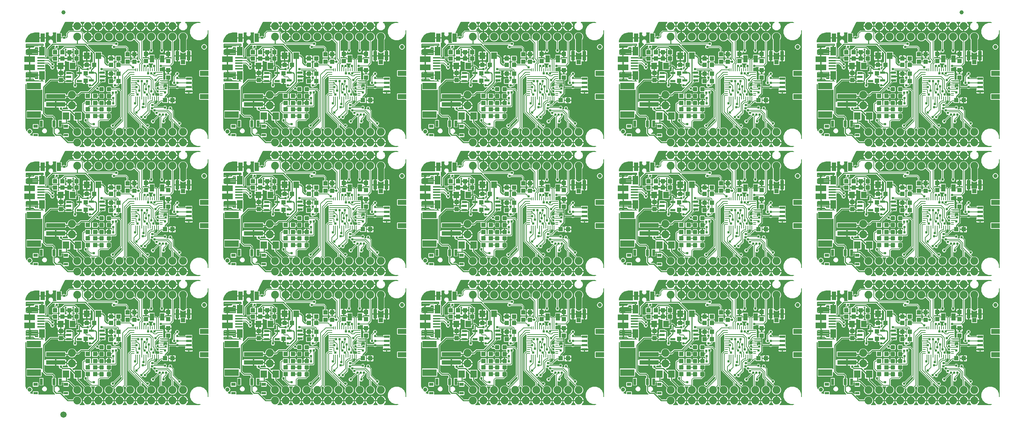
<source format=gtl>
G75*
%MOIN*%
%OFA0B0*%
%FSLAX25Y25*%
%IPPOS*%
%LPD*%
%AMOC8*
5,1,8,0,0,1.08239X$1,22.5*
%
%ADD10R,0.05512X0.06299*%
%ADD11R,0.04331X0.03937*%
%ADD12C,0.01181*%
%ADD13R,0.06299X0.07087*%
%ADD14R,0.06890X0.01575*%
%ADD15R,0.05748X0.07874*%
%ADD16R,0.09843X0.05610*%
%ADD17C,0.03937*%
%ADD18C,0.04331*%
%ADD19C,0.00800*%
%ADD20R,0.03937X0.04331*%
%ADD21R,0.02756X0.05906*%
%ADD22R,0.03937X0.02362*%
%ADD23R,0.03937X0.03150*%
%ADD24R,0.04724X0.02165*%
%ADD25C,0.07400*%
%ADD26R,0.04331X0.07874*%
%ADD27R,0.18110X0.03937*%
%ADD28R,0.13386X0.06299*%
%ADD29R,0.07874X0.04724*%
%ADD30R,0.05315X0.02362*%
%ADD31R,0.03937X0.07087*%
%ADD32R,0.03346X0.08661*%
%ADD33R,0.03937X0.04134*%
%ADD34R,0.00984X0.02756*%
%ADD35R,0.02756X0.00984*%
%ADD36C,0.05906*%
%ADD37C,0.00600*%
%ADD38C,0.02400*%
%ADD39C,0.01100*%
%ADD40C,0.01000*%
%ADD41C,0.05800*%
%ADD42C,0.02578*%
D10*
X0098900Y0106000D03*
X0109924Y0106000D03*
X0123400Y0115500D03*
X0134424Y0115500D03*
X0285900Y0106000D03*
X0296924Y0106000D03*
X0310400Y0115500D03*
X0321424Y0115500D03*
X0472900Y0106000D03*
X0483924Y0106000D03*
X0497400Y0115500D03*
X0508424Y0115500D03*
X0659900Y0106000D03*
X0670924Y0106000D03*
X0684400Y0115500D03*
X0695424Y0115500D03*
X0846900Y0106000D03*
X0857924Y0106000D03*
X0871400Y0115500D03*
X0882424Y0115500D03*
X0857924Y0228000D03*
X0846900Y0228000D03*
X0871400Y0237500D03*
X0882424Y0237500D03*
X0695424Y0237500D03*
X0684400Y0237500D03*
X0670924Y0228000D03*
X0659900Y0228000D03*
X0508424Y0237500D03*
X0497400Y0237500D03*
X0483924Y0228000D03*
X0472900Y0228000D03*
X0321424Y0237500D03*
X0310400Y0237500D03*
X0296924Y0228000D03*
X0285900Y0228000D03*
X0134424Y0237500D03*
X0123400Y0237500D03*
X0109924Y0228000D03*
X0098900Y0228000D03*
X0098900Y0350000D03*
X0109924Y0350000D03*
X0123400Y0359500D03*
X0134424Y0359500D03*
X0285900Y0350000D03*
X0296924Y0350000D03*
X0310400Y0359500D03*
X0321424Y0359500D03*
X0472900Y0350000D03*
X0483924Y0350000D03*
X0497400Y0359500D03*
X0508424Y0359500D03*
X0659900Y0350000D03*
X0670924Y0350000D03*
X0684400Y0359500D03*
X0695424Y0359500D03*
X0846900Y0350000D03*
X0857924Y0350000D03*
X0871400Y0359500D03*
X0882424Y0359500D03*
D11*
X0894565Y0357000D03*
X0894565Y0351000D03*
X0901258Y0351000D03*
X0901258Y0357000D03*
X0878258Y0351000D03*
X0871565Y0351000D03*
X0861758Y0357000D03*
X0855065Y0357000D03*
X0848258Y0357000D03*
X0841565Y0357000D03*
X0841565Y0363000D03*
X0848258Y0363000D03*
X0855065Y0363000D03*
X0861758Y0363000D03*
X0894565Y0342500D03*
X0901258Y0342500D03*
X0901258Y0335500D03*
X0894565Y0335500D03*
X0879258Y0321500D03*
X0879258Y0315000D03*
X0879258Y0309000D03*
X0872565Y0309000D03*
X0872565Y0315000D03*
X0872565Y0321500D03*
X0872565Y0302500D03*
X0879258Y0302500D03*
X0945565Y0317500D03*
X0952258Y0317500D03*
X0765258Y0317500D03*
X0758565Y0317500D03*
X0714258Y0335500D03*
X0707565Y0335500D03*
X0707565Y0342500D03*
X0714258Y0342500D03*
X0714258Y0351000D03*
X0714258Y0357000D03*
X0707565Y0357000D03*
X0707565Y0351000D03*
X0691258Y0351000D03*
X0684565Y0351000D03*
X0674758Y0357000D03*
X0668065Y0357000D03*
X0661258Y0357000D03*
X0654565Y0357000D03*
X0654565Y0363000D03*
X0661258Y0363000D03*
X0668065Y0363000D03*
X0674758Y0363000D03*
X0685565Y0321500D03*
X0685565Y0315000D03*
X0685565Y0309000D03*
X0692258Y0309000D03*
X0692258Y0315000D03*
X0692258Y0321500D03*
X0692258Y0302500D03*
X0685565Y0302500D03*
X0578258Y0317500D03*
X0571565Y0317500D03*
X0527258Y0335500D03*
X0520565Y0335500D03*
X0520565Y0342500D03*
X0527258Y0342500D03*
X0527258Y0351000D03*
X0527258Y0357000D03*
X0520565Y0357000D03*
X0520565Y0351000D03*
X0504258Y0351000D03*
X0497565Y0351000D03*
X0487758Y0357000D03*
X0481065Y0357000D03*
X0474258Y0357000D03*
X0467565Y0357000D03*
X0467565Y0363000D03*
X0474258Y0363000D03*
X0481065Y0363000D03*
X0487758Y0363000D03*
X0498565Y0321500D03*
X0498565Y0315000D03*
X0498565Y0309000D03*
X0505258Y0309000D03*
X0505258Y0315000D03*
X0505258Y0321500D03*
X0505258Y0302500D03*
X0498565Y0302500D03*
X0391258Y0317500D03*
X0384565Y0317500D03*
X0340258Y0335500D03*
X0333565Y0335500D03*
X0333565Y0342500D03*
X0340258Y0342500D03*
X0340258Y0351000D03*
X0340258Y0357000D03*
X0333565Y0357000D03*
X0333565Y0351000D03*
X0317258Y0351000D03*
X0310565Y0351000D03*
X0300758Y0357000D03*
X0294065Y0357000D03*
X0287258Y0357000D03*
X0280565Y0357000D03*
X0280565Y0363000D03*
X0287258Y0363000D03*
X0294065Y0363000D03*
X0300758Y0363000D03*
X0311565Y0321500D03*
X0311565Y0315000D03*
X0311565Y0309000D03*
X0318258Y0309000D03*
X0318258Y0315000D03*
X0318258Y0321500D03*
X0318258Y0302500D03*
X0311565Y0302500D03*
X0204258Y0317500D03*
X0197565Y0317500D03*
X0153258Y0335500D03*
X0146565Y0335500D03*
X0146565Y0342500D03*
X0153258Y0342500D03*
X0153258Y0351000D03*
X0153258Y0357000D03*
X0146565Y0357000D03*
X0146565Y0351000D03*
X0130258Y0351000D03*
X0123565Y0351000D03*
X0113758Y0357000D03*
X0107065Y0357000D03*
X0100258Y0357000D03*
X0093565Y0357000D03*
X0093565Y0363000D03*
X0100258Y0363000D03*
X0107065Y0363000D03*
X0113758Y0363000D03*
X0124565Y0321500D03*
X0124565Y0315000D03*
X0124565Y0309000D03*
X0131258Y0309000D03*
X0131258Y0315000D03*
X0131258Y0321500D03*
X0131258Y0302500D03*
X0124565Y0302500D03*
X0113758Y0241000D03*
X0113758Y0235000D03*
X0107065Y0235000D03*
X0107065Y0241000D03*
X0100258Y0241000D03*
X0100258Y0235000D03*
X0093565Y0235000D03*
X0093565Y0241000D03*
X0123565Y0229000D03*
X0130258Y0229000D03*
X0146565Y0229000D03*
X0153258Y0229000D03*
X0153258Y0220500D03*
X0146565Y0220500D03*
X0146565Y0213500D03*
X0153258Y0213500D03*
X0131258Y0199500D03*
X0124565Y0199500D03*
X0124565Y0193000D03*
X0124565Y0187000D03*
X0131258Y0187000D03*
X0131258Y0193000D03*
X0131258Y0180500D03*
X0124565Y0180500D03*
X0197565Y0195500D03*
X0204258Y0195500D03*
X0153258Y0235000D03*
X0146565Y0235000D03*
X0280565Y0235000D03*
X0280565Y0241000D03*
X0287258Y0241000D03*
X0287258Y0235000D03*
X0294065Y0235000D03*
X0294065Y0241000D03*
X0300758Y0241000D03*
X0300758Y0235000D03*
X0310565Y0229000D03*
X0317258Y0229000D03*
X0333565Y0229000D03*
X0340258Y0229000D03*
X0340258Y0220500D03*
X0333565Y0220500D03*
X0333565Y0213500D03*
X0340258Y0213500D03*
X0318258Y0199500D03*
X0311565Y0199500D03*
X0311565Y0193000D03*
X0311565Y0187000D03*
X0318258Y0187000D03*
X0318258Y0193000D03*
X0318258Y0180500D03*
X0311565Y0180500D03*
X0384565Y0195500D03*
X0391258Y0195500D03*
X0340258Y0235000D03*
X0333565Y0235000D03*
X0467565Y0235000D03*
X0467565Y0241000D03*
X0474258Y0241000D03*
X0474258Y0235000D03*
X0481065Y0235000D03*
X0481065Y0241000D03*
X0487758Y0241000D03*
X0487758Y0235000D03*
X0497565Y0229000D03*
X0504258Y0229000D03*
X0520565Y0229000D03*
X0527258Y0229000D03*
X0527258Y0220500D03*
X0520565Y0220500D03*
X0520565Y0213500D03*
X0527258Y0213500D03*
X0505258Y0199500D03*
X0498565Y0199500D03*
X0498565Y0193000D03*
X0498565Y0187000D03*
X0505258Y0187000D03*
X0505258Y0193000D03*
X0505258Y0180500D03*
X0498565Y0180500D03*
X0571565Y0195500D03*
X0578258Y0195500D03*
X0527258Y0235000D03*
X0520565Y0235000D03*
X0654565Y0235000D03*
X0654565Y0241000D03*
X0661258Y0241000D03*
X0661258Y0235000D03*
X0668065Y0235000D03*
X0668065Y0241000D03*
X0674758Y0241000D03*
X0674758Y0235000D03*
X0684565Y0229000D03*
X0691258Y0229000D03*
X0707565Y0229000D03*
X0714258Y0229000D03*
X0714258Y0220500D03*
X0707565Y0220500D03*
X0707565Y0213500D03*
X0714258Y0213500D03*
X0692258Y0199500D03*
X0685565Y0199500D03*
X0685565Y0193000D03*
X0685565Y0187000D03*
X0692258Y0187000D03*
X0692258Y0193000D03*
X0692258Y0180500D03*
X0685565Y0180500D03*
X0758565Y0195500D03*
X0765258Y0195500D03*
X0714258Y0235000D03*
X0707565Y0235000D03*
X0841565Y0235000D03*
X0841565Y0241000D03*
X0848258Y0241000D03*
X0848258Y0235000D03*
X0855065Y0235000D03*
X0855065Y0241000D03*
X0861758Y0241000D03*
X0861758Y0235000D03*
X0871565Y0229000D03*
X0878258Y0229000D03*
X0894565Y0229000D03*
X0901258Y0229000D03*
X0901258Y0220500D03*
X0894565Y0220500D03*
X0894565Y0213500D03*
X0901258Y0213500D03*
X0879258Y0199500D03*
X0872565Y0199500D03*
X0872565Y0193000D03*
X0872565Y0187000D03*
X0879258Y0187000D03*
X0879258Y0193000D03*
X0879258Y0180500D03*
X0872565Y0180500D03*
X0945565Y0195500D03*
X0952258Y0195500D03*
X0901258Y0235000D03*
X0894565Y0235000D03*
X0861758Y0119000D03*
X0861758Y0113000D03*
X0855065Y0113000D03*
X0855065Y0119000D03*
X0848258Y0119000D03*
X0848258Y0113000D03*
X0841565Y0113000D03*
X0841565Y0119000D03*
X0871565Y0107000D03*
X0878258Y0107000D03*
X0894565Y0107000D03*
X0894565Y0113000D03*
X0901258Y0113000D03*
X0901258Y0107000D03*
X0901258Y0098500D03*
X0894565Y0098500D03*
X0894565Y0091500D03*
X0901258Y0091500D03*
X0879258Y0077500D03*
X0879258Y0071000D03*
X0872565Y0071000D03*
X0872565Y0077500D03*
X0872565Y0065000D03*
X0872565Y0058500D03*
X0879258Y0058500D03*
X0879258Y0065000D03*
X0945565Y0073500D03*
X0952258Y0073500D03*
X0765258Y0073500D03*
X0758565Y0073500D03*
X0714258Y0091500D03*
X0707565Y0091500D03*
X0707565Y0098500D03*
X0714258Y0098500D03*
X0714258Y0107000D03*
X0714258Y0113000D03*
X0707565Y0113000D03*
X0707565Y0107000D03*
X0691258Y0107000D03*
X0684565Y0107000D03*
X0674758Y0113000D03*
X0674758Y0119000D03*
X0668065Y0119000D03*
X0668065Y0113000D03*
X0661258Y0113000D03*
X0661258Y0119000D03*
X0654565Y0119000D03*
X0654565Y0113000D03*
X0685565Y0077500D03*
X0685565Y0071000D03*
X0692258Y0071000D03*
X0692258Y0077500D03*
X0692258Y0065000D03*
X0692258Y0058500D03*
X0685565Y0058500D03*
X0685565Y0065000D03*
X0578258Y0073500D03*
X0571565Y0073500D03*
X0527258Y0091500D03*
X0520565Y0091500D03*
X0520565Y0098500D03*
X0527258Y0098500D03*
X0527258Y0107000D03*
X0527258Y0113000D03*
X0520565Y0113000D03*
X0520565Y0107000D03*
X0504258Y0107000D03*
X0497565Y0107000D03*
X0487758Y0113000D03*
X0487758Y0119000D03*
X0481065Y0119000D03*
X0481065Y0113000D03*
X0474258Y0113000D03*
X0474258Y0119000D03*
X0467565Y0119000D03*
X0467565Y0113000D03*
X0498565Y0077500D03*
X0498565Y0071000D03*
X0505258Y0071000D03*
X0505258Y0077500D03*
X0505258Y0065000D03*
X0505258Y0058500D03*
X0498565Y0058500D03*
X0498565Y0065000D03*
X0391258Y0073500D03*
X0384565Y0073500D03*
X0340258Y0091500D03*
X0333565Y0091500D03*
X0333565Y0098500D03*
X0340258Y0098500D03*
X0340258Y0107000D03*
X0340258Y0113000D03*
X0333565Y0113000D03*
X0333565Y0107000D03*
X0317258Y0107000D03*
X0310565Y0107000D03*
X0300758Y0113000D03*
X0300758Y0119000D03*
X0294065Y0119000D03*
X0294065Y0113000D03*
X0287258Y0113000D03*
X0287258Y0119000D03*
X0280565Y0119000D03*
X0280565Y0113000D03*
X0311565Y0077500D03*
X0311565Y0071000D03*
X0318258Y0071000D03*
X0318258Y0077500D03*
X0318258Y0065000D03*
X0318258Y0058500D03*
X0311565Y0058500D03*
X0311565Y0065000D03*
X0204258Y0073500D03*
X0197565Y0073500D03*
X0153258Y0091500D03*
X0146565Y0091500D03*
X0146565Y0098500D03*
X0153258Y0098500D03*
X0153258Y0107000D03*
X0153258Y0113000D03*
X0146565Y0113000D03*
X0146565Y0107000D03*
X0130258Y0107000D03*
X0123565Y0107000D03*
X0113758Y0113000D03*
X0113758Y0119000D03*
X0107065Y0119000D03*
X0107065Y0113000D03*
X0100258Y0113000D03*
X0100258Y0119000D03*
X0093565Y0119000D03*
X0093565Y0113000D03*
X0124565Y0077500D03*
X0124565Y0071000D03*
X0131258Y0071000D03*
X0131258Y0077500D03*
X0131258Y0065000D03*
X0131258Y0058500D03*
X0124565Y0058500D03*
X0124565Y0065000D03*
D12*
X0138837Y0066378D02*
X0138837Y0063622D01*
X0136081Y0063622D01*
X0136081Y0066378D01*
X0138837Y0066378D01*
X0138837Y0064744D02*
X0136081Y0064744D01*
X0136081Y0065866D02*
X0138837Y0065866D01*
X0145743Y0066378D02*
X0145743Y0063622D01*
X0142987Y0063622D01*
X0142987Y0066378D01*
X0145743Y0066378D01*
X0145743Y0064744D02*
X0142987Y0064744D01*
X0142987Y0065866D02*
X0145743Y0065866D01*
X0145743Y0059878D02*
X0145743Y0057122D01*
X0142987Y0057122D01*
X0142987Y0059878D01*
X0145743Y0059878D01*
X0145743Y0058244D02*
X0142987Y0058244D01*
X0142987Y0059366D02*
X0145743Y0059366D01*
X0138837Y0059878D02*
X0138837Y0057122D01*
X0136081Y0057122D01*
X0136081Y0059878D01*
X0138837Y0059878D01*
X0138837Y0058244D02*
X0136081Y0058244D01*
X0136081Y0059366D02*
X0138837Y0059366D01*
X0136081Y0069622D02*
X0136081Y0072378D01*
X0138837Y0072378D01*
X0138837Y0069622D01*
X0136081Y0069622D01*
X0136081Y0070744D02*
X0138837Y0070744D01*
X0138837Y0071866D02*
X0136081Y0071866D01*
X0138837Y0076122D02*
X0138837Y0078878D01*
X0138837Y0076122D02*
X0136081Y0076122D01*
X0136081Y0078878D01*
X0138837Y0078878D01*
X0138837Y0077244D02*
X0136081Y0077244D01*
X0136081Y0078366D02*
X0138837Y0078366D01*
X0145743Y0078878D02*
X0145743Y0076122D01*
X0142987Y0076122D01*
X0142987Y0078878D01*
X0145743Y0078878D01*
X0145743Y0077244D02*
X0142987Y0077244D01*
X0142987Y0078366D02*
X0145743Y0078366D01*
X0142987Y0072378D02*
X0142987Y0069622D01*
X0142987Y0072378D02*
X0145743Y0072378D01*
X0145743Y0069622D01*
X0142987Y0069622D01*
X0142987Y0070744D02*
X0145743Y0070744D01*
X0145743Y0071866D02*
X0142987Y0071866D01*
X0145743Y0082622D02*
X0145743Y0085378D01*
X0145743Y0082622D02*
X0142987Y0082622D01*
X0142987Y0085378D01*
X0145743Y0085378D01*
X0145743Y0083744D02*
X0142987Y0083744D01*
X0142987Y0084866D02*
X0145743Y0084866D01*
X0138837Y0085378D02*
X0138837Y0082622D01*
X0136081Y0082622D01*
X0136081Y0085378D01*
X0138837Y0085378D01*
X0138837Y0083744D02*
X0136081Y0083744D01*
X0136081Y0084866D02*
X0138837Y0084866D01*
X0325837Y0085378D02*
X0325837Y0082622D01*
X0323081Y0082622D01*
X0323081Y0085378D01*
X0325837Y0085378D01*
X0325837Y0083744D02*
X0323081Y0083744D01*
X0323081Y0084866D02*
X0325837Y0084866D01*
X0332743Y0085378D02*
X0332743Y0082622D01*
X0329987Y0082622D01*
X0329987Y0085378D01*
X0332743Y0085378D01*
X0332743Y0083744D02*
X0329987Y0083744D01*
X0329987Y0084866D02*
X0332743Y0084866D01*
X0332743Y0078878D02*
X0332743Y0076122D01*
X0329987Y0076122D01*
X0329987Y0078878D01*
X0332743Y0078878D01*
X0332743Y0077244D02*
X0329987Y0077244D01*
X0329987Y0078366D02*
X0332743Y0078366D01*
X0329987Y0072378D02*
X0329987Y0069622D01*
X0329987Y0072378D02*
X0332743Y0072378D01*
X0332743Y0069622D01*
X0329987Y0069622D01*
X0329987Y0070744D02*
X0332743Y0070744D01*
X0332743Y0071866D02*
X0329987Y0071866D01*
X0323081Y0072378D02*
X0323081Y0069622D01*
X0323081Y0072378D02*
X0325837Y0072378D01*
X0325837Y0069622D01*
X0323081Y0069622D01*
X0323081Y0070744D02*
X0325837Y0070744D01*
X0325837Y0071866D02*
X0323081Y0071866D01*
X0325837Y0076122D02*
X0325837Y0078878D01*
X0325837Y0076122D02*
X0323081Y0076122D01*
X0323081Y0078878D01*
X0325837Y0078878D01*
X0325837Y0077244D02*
X0323081Y0077244D01*
X0323081Y0078366D02*
X0325837Y0078366D01*
X0325837Y0066378D02*
X0325837Y0063622D01*
X0323081Y0063622D01*
X0323081Y0066378D01*
X0325837Y0066378D01*
X0325837Y0064744D02*
X0323081Y0064744D01*
X0323081Y0065866D02*
X0325837Y0065866D01*
X0332743Y0066378D02*
X0332743Y0063622D01*
X0329987Y0063622D01*
X0329987Y0066378D01*
X0332743Y0066378D01*
X0332743Y0064744D02*
X0329987Y0064744D01*
X0329987Y0065866D02*
X0332743Y0065866D01*
X0332743Y0059878D02*
X0332743Y0057122D01*
X0329987Y0057122D01*
X0329987Y0059878D01*
X0332743Y0059878D01*
X0332743Y0058244D02*
X0329987Y0058244D01*
X0329987Y0059366D02*
X0332743Y0059366D01*
X0325837Y0059878D02*
X0325837Y0057122D01*
X0323081Y0057122D01*
X0323081Y0059878D01*
X0325837Y0059878D01*
X0325837Y0058244D02*
X0323081Y0058244D01*
X0323081Y0059366D02*
X0325837Y0059366D01*
X0512837Y0059878D02*
X0512837Y0057122D01*
X0510081Y0057122D01*
X0510081Y0059878D01*
X0512837Y0059878D01*
X0512837Y0058244D02*
X0510081Y0058244D01*
X0510081Y0059366D02*
X0512837Y0059366D01*
X0519743Y0059878D02*
X0519743Y0057122D01*
X0516987Y0057122D01*
X0516987Y0059878D01*
X0519743Y0059878D01*
X0519743Y0058244D02*
X0516987Y0058244D01*
X0516987Y0059366D02*
X0519743Y0059366D01*
X0519743Y0063622D02*
X0519743Y0066378D01*
X0519743Y0063622D02*
X0516987Y0063622D01*
X0516987Y0066378D01*
X0519743Y0066378D01*
X0519743Y0064744D02*
X0516987Y0064744D01*
X0516987Y0065866D02*
X0519743Y0065866D01*
X0512837Y0066378D02*
X0512837Y0063622D01*
X0510081Y0063622D01*
X0510081Y0066378D01*
X0512837Y0066378D01*
X0512837Y0064744D02*
X0510081Y0064744D01*
X0510081Y0065866D02*
X0512837Y0065866D01*
X0510081Y0069622D02*
X0510081Y0072378D01*
X0512837Y0072378D01*
X0512837Y0069622D01*
X0510081Y0069622D01*
X0510081Y0070744D02*
X0512837Y0070744D01*
X0512837Y0071866D02*
X0510081Y0071866D01*
X0512837Y0076122D02*
X0512837Y0078878D01*
X0512837Y0076122D02*
X0510081Y0076122D01*
X0510081Y0078878D01*
X0512837Y0078878D01*
X0512837Y0077244D02*
X0510081Y0077244D01*
X0510081Y0078366D02*
X0512837Y0078366D01*
X0519743Y0078878D02*
X0519743Y0076122D01*
X0516987Y0076122D01*
X0516987Y0078878D01*
X0519743Y0078878D01*
X0519743Y0077244D02*
X0516987Y0077244D01*
X0516987Y0078366D02*
X0519743Y0078366D01*
X0516987Y0072378D02*
X0516987Y0069622D01*
X0516987Y0072378D02*
X0519743Y0072378D01*
X0519743Y0069622D01*
X0516987Y0069622D01*
X0516987Y0070744D02*
X0519743Y0070744D01*
X0519743Y0071866D02*
X0516987Y0071866D01*
X0519743Y0082622D02*
X0519743Y0085378D01*
X0519743Y0082622D02*
X0516987Y0082622D01*
X0516987Y0085378D01*
X0519743Y0085378D01*
X0519743Y0083744D02*
X0516987Y0083744D01*
X0516987Y0084866D02*
X0519743Y0084866D01*
X0512837Y0085378D02*
X0512837Y0082622D01*
X0510081Y0082622D01*
X0510081Y0085378D01*
X0512837Y0085378D01*
X0512837Y0083744D02*
X0510081Y0083744D01*
X0510081Y0084866D02*
X0512837Y0084866D01*
X0699837Y0085378D02*
X0699837Y0082622D01*
X0697081Y0082622D01*
X0697081Y0085378D01*
X0699837Y0085378D01*
X0699837Y0083744D02*
X0697081Y0083744D01*
X0697081Y0084866D02*
X0699837Y0084866D01*
X0706743Y0085378D02*
X0706743Y0082622D01*
X0703987Y0082622D01*
X0703987Y0085378D01*
X0706743Y0085378D01*
X0706743Y0083744D02*
X0703987Y0083744D01*
X0703987Y0084866D02*
X0706743Y0084866D01*
X0706743Y0078878D02*
X0706743Y0076122D01*
X0703987Y0076122D01*
X0703987Y0078878D01*
X0706743Y0078878D01*
X0706743Y0077244D02*
X0703987Y0077244D01*
X0703987Y0078366D02*
X0706743Y0078366D01*
X0703987Y0072378D02*
X0703987Y0069622D01*
X0703987Y0072378D02*
X0706743Y0072378D01*
X0706743Y0069622D01*
X0703987Y0069622D01*
X0703987Y0070744D02*
X0706743Y0070744D01*
X0706743Y0071866D02*
X0703987Y0071866D01*
X0697081Y0072378D02*
X0697081Y0069622D01*
X0697081Y0072378D02*
X0699837Y0072378D01*
X0699837Y0069622D01*
X0697081Y0069622D01*
X0697081Y0070744D02*
X0699837Y0070744D01*
X0699837Y0071866D02*
X0697081Y0071866D01*
X0699837Y0076122D02*
X0699837Y0078878D01*
X0699837Y0076122D02*
X0697081Y0076122D01*
X0697081Y0078878D01*
X0699837Y0078878D01*
X0699837Y0077244D02*
X0697081Y0077244D01*
X0697081Y0078366D02*
X0699837Y0078366D01*
X0699837Y0066378D02*
X0699837Y0063622D01*
X0697081Y0063622D01*
X0697081Y0066378D01*
X0699837Y0066378D01*
X0699837Y0064744D02*
X0697081Y0064744D01*
X0697081Y0065866D02*
X0699837Y0065866D01*
X0706743Y0066378D02*
X0706743Y0063622D01*
X0703987Y0063622D01*
X0703987Y0066378D01*
X0706743Y0066378D01*
X0706743Y0064744D02*
X0703987Y0064744D01*
X0703987Y0065866D02*
X0706743Y0065866D01*
X0706743Y0059878D02*
X0706743Y0057122D01*
X0703987Y0057122D01*
X0703987Y0059878D01*
X0706743Y0059878D01*
X0706743Y0058244D02*
X0703987Y0058244D01*
X0703987Y0059366D02*
X0706743Y0059366D01*
X0699837Y0059878D02*
X0699837Y0057122D01*
X0697081Y0057122D01*
X0697081Y0059878D01*
X0699837Y0059878D01*
X0699837Y0058244D02*
X0697081Y0058244D01*
X0697081Y0059366D02*
X0699837Y0059366D01*
X0886837Y0059878D02*
X0886837Y0057122D01*
X0884081Y0057122D01*
X0884081Y0059878D01*
X0886837Y0059878D01*
X0886837Y0058244D02*
X0884081Y0058244D01*
X0884081Y0059366D02*
X0886837Y0059366D01*
X0893743Y0059878D02*
X0893743Y0057122D01*
X0890987Y0057122D01*
X0890987Y0059878D01*
X0893743Y0059878D01*
X0893743Y0058244D02*
X0890987Y0058244D01*
X0890987Y0059366D02*
X0893743Y0059366D01*
X0893743Y0063622D02*
X0893743Y0066378D01*
X0893743Y0063622D02*
X0890987Y0063622D01*
X0890987Y0066378D01*
X0893743Y0066378D01*
X0893743Y0064744D02*
X0890987Y0064744D01*
X0890987Y0065866D02*
X0893743Y0065866D01*
X0886837Y0066378D02*
X0886837Y0063622D01*
X0884081Y0063622D01*
X0884081Y0066378D01*
X0886837Y0066378D01*
X0886837Y0064744D02*
X0884081Y0064744D01*
X0884081Y0065866D02*
X0886837Y0065866D01*
X0884081Y0069622D02*
X0884081Y0072378D01*
X0886837Y0072378D01*
X0886837Y0069622D01*
X0884081Y0069622D01*
X0884081Y0070744D02*
X0886837Y0070744D01*
X0886837Y0071866D02*
X0884081Y0071866D01*
X0886837Y0076122D02*
X0886837Y0078878D01*
X0886837Y0076122D02*
X0884081Y0076122D01*
X0884081Y0078878D01*
X0886837Y0078878D01*
X0886837Y0077244D02*
X0884081Y0077244D01*
X0884081Y0078366D02*
X0886837Y0078366D01*
X0893743Y0078878D02*
X0893743Y0076122D01*
X0890987Y0076122D01*
X0890987Y0078878D01*
X0893743Y0078878D01*
X0893743Y0077244D02*
X0890987Y0077244D01*
X0890987Y0078366D02*
X0893743Y0078366D01*
X0890987Y0072378D02*
X0890987Y0069622D01*
X0890987Y0072378D02*
X0893743Y0072378D01*
X0893743Y0069622D01*
X0890987Y0069622D01*
X0890987Y0070744D02*
X0893743Y0070744D01*
X0893743Y0071866D02*
X0890987Y0071866D01*
X0893743Y0082622D02*
X0893743Y0085378D01*
X0893743Y0082622D02*
X0890987Y0082622D01*
X0890987Y0085378D01*
X0893743Y0085378D01*
X0893743Y0083744D02*
X0890987Y0083744D01*
X0890987Y0084866D02*
X0893743Y0084866D01*
X0886837Y0085378D02*
X0886837Y0082622D01*
X0884081Y0082622D01*
X0884081Y0085378D01*
X0886837Y0085378D01*
X0886837Y0083744D02*
X0884081Y0083744D01*
X0884081Y0084866D02*
X0886837Y0084866D01*
X0886837Y0179122D02*
X0886837Y0181878D01*
X0886837Y0179122D02*
X0884081Y0179122D01*
X0884081Y0181878D01*
X0886837Y0181878D01*
X0886837Y0180244D02*
X0884081Y0180244D01*
X0884081Y0181366D02*
X0886837Y0181366D01*
X0893743Y0181878D02*
X0893743Y0179122D01*
X0890987Y0179122D01*
X0890987Y0181878D01*
X0893743Y0181878D01*
X0893743Y0180244D02*
X0890987Y0180244D01*
X0890987Y0181366D02*
X0893743Y0181366D01*
X0893743Y0185622D02*
X0893743Y0188378D01*
X0893743Y0185622D02*
X0890987Y0185622D01*
X0890987Y0188378D01*
X0893743Y0188378D01*
X0893743Y0186744D02*
X0890987Y0186744D01*
X0890987Y0187866D02*
X0893743Y0187866D01*
X0890987Y0191622D02*
X0890987Y0194378D01*
X0893743Y0194378D01*
X0893743Y0191622D01*
X0890987Y0191622D01*
X0890987Y0192744D02*
X0893743Y0192744D01*
X0893743Y0193866D02*
X0890987Y0193866D01*
X0884081Y0194378D02*
X0884081Y0191622D01*
X0884081Y0194378D02*
X0886837Y0194378D01*
X0886837Y0191622D01*
X0884081Y0191622D01*
X0884081Y0192744D02*
X0886837Y0192744D01*
X0886837Y0193866D02*
X0884081Y0193866D01*
X0886837Y0188378D02*
X0886837Y0185622D01*
X0884081Y0185622D01*
X0884081Y0188378D01*
X0886837Y0188378D01*
X0886837Y0186744D02*
X0884081Y0186744D01*
X0884081Y0187866D02*
X0886837Y0187866D01*
X0886837Y0198122D02*
X0886837Y0200878D01*
X0886837Y0198122D02*
X0884081Y0198122D01*
X0884081Y0200878D01*
X0886837Y0200878D01*
X0886837Y0199244D02*
X0884081Y0199244D01*
X0884081Y0200366D02*
X0886837Y0200366D01*
X0893743Y0200878D02*
X0893743Y0198122D01*
X0890987Y0198122D01*
X0890987Y0200878D01*
X0893743Y0200878D01*
X0893743Y0199244D02*
X0890987Y0199244D01*
X0890987Y0200366D02*
X0893743Y0200366D01*
X0893743Y0204622D02*
X0893743Y0207378D01*
X0893743Y0204622D02*
X0890987Y0204622D01*
X0890987Y0207378D01*
X0893743Y0207378D01*
X0893743Y0205744D02*
X0890987Y0205744D01*
X0890987Y0206866D02*
X0893743Y0206866D01*
X0886837Y0207378D02*
X0886837Y0204622D01*
X0884081Y0204622D01*
X0884081Y0207378D01*
X0886837Y0207378D01*
X0886837Y0205744D02*
X0884081Y0205744D01*
X0884081Y0206866D02*
X0886837Y0206866D01*
X0706743Y0207378D02*
X0706743Y0204622D01*
X0703987Y0204622D01*
X0703987Y0207378D01*
X0706743Y0207378D01*
X0706743Y0205744D02*
X0703987Y0205744D01*
X0703987Y0206866D02*
X0706743Y0206866D01*
X0706743Y0200878D02*
X0706743Y0198122D01*
X0703987Y0198122D01*
X0703987Y0200878D01*
X0706743Y0200878D01*
X0706743Y0199244D02*
X0703987Y0199244D01*
X0703987Y0200366D02*
X0706743Y0200366D01*
X0699837Y0200878D02*
X0699837Y0198122D01*
X0697081Y0198122D01*
X0697081Y0200878D01*
X0699837Y0200878D01*
X0699837Y0199244D02*
X0697081Y0199244D01*
X0697081Y0200366D02*
X0699837Y0200366D01*
X0699837Y0204622D02*
X0699837Y0207378D01*
X0699837Y0204622D02*
X0697081Y0204622D01*
X0697081Y0207378D01*
X0699837Y0207378D01*
X0699837Y0205744D02*
X0697081Y0205744D01*
X0697081Y0206866D02*
X0699837Y0206866D01*
X0697081Y0194378D02*
X0697081Y0191622D01*
X0697081Y0194378D02*
X0699837Y0194378D01*
X0699837Y0191622D01*
X0697081Y0191622D01*
X0697081Y0192744D02*
X0699837Y0192744D01*
X0699837Y0193866D02*
X0697081Y0193866D01*
X0699837Y0188378D02*
X0699837Y0185622D01*
X0697081Y0185622D01*
X0697081Y0188378D01*
X0699837Y0188378D01*
X0699837Y0186744D02*
X0697081Y0186744D01*
X0697081Y0187866D02*
X0699837Y0187866D01*
X0706743Y0188378D02*
X0706743Y0185622D01*
X0703987Y0185622D01*
X0703987Y0188378D01*
X0706743Y0188378D01*
X0706743Y0186744D02*
X0703987Y0186744D01*
X0703987Y0187866D02*
X0706743Y0187866D01*
X0703987Y0191622D02*
X0703987Y0194378D01*
X0706743Y0194378D01*
X0706743Y0191622D01*
X0703987Y0191622D01*
X0703987Y0192744D02*
X0706743Y0192744D01*
X0706743Y0193866D02*
X0703987Y0193866D01*
X0706743Y0181878D02*
X0706743Y0179122D01*
X0703987Y0179122D01*
X0703987Y0181878D01*
X0706743Y0181878D01*
X0706743Y0180244D02*
X0703987Y0180244D01*
X0703987Y0181366D02*
X0706743Y0181366D01*
X0699837Y0181878D02*
X0699837Y0179122D01*
X0697081Y0179122D01*
X0697081Y0181878D01*
X0699837Y0181878D01*
X0699837Y0180244D02*
X0697081Y0180244D01*
X0697081Y0181366D02*
X0699837Y0181366D01*
X0519743Y0181878D02*
X0519743Y0179122D01*
X0516987Y0179122D01*
X0516987Y0181878D01*
X0519743Y0181878D01*
X0519743Y0180244D02*
X0516987Y0180244D01*
X0516987Y0181366D02*
X0519743Y0181366D01*
X0519743Y0185622D02*
X0519743Y0188378D01*
X0519743Y0185622D02*
X0516987Y0185622D01*
X0516987Y0188378D01*
X0519743Y0188378D01*
X0519743Y0186744D02*
X0516987Y0186744D01*
X0516987Y0187866D02*
X0519743Y0187866D01*
X0516987Y0191622D02*
X0516987Y0194378D01*
X0519743Y0194378D01*
X0519743Y0191622D01*
X0516987Y0191622D01*
X0516987Y0192744D02*
X0519743Y0192744D01*
X0519743Y0193866D02*
X0516987Y0193866D01*
X0510081Y0194378D02*
X0510081Y0191622D01*
X0510081Y0194378D02*
X0512837Y0194378D01*
X0512837Y0191622D01*
X0510081Y0191622D01*
X0510081Y0192744D02*
X0512837Y0192744D01*
X0512837Y0193866D02*
X0510081Y0193866D01*
X0512837Y0188378D02*
X0512837Y0185622D01*
X0510081Y0185622D01*
X0510081Y0188378D01*
X0512837Y0188378D01*
X0512837Y0186744D02*
X0510081Y0186744D01*
X0510081Y0187866D02*
X0512837Y0187866D01*
X0512837Y0181878D02*
X0512837Y0179122D01*
X0510081Y0179122D01*
X0510081Y0181878D01*
X0512837Y0181878D01*
X0512837Y0180244D02*
X0510081Y0180244D01*
X0510081Y0181366D02*
X0512837Y0181366D01*
X0512837Y0198122D02*
X0512837Y0200878D01*
X0512837Y0198122D02*
X0510081Y0198122D01*
X0510081Y0200878D01*
X0512837Y0200878D01*
X0512837Y0199244D02*
X0510081Y0199244D01*
X0510081Y0200366D02*
X0512837Y0200366D01*
X0519743Y0200878D02*
X0519743Y0198122D01*
X0516987Y0198122D01*
X0516987Y0200878D01*
X0519743Y0200878D01*
X0519743Y0199244D02*
X0516987Y0199244D01*
X0516987Y0200366D02*
X0519743Y0200366D01*
X0519743Y0204622D02*
X0519743Y0207378D01*
X0519743Y0204622D02*
X0516987Y0204622D01*
X0516987Y0207378D01*
X0519743Y0207378D01*
X0519743Y0205744D02*
X0516987Y0205744D01*
X0516987Y0206866D02*
X0519743Y0206866D01*
X0512837Y0207378D02*
X0512837Y0204622D01*
X0510081Y0204622D01*
X0510081Y0207378D01*
X0512837Y0207378D01*
X0512837Y0205744D02*
X0510081Y0205744D01*
X0510081Y0206866D02*
X0512837Y0206866D01*
X0332743Y0207378D02*
X0332743Y0204622D01*
X0329987Y0204622D01*
X0329987Y0207378D01*
X0332743Y0207378D01*
X0332743Y0205744D02*
X0329987Y0205744D01*
X0329987Y0206866D02*
X0332743Y0206866D01*
X0332743Y0200878D02*
X0332743Y0198122D01*
X0329987Y0198122D01*
X0329987Y0200878D01*
X0332743Y0200878D01*
X0332743Y0199244D02*
X0329987Y0199244D01*
X0329987Y0200366D02*
X0332743Y0200366D01*
X0325837Y0200878D02*
X0325837Y0198122D01*
X0323081Y0198122D01*
X0323081Y0200878D01*
X0325837Y0200878D01*
X0325837Y0199244D02*
X0323081Y0199244D01*
X0323081Y0200366D02*
X0325837Y0200366D01*
X0325837Y0204622D02*
X0325837Y0207378D01*
X0325837Y0204622D02*
X0323081Y0204622D01*
X0323081Y0207378D01*
X0325837Y0207378D01*
X0325837Y0205744D02*
X0323081Y0205744D01*
X0323081Y0206866D02*
X0325837Y0206866D01*
X0323081Y0194378D02*
X0323081Y0191622D01*
X0323081Y0194378D02*
X0325837Y0194378D01*
X0325837Y0191622D01*
X0323081Y0191622D01*
X0323081Y0192744D02*
X0325837Y0192744D01*
X0325837Y0193866D02*
X0323081Y0193866D01*
X0325837Y0188378D02*
X0325837Y0185622D01*
X0323081Y0185622D01*
X0323081Y0188378D01*
X0325837Y0188378D01*
X0325837Y0186744D02*
X0323081Y0186744D01*
X0323081Y0187866D02*
X0325837Y0187866D01*
X0332743Y0188378D02*
X0332743Y0185622D01*
X0329987Y0185622D01*
X0329987Y0188378D01*
X0332743Y0188378D01*
X0332743Y0186744D02*
X0329987Y0186744D01*
X0329987Y0187866D02*
X0332743Y0187866D01*
X0329987Y0191622D02*
X0329987Y0194378D01*
X0332743Y0194378D01*
X0332743Y0191622D01*
X0329987Y0191622D01*
X0329987Y0192744D02*
X0332743Y0192744D01*
X0332743Y0193866D02*
X0329987Y0193866D01*
X0332743Y0181878D02*
X0332743Y0179122D01*
X0329987Y0179122D01*
X0329987Y0181878D01*
X0332743Y0181878D01*
X0332743Y0180244D02*
X0329987Y0180244D01*
X0329987Y0181366D02*
X0332743Y0181366D01*
X0325837Y0181878D02*
X0325837Y0179122D01*
X0323081Y0179122D01*
X0323081Y0181878D01*
X0325837Y0181878D01*
X0325837Y0180244D02*
X0323081Y0180244D01*
X0323081Y0181366D02*
X0325837Y0181366D01*
X0145743Y0181878D02*
X0145743Y0179122D01*
X0142987Y0179122D01*
X0142987Y0181878D01*
X0145743Y0181878D01*
X0145743Y0180244D02*
X0142987Y0180244D01*
X0142987Y0181366D02*
X0145743Y0181366D01*
X0145743Y0185622D02*
X0145743Y0188378D01*
X0145743Y0185622D02*
X0142987Y0185622D01*
X0142987Y0188378D01*
X0145743Y0188378D01*
X0145743Y0186744D02*
X0142987Y0186744D01*
X0142987Y0187866D02*
X0145743Y0187866D01*
X0142987Y0191622D02*
X0142987Y0194378D01*
X0145743Y0194378D01*
X0145743Y0191622D01*
X0142987Y0191622D01*
X0142987Y0192744D02*
X0145743Y0192744D01*
X0145743Y0193866D02*
X0142987Y0193866D01*
X0136081Y0194378D02*
X0136081Y0191622D01*
X0136081Y0194378D02*
X0138837Y0194378D01*
X0138837Y0191622D01*
X0136081Y0191622D01*
X0136081Y0192744D02*
X0138837Y0192744D01*
X0138837Y0193866D02*
X0136081Y0193866D01*
X0138837Y0188378D02*
X0138837Y0185622D01*
X0136081Y0185622D01*
X0136081Y0188378D01*
X0138837Y0188378D01*
X0138837Y0186744D02*
X0136081Y0186744D01*
X0136081Y0187866D02*
X0138837Y0187866D01*
X0138837Y0181878D02*
X0138837Y0179122D01*
X0136081Y0179122D01*
X0136081Y0181878D01*
X0138837Y0181878D01*
X0138837Y0180244D02*
X0136081Y0180244D01*
X0136081Y0181366D02*
X0138837Y0181366D01*
X0138837Y0198122D02*
X0138837Y0200878D01*
X0138837Y0198122D02*
X0136081Y0198122D01*
X0136081Y0200878D01*
X0138837Y0200878D01*
X0138837Y0199244D02*
X0136081Y0199244D01*
X0136081Y0200366D02*
X0138837Y0200366D01*
X0145743Y0200878D02*
X0145743Y0198122D01*
X0142987Y0198122D01*
X0142987Y0200878D01*
X0145743Y0200878D01*
X0145743Y0199244D02*
X0142987Y0199244D01*
X0142987Y0200366D02*
X0145743Y0200366D01*
X0145743Y0204622D02*
X0145743Y0207378D01*
X0145743Y0204622D02*
X0142987Y0204622D01*
X0142987Y0207378D01*
X0145743Y0207378D01*
X0145743Y0205744D02*
X0142987Y0205744D01*
X0142987Y0206866D02*
X0145743Y0206866D01*
X0138837Y0207378D02*
X0138837Y0204622D01*
X0136081Y0204622D01*
X0136081Y0207378D01*
X0138837Y0207378D01*
X0138837Y0205744D02*
X0136081Y0205744D01*
X0136081Y0206866D02*
X0138837Y0206866D01*
X0138837Y0301122D02*
X0138837Y0303878D01*
X0138837Y0301122D02*
X0136081Y0301122D01*
X0136081Y0303878D01*
X0138837Y0303878D01*
X0138837Y0302244D02*
X0136081Y0302244D01*
X0136081Y0303366D02*
X0138837Y0303366D01*
X0145743Y0303878D02*
X0145743Y0301122D01*
X0142987Y0301122D01*
X0142987Y0303878D01*
X0145743Y0303878D01*
X0145743Y0302244D02*
X0142987Y0302244D01*
X0142987Y0303366D02*
X0145743Y0303366D01*
X0145743Y0307622D02*
X0145743Y0310378D01*
X0145743Y0307622D02*
X0142987Y0307622D01*
X0142987Y0310378D01*
X0145743Y0310378D01*
X0145743Y0308744D02*
X0142987Y0308744D01*
X0142987Y0309866D02*
X0145743Y0309866D01*
X0142987Y0313622D02*
X0142987Y0316378D01*
X0145743Y0316378D01*
X0145743Y0313622D01*
X0142987Y0313622D01*
X0142987Y0314744D02*
X0145743Y0314744D01*
X0145743Y0315866D02*
X0142987Y0315866D01*
X0136081Y0316378D02*
X0136081Y0313622D01*
X0136081Y0316378D02*
X0138837Y0316378D01*
X0138837Y0313622D01*
X0136081Y0313622D01*
X0136081Y0314744D02*
X0138837Y0314744D01*
X0138837Y0315866D02*
X0136081Y0315866D01*
X0138837Y0320122D02*
X0138837Y0322878D01*
X0138837Y0320122D02*
X0136081Y0320122D01*
X0136081Y0322878D01*
X0138837Y0322878D01*
X0138837Y0321244D02*
X0136081Y0321244D01*
X0136081Y0322366D02*
X0138837Y0322366D01*
X0145743Y0322878D02*
X0145743Y0320122D01*
X0142987Y0320122D01*
X0142987Y0322878D01*
X0145743Y0322878D01*
X0145743Y0321244D02*
X0142987Y0321244D01*
X0142987Y0322366D02*
X0145743Y0322366D01*
X0145743Y0326622D02*
X0145743Y0329378D01*
X0145743Y0326622D02*
X0142987Y0326622D01*
X0142987Y0329378D01*
X0145743Y0329378D01*
X0145743Y0327744D02*
X0142987Y0327744D01*
X0142987Y0328866D02*
X0145743Y0328866D01*
X0138837Y0329378D02*
X0138837Y0326622D01*
X0136081Y0326622D01*
X0136081Y0329378D01*
X0138837Y0329378D01*
X0138837Y0327744D02*
X0136081Y0327744D01*
X0136081Y0328866D02*
X0138837Y0328866D01*
X0138837Y0310378D02*
X0138837Y0307622D01*
X0136081Y0307622D01*
X0136081Y0310378D01*
X0138837Y0310378D01*
X0138837Y0308744D02*
X0136081Y0308744D01*
X0136081Y0309866D02*
X0138837Y0309866D01*
X0325837Y0310378D02*
X0325837Y0307622D01*
X0323081Y0307622D01*
X0323081Y0310378D01*
X0325837Y0310378D01*
X0325837Y0308744D02*
X0323081Y0308744D01*
X0323081Y0309866D02*
X0325837Y0309866D01*
X0323081Y0313622D02*
X0323081Y0316378D01*
X0325837Y0316378D01*
X0325837Y0313622D01*
X0323081Y0313622D01*
X0323081Y0314744D02*
X0325837Y0314744D01*
X0325837Y0315866D02*
X0323081Y0315866D01*
X0325837Y0320122D02*
X0325837Y0322878D01*
X0325837Y0320122D02*
X0323081Y0320122D01*
X0323081Y0322878D01*
X0325837Y0322878D01*
X0325837Y0321244D02*
X0323081Y0321244D01*
X0323081Y0322366D02*
X0325837Y0322366D01*
X0332743Y0322878D02*
X0332743Y0320122D01*
X0329987Y0320122D01*
X0329987Y0322878D01*
X0332743Y0322878D01*
X0332743Y0321244D02*
X0329987Y0321244D01*
X0329987Y0322366D02*
X0332743Y0322366D01*
X0332743Y0326622D02*
X0332743Y0329378D01*
X0332743Y0326622D02*
X0329987Y0326622D01*
X0329987Y0329378D01*
X0332743Y0329378D01*
X0332743Y0327744D02*
X0329987Y0327744D01*
X0329987Y0328866D02*
X0332743Y0328866D01*
X0325837Y0329378D02*
X0325837Y0326622D01*
X0323081Y0326622D01*
X0323081Y0329378D01*
X0325837Y0329378D01*
X0325837Y0327744D02*
X0323081Y0327744D01*
X0323081Y0328866D02*
X0325837Y0328866D01*
X0329987Y0316378D02*
X0329987Y0313622D01*
X0329987Y0316378D02*
X0332743Y0316378D01*
X0332743Y0313622D01*
X0329987Y0313622D01*
X0329987Y0314744D02*
X0332743Y0314744D01*
X0332743Y0315866D02*
X0329987Y0315866D01*
X0332743Y0310378D02*
X0332743Y0307622D01*
X0329987Y0307622D01*
X0329987Y0310378D01*
X0332743Y0310378D01*
X0332743Y0308744D02*
X0329987Y0308744D01*
X0329987Y0309866D02*
X0332743Y0309866D01*
X0332743Y0303878D02*
X0332743Y0301122D01*
X0329987Y0301122D01*
X0329987Y0303878D01*
X0332743Y0303878D01*
X0332743Y0302244D02*
X0329987Y0302244D01*
X0329987Y0303366D02*
X0332743Y0303366D01*
X0325837Y0303878D02*
X0325837Y0301122D01*
X0323081Y0301122D01*
X0323081Y0303878D01*
X0325837Y0303878D01*
X0325837Y0302244D02*
X0323081Y0302244D01*
X0323081Y0303366D02*
X0325837Y0303366D01*
X0512837Y0303878D02*
X0512837Y0301122D01*
X0510081Y0301122D01*
X0510081Y0303878D01*
X0512837Y0303878D01*
X0512837Y0302244D02*
X0510081Y0302244D01*
X0510081Y0303366D02*
X0512837Y0303366D01*
X0519743Y0303878D02*
X0519743Y0301122D01*
X0516987Y0301122D01*
X0516987Y0303878D01*
X0519743Y0303878D01*
X0519743Y0302244D02*
X0516987Y0302244D01*
X0516987Y0303366D02*
X0519743Y0303366D01*
X0519743Y0307622D02*
X0519743Y0310378D01*
X0519743Y0307622D02*
X0516987Y0307622D01*
X0516987Y0310378D01*
X0519743Y0310378D01*
X0519743Y0308744D02*
X0516987Y0308744D01*
X0516987Y0309866D02*
X0519743Y0309866D01*
X0516987Y0313622D02*
X0516987Y0316378D01*
X0519743Y0316378D01*
X0519743Y0313622D01*
X0516987Y0313622D01*
X0516987Y0314744D02*
X0519743Y0314744D01*
X0519743Y0315866D02*
X0516987Y0315866D01*
X0510081Y0316378D02*
X0510081Y0313622D01*
X0510081Y0316378D02*
X0512837Y0316378D01*
X0512837Y0313622D01*
X0510081Y0313622D01*
X0510081Y0314744D02*
X0512837Y0314744D01*
X0512837Y0315866D02*
X0510081Y0315866D01*
X0512837Y0320122D02*
X0512837Y0322878D01*
X0512837Y0320122D02*
X0510081Y0320122D01*
X0510081Y0322878D01*
X0512837Y0322878D01*
X0512837Y0321244D02*
X0510081Y0321244D01*
X0510081Y0322366D02*
X0512837Y0322366D01*
X0519743Y0322878D02*
X0519743Y0320122D01*
X0516987Y0320122D01*
X0516987Y0322878D01*
X0519743Y0322878D01*
X0519743Y0321244D02*
X0516987Y0321244D01*
X0516987Y0322366D02*
X0519743Y0322366D01*
X0519743Y0326622D02*
X0519743Y0329378D01*
X0519743Y0326622D02*
X0516987Y0326622D01*
X0516987Y0329378D01*
X0519743Y0329378D01*
X0519743Y0327744D02*
X0516987Y0327744D01*
X0516987Y0328866D02*
X0519743Y0328866D01*
X0512837Y0329378D02*
X0512837Y0326622D01*
X0510081Y0326622D01*
X0510081Y0329378D01*
X0512837Y0329378D01*
X0512837Y0327744D02*
X0510081Y0327744D01*
X0510081Y0328866D02*
X0512837Y0328866D01*
X0512837Y0310378D02*
X0512837Y0307622D01*
X0510081Y0307622D01*
X0510081Y0310378D01*
X0512837Y0310378D01*
X0512837Y0308744D02*
X0510081Y0308744D01*
X0510081Y0309866D02*
X0512837Y0309866D01*
X0699837Y0310378D02*
X0699837Y0307622D01*
X0697081Y0307622D01*
X0697081Y0310378D01*
X0699837Y0310378D01*
X0699837Y0308744D02*
X0697081Y0308744D01*
X0697081Y0309866D02*
X0699837Y0309866D01*
X0697081Y0313622D02*
X0697081Y0316378D01*
X0699837Y0316378D01*
X0699837Y0313622D01*
X0697081Y0313622D01*
X0697081Y0314744D02*
X0699837Y0314744D01*
X0699837Y0315866D02*
X0697081Y0315866D01*
X0699837Y0320122D02*
X0699837Y0322878D01*
X0699837Y0320122D02*
X0697081Y0320122D01*
X0697081Y0322878D01*
X0699837Y0322878D01*
X0699837Y0321244D02*
X0697081Y0321244D01*
X0697081Y0322366D02*
X0699837Y0322366D01*
X0706743Y0322878D02*
X0706743Y0320122D01*
X0703987Y0320122D01*
X0703987Y0322878D01*
X0706743Y0322878D01*
X0706743Y0321244D02*
X0703987Y0321244D01*
X0703987Y0322366D02*
X0706743Y0322366D01*
X0706743Y0326622D02*
X0706743Y0329378D01*
X0706743Y0326622D02*
X0703987Y0326622D01*
X0703987Y0329378D01*
X0706743Y0329378D01*
X0706743Y0327744D02*
X0703987Y0327744D01*
X0703987Y0328866D02*
X0706743Y0328866D01*
X0699837Y0329378D02*
X0699837Y0326622D01*
X0697081Y0326622D01*
X0697081Y0329378D01*
X0699837Y0329378D01*
X0699837Y0327744D02*
X0697081Y0327744D01*
X0697081Y0328866D02*
X0699837Y0328866D01*
X0703987Y0316378D02*
X0703987Y0313622D01*
X0703987Y0316378D02*
X0706743Y0316378D01*
X0706743Y0313622D01*
X0703987Y0313622D01*
X0703987Y0314744D02*
X0706743Y0314744D01*
X0706743Y0315866D02*
X0703987Y0315866D01*
X0706743Y0310378D02*
X0706743Y0307622D01*
X0703987Y0307622D01*
X0703987Y0310378D01*
X0706743Y0310378D01*
X0706743Y0308744D02*
X0703987Y0308744D01*
X0703987Y0309866D02*
X0706743Y0309866D01*
X0706743Y0303878D02*
X0706743Y0301122D01*
X0703987Y0301122D01*
X0703987Y0303878D01*
X0706743Y0303878D01*
X0706743Y0302244D02*
X0703987Y0302244D01*
X0703987Y0303366D02*
X0706743Y0303366D01*
X0699837Y0303878D02*
X0699837Y0301122D01*
X0697081Y0301122D01*
X0697081Y0303878D01*
X0699837Y0303878D01*
X0699837Y0302244D02*
X0697081Y0302244D01*
X0697081Y0303366D02*
X0699837Y0303366D01*
X0886837Y0303878D02*
X0886837Y0301122D01*
X0884081Y0301122D01*
X0884081Y0303878D01*
X0886837Y0303878D01*
X0886837Y0302244D02*
X0884081Y0302244D01*
X0884081Y0303366D02*
X0886837Y0303366D01*
X0893743Y0303878D02*
X0893743Y0301122D01*
X0890987Y0301122D01*
X0890987Y0303878D01*
X0893743Y0303878D01*
X0893743Y0302244D02*
X0890987Y0302244D01*
X0890987Y0303366D02*
X0893743Y0303366D01*
X0893743Y0307622D02*
X0893743Y0310378D01*
X0893743Y0307622D02*
X0890987Y0307622D01*
X0890987Y0310378D01*
X0893743Y0310378D01*
X0893743Y0308744D02*
X0890987Y0308744D01*
X0890987Y0309866D02*
X0893743Y0309866D01*
X0890987Y0313622D02*
X0890987Y0316378D01*
X0893743Y0316378D01*
X0893743Y0313622D01*
X0890987Y0313622D01*
X0890987Y0314744D02*
X0893743Y0314744D01*
X0893743Y0315866D02*
X0890987Y0315866D01*
X0884081Y0316378D02*
X0884081Y0313622D01*
X0884081Y0316378D02*
X0886837Y0316378D01*
X0886837Y0313622D01*
X0884081Y0313622D01*
X0884081Y0314744D02*
X0886837Y0314744D01*
X0886837Y0315866D02*
X0884081Y0315866D01*
X0886837Y0320122D02*
X0886837Y0322878D01*
X0886837Y0320122D02*
X0884081Y0320122D01*
X0884081Y0322878D01*
X0886837Y0322878D01*
X0886837Y0321244D02*
X0884081Y0321244D01*
X0884081Y0322366D02*
X0886837Y0322366D01*
X0893743Y0322878D02*
X0893743Y0320122D01*
X0890987Y0320122D01*
X0890987Y0322878D01*
X0893743Y0322878D01*
X0893743Y0321244D02*
X0890987Y0321244D01*
X0890987Y0322366D02*
X0893743Y0322366D01*
X0893743Y0326622D02*
X0893743Y0329378D01*
X0893743Y0326622D02*
X0890987Y0326622D01*
X0890987Y0329378D01*
X0893743Y0329378D01*
X0893743Y0327744D02*
X0890987Y0327744D01*
X0890987Y0328866D02*
X0893743Y0328866D01*
X0886837Y0329378D02*
X0886837Y0326622D01*
X0884081Y0326622D01*
X0884081Y0329378D01*
X0886837Y0329378D01*
X0886837Y0327744D02*
X0884081Y0327744D01*
X0884081Y0328866D02*
X0886837Y0328866D01*
X0886837Y0310378D02*
X0886837Y0307622D01*
X0884081Y0307622D01*
X0884081Y0310378D01*
X0886837Y0310378D01*
X0886837Y0308744D02*
X0884081Y0308744D01*
X0884081Y0309866D02*
X0886837Y0309866D01*
D13*
X0862924Y0302500D03*
X0851900Y0302500D03*
X0675924Y0302500D03*
X0664900Y0302500D03*
X0488924Y0302500D03*
X0477900Y0302500D03*
X0301924Y0302500D03*
X0290900Y0302500D03*
X0114924Y0302500D03*
X0103900Y0302500D03*
X0103900Y0180500D03*
X0114924Y0180500D03*
X0290900Y0180500D03*
X0301924Y0180500D03*
X0477900Y0180500D03*
X0488924Y0180500D03*
X0664900Y0180500D03*
X0675924Y0180500D03*
X0851900Y0180500D03*
X0862924Y0180500D03*
X0862924Y0058500D03*
X0851900Y0058500D03*
X0675924Y0058500D03*
X0664900Y0058500D03*
X0488924Y0058500D03*
X0477900Y0058500D03*
X0301924Y0058500D03*
X0290900Y0058500D03*
X0114924Y0058500D03*
X0103900Y0058500D03*
D14*
X0079912Y0103382D03*
X0079912Y0105941D03*
X0079912Y0108500D03*
X0079912Y0111059D03*
X0079912Y0113618D03*
X0266912Y0113618D03*
X0266912Y0111059D03*
X0266912Y0108500D03*
X0266912Y0105941D03*
X0266912Y0103382D03*
X0453912Y0103382D03*
X0453912Y0105941D03*
X0453912Y0108500D03*
X0453912Y0111059D03*
X0453912Y0113618D03*
X0640912Y0113618D03*
X0640912Y0111059D03*
X0640912Y0108500D03*
X0640912Y0105941D03*
X0640912Y0103382D03*
X0827912Y0103382D03*
X0827912Y0105941D03*
X0827912Y0108500D03*
X0827912Y0111059D03*
X0827912Y0113618D03*
X0827912Y0225382D03*
X0827912Y0227941D03*
X0827912Y0230500D03*
X0827912Y0233059D03*
X0827912Y0235618D03*
X0640912Y0235618D03*
X0640912Y0233059D03*
X0640912Y0230500D03*
X0640912Y0227941D03*
X0640912Y0225382D03*
X0453912Y0225382D03*
X0453912Y0227941D03*
X0453912Y0230500D03*
X0453912Y0233059D03*
X0453912Y0235618D03*
X0266912Y0235618D03*
X0266912Y0233059D03*
X0266912Y0230500D03*
X0266912Y0227941D03*
X0266912Y0225382D03*
X0079912Y0225382D03*
X0079912Y0227941D03*
X0079912Y0230500D03*
X0079912Y0233059D03*
X0079912Y0235618D03*
X0079912Y0347382D03*
X0079912Y0349941D03*
X0079912Y0352500D03*
X0079912Y0355059D03*
X0079912Y0357618D03*
X0266912Y0357618D03*
X0266912Y0355059D03*
X0266912Y0352500D03*
X0266912Y0349941D03*
X0266912Y0347382D03*
X0453912Y0347382D03*
X0453912Y0349941D03*
X0453912Y0352500D03*
X0453912Y0355059D03*
X0453912Y0357618D03*
X0640912Y0357618D03*
X0640912Y0355059D03*
X0640912Y0352500D03*
X0640912Y0349941D03*
X0640912Y0347382D03*
X0827912Y0347382D03*
X0827912Y0349941D03*
X0827912Y0352500D03*
X0827912Y0355059D03*
X0827912Y0357618D03*
D15*
X0828994Y0363917D03*
X0828994Y0341083D03*
X0641994Y0341083D03*
X0641994Y0363917D03*
X0454994Y0363917D03*
X0454994Y0341083D03*
X0267994Y0341083D03*
X0267994Y0363917D03*
X0080994Y0363917D03*
X0080994Y0341083D03*
X0080994Y0241917D03*
X0080994Y0219083D03*
X0267994Y0219083D03*
X0267994Y0241917D03*
X0454994Y0241917D03*
X0454994Y0219083D03*
X0641994Y0219083D03*
X0641994Y0241917D03*
X0828994Y0241917D03*
X0828994Y0219083D03*
X0828994Y0119917D03*
X0828994Y0097083D03*
X0641994Y0097083D03*
X0641994Y0119917D03*
X0454994Y0119917D03*
X0454994Y0097083D03*
X0267994Y0097083D03*
X0267994Y0119917D03*
X0080994Y0119917D03*
X0080994Y0097083D03*
D16*
X0069380Y0104711D03*
X0069380Y0112289D03*
X0256380Y0112289D03*
X0256380Y0104711D03*
X0443380Y0104711D03*
X0443380Y0112289D03*
X0630380Y0112289D03*
X0630380Y0104711D03*
X0817380Y0104711D03*
X0817380Y0112289D03*
X0817380Y0226711D03*
X0817380Y0234289D03*
X0630380Y0234289D03*
X0630380Y0226711D03*
X0443380Y0226711D03*
X0443380Y0234289D03*
X0256380Y0234289D03*
X0256380Y0226711D03*
X0069380Y0226711D03*
X0069380Y0234289D03*
X0069380Y0348711D03*
X0069380Y0356289D03*
X0256380Y0356289D03*
X0256380Y0348711D03*
X0443380Y0348711D03*
X0443380Y0356289D03*
X0630380Y0356289D03*
X0630380Y0348711D03*
X0817380Y0348711D03*
X0817380Y0356289D03*
D17*
X0817774Y0341870D03*
X0795412Y0368000D03*
X0950412Y0400750D03*
X0982412Y0368000D03*
X0817412Y0288000D03*
X0795412Y0246000D03*
X0817774Y0219870D03*
X0817412Y0166000D03*
X0795412Y0124000D03*
X0817774Y0097870D03*
X0817412Y0044000D03*
X0630412Y0044000D03*
X0630774Y0097870D03*
X0608412Y0124000D03*
X0630412Y0166000D03*
X0630774Y0219870D03*
X0608412Y0246000D03*
X0630412Y0288000D03*
X0630774Y0341870D03*
X0608412Y0368000D03*
X0443774Y0341870D03*
X0421412Y0368000D03*
X0256774Y0341870D03*
X0234412Y0368000D03*
X0101412Y0400750D03*
X0069774Y0341870D03*
X0069412Y0288000D03*
X0234412Y0246000D03*
X0256774Y0219870D03*
X0256412Y0166000D03*
X0234412Y0124000D03*
X0256774Y0097870D03*
X0256412Y0044000D03*
X0443412Y0044000D03*
X0443774Y0097870D03*
X0421412Y0124000D03*
X0443412Y0166000D03*
X0443774Y0219870D03*
X0421412Y0246000D03*
X0443412Y0288000D03*
X0256412Y0288000D03*
X0069774Y0219870D03*
X0069412Y0166000D03*
X0069774Y0097870D03*
X0069412Y0044000D03*
X0982412Y0124000D03*
X0982412Y0246000D03*
D18*
X0817948Y0241254D02*
X0816372Y0241254D01*
X0816372Y0241254D01*
X0817948Y0241254D01*
X0817948Y0241254D01*
X0630948Y0241254D02*
X0629372Y0241254D01*
X0629372Y0241254D01*
X0630948Y0241254D01*
X0630948Y0241254D01*
X0443948Y0241254D02*
X0442372Y0241254D01*
X0442372Y0241254D01*
X0443948Y0241254D01*
X0443948Y0241254D01*
X0256948Y0241254D02*
X0255372Y0241254D01*
X0255372Y0241254D01*
X0256948Y0241254D01*
X0256948Y0241254D01*
X0069948Y0241254D02*
X0068372Y0241254D01*
X0068372Y0241254D01*
X0069948Y0241254D01*
X0069948Y0241254D01*
X0069948Y0119254D02*
X0068372Y0119254D01*
X0068372Y0119254D01*
X0069948Y0119254D01*
X0069948Y0119254D01*
X0255372Y0119254D02*
X0256948Y0119254D01*
X0255372Y0119254D02*
X0255372Y0119254D01*
X0256948Y0119254D01*
X0256948Y0119254D01*
X0442372Y0119254D02*
X0443948Y0119254D01*
X0442372Y0119254D02*
X0442372Y0119254D01*
X0443948Y0119254D01*
X0443948Y0119254D01*
X0629372Y0119254D02*
X0630948Y0119254D01*
X0629372Y0119254D02*
X0629372Y0119254D01*
X0630948Y0119254D01*
X0630948Y0119254D01*
X0816372Y0119254D02*
X0817948Y0119254D01*
X0816372Y0119254D02*
X0816372Y0119254D01*
X0817948Y0119254D01*
X0817948Y0119254D01*
X0817948Y0363254D02*
X0816372Y0363254D01*
X0816372Y0363254D01*
X0817948Y0363254D01*
X0817948Y0363254D01*
X0630948Y0363254D02*
X0629372Y0363254D01*
X0629372Y0363254D01*
X0630948Y0363254D01*
X0630948Y0363254D01*
X0443948Y0363254D02*
X0442372Y0363254D01*
X0442372Y0363254D01*
X0443948Y0363254D01*
X0443948Y0363254D01*
X0256948Y0363254D02*
X0255372Y0363254D01*
X0255372Y0363254D01*
X0256948Y0363254D01*
X0256948Y0363254D01*
X0069948Y0363254D02*
X0068372Y0363254D01*
X0068372Y0363254D01*
X0069948Y0363254D01*
X0069948Y0363254D01*
D19*
X0069560Y0363076D02*
X0076720Y0363076D01*
X0076720Y0362854D02*
X0069560Y0362854D01*
X0069560Y0363654D01*
X0068760Y0363654D01*
X0068760Y0367493D01*
X0067347Y0367489D01*
X0067209Y0367504D01*
X0067111Y0367489D01*
X0067013Y0367488D01*
X0066878Y0367452D01*
X0066664Y0367418D01*
X0066073Y0367201D01*
X0066012Y0367164D01*
X0066012Y0370500D01*
X0082412Y0370500D01*
X0082412Y0369254D01*
X0081394Y0369254D01*
X0081394Y0364317D01*
X0080595Y0364317D01*
X0080595Y0369254D01*
X0077936Y0369254D01*
X0077580Y0369159D01*
X0077261Y0368975D01*
X0077252Y0368965D01*
X0077221Y0368965D01*
X0074939Y0368983D01*
X0074932Y0368985D01*
X0074702Y0368985D01*
X0074472Y0368987D01*
X0074465Y0368985D01*
X0074458Y0368985D01*
X0074236Y0368926D01*
X0074014Y0368868D01*
X0074007Y0368864D01*
X0074000Y0368862D01*
X0073801Y0368747D01*
X0073601Y0368634D01*
X0073596Y0368629D01*
X0073590Y0368625D01*
X0073427Y0368463D01*
X0073264Y0368301D01*
X0073260Y0368295D01*
X0073255Y0368290D01*
X0073139Y0368090D01*
X0073023Y0367893D01*
X0073022Y0367886D01*
X0073022Y0367886D01*
X0073018Y0367880D01*
X0072958Y0367657D01*
X0072916Y0367504D01*
X0069560Y0367495D01*
X0069560Y0363654D01*
X0079015Y0363654D01*
X0079015Y0364317D01*
X0080594Y0364317D01*
X0080594Y0363517D01*
X0076720Y0363517D01*
X0076720Y0362854D01*
X0077215Y0363076D02*
X0066093Y0363076D01*
X0066093Y0362278D02*
X0077215Y0362278D01*
X0077215Y0361479D02*
X0066146Y0361479D01*
X0066149Y0361465D02*
X0066272Y0361221D01*
X0066454Y0361018D01*
X0066683Y0360868D01*
X0066942Y0360783D01*
X0067215Y0360768D01*
X0077215Y0360748D01*
X0077215Y0367165D01*
X0074695Y0367185D01*
X0074695Y0365709D01*
X0067254Y0365689D01*
X0066953Y0365606D01*
X0066678Y0365459D01*
X0066442Y0365253D01*
X0066259Y0365001D01*
X0066135Y0364714D01*
X0066079Y0364407D01*
X0066093Y0364094D01*
X0066093Y0361732D01*
X0066149Y0361465D01*
X0066093Y0363875D02*
X0077215Y0363875D01*
X0077215Y0364673D02*
X0066128Y0364673D01*
X0066703Y0365472D02*
X0077215Y0365472D01*
X0077215Y0366270D02*
X0074695Y0366270D01*
X0074695Y0367069D02*
X0077215Y0367069D01*
X0074939Y0368983D02*
X0074939Y0368983D01*
X0074939Y0368983D01*
X0074236Y0368926D02*
X0074236Y0368926D01*
X0074007Y0368864D02*
X0074007Y0368864D01*
X0073801Y0368747D02*
X0073801Y0368747D01*
X0073657Y0368666D02*
X0066012Y0368666D01*
X0066012Y0369464D02*
X0082412Y0369464D01*
X0082412Y0370263D02*
X0066012Y0370263D01*
X0066012Y0367867D02*
X0073015Y0367867D01*
X0073022Y0367886D02*
X0073022Y0367886D01*
X0073139Y0368090D02*
X0073139Y0368090D01*
X0073260Y0368295D02*
X0073260Y0368295D01*
X0073427Y0368463D02*
X0073427Y0368463D01*
X0072958Y0367657D02*
X0072958Y0367657D01*
X0069560Y0367069D02*
X0068760Y0367069D01*
X0068760Y0366270D02*
X0069560Y0366270D01*
X0069560Y0365472D02*
X0068760Y0365472D01*
X0068760Y0364673D02*
X0069560Y0364673D01*
X0069560Y0363875D02*
X0068760Y0363875D01*
X0068760Y0362854D02*
X0069560Y0362854D01*
X0069560Y0358963D01*
X0069780Y0358963D01*
X0069780Y0356689D01*
X0068980Y0356689D01*
X0068980Y0360494D01*
X0068760Y0360494D01*
X0068760Y0362854D01*
X0068760Y0362278D02*
X0069560Y0362278D01*
X0069560Y0361479D02*
X0068760Y0361479D01*
X0068760Y0360681D02*
X0069560Y0360681D01*
X0069560Y0359882D02*
X0068980Y0359882D01*
X0068980Y0359084D02*
X0069560Y0359084D01*
X0069780Y0358285D02*
X0068980Y0358285D01*
X0068980Y0357487D02*
X0069780Y0357487D01*
X0069780Y0355889D02*
X0069780Y0349111D01*
X0068980Y0349111D01*
X0068980Y0352916D01*
X0068980Y0355889D01*
X0069780Y0355889D01*
X0069780Y0355091D02*
X0068980Y0355091D01*
X0068980Y0354293D02*
X0069780Y0354293D01*
X0069780Y0353494D02*
X0068980Y0353494D01*
X0068980Y0352696D02*
X0069780Y0352696D01*
X0069780Y0351897D02*
X0068980Y0351897D01*
X0068980Y0351099D02*
X0069780Y0351099D01*
X0069780Y0350300D02*
X0068980Y0350300D01*
X0068980Y0349502D02*
X0069780Y0349502D01*
X0069780Y0348311D02*
X0069780Y0344506D01*
X0070174Y0344506D01*
X0070174Y0342270D01*
X0076720Y0342270D01*
X0076720Y0341483D01*
X0080594Y0341483D01*
X0080594Y0340683D01*
X0079015Y0340683D01*
X0079015Y0341470D01*
X0070174Y0341470D01*
X0070174Y0337550D01*
X0072935Y0337550D01*
X0073038Y0337167D01*
X0073275Y0336757D01*
X0073610Y0336422D01*
X0074020Y0336185D01*
X0074478Y0336062D01*
X0077224Y0336062D01*
X0077261Y0336025D01*
X0077580Y0335841D01*
X0077936Y0335746D01*
X0080595Y0335746D01*
X0080595Y0340683D01*
X0081394Y0340683D01*
X0081394Y0335746D01*
X0082412Y0335746D01*
X0082412Y0335500D01*
X0066012Y0335500D01*
X0066012Y0337606D01*
X0066108Y0337576D01*
X0066202Y0337569D01*
X0066269Y0337550D01*
X0066437Y0337550D01*
X0066605Y0337538D01*
X0066673Y0337550D01*
X0069374Y0337550D01*
X0069374Y0341470D01*
X0070174Y0341470D01*
X0070174Y0342270D01*
X0069374Y0342270D01*
X0069374Y0341470D01*
X0066012Y0341470D01*
X0066012Y0342270D01*
X0069374Y0342270D01*
X0069374Y0345887D01*
X0068980Y0345887D01*
X0068980Y0348311D01*
X0069780Y0348311D01*
X0069780Y0347905D02*
X0068980Y0347905D01*
X0068980Y0347106D02*
X0069780Y0347106D01*
X0069780Y0346308D02*
X0068980Y0346308D01*
X0069374Y0345509D02*
X0069780Y0345509D01*
X0069780Y0344710D02*
X0069374Y0344710D01*
X0069374Y0343912D02*
X0070174Y0343912D01*
X0070174Y0343113D02*
X0069374Y0343113D01*
X0069374Y0342315D02*
X0070174Y0342315D01*
X0070174Y0341516D02*
X0076720Y0341516D01*
X0077215Y0341516D02*
X0066081Y0341516D01*
X0066012Y0341516D02*
X0069374Y0341516D01*
X0069374Y0340718D02*
X0070174Y0340718D01*
X0070174Y0339919D02*
X0069374Y0339919D01*
X0069374Y0339121D02*
X0070174Y0339121D01*
X0070174Y0338322D02*
X0069374Y0338322D01*
X0066506Y0339350D02*
X0066350Y0339388D01*
X0066213Y0339471D01*
X0066108Y0339593D01*
X0066047Y0339741D01*
X0066034Y0339902D01*
X0066132Y0343307D01*
X0066163Y0343512D01*
X0066245Y0343702D01*
X0066374Y0343864D01*
X0066541Y0343987D01*
X0066734Y0344063D01*
X0066939Y0344087D01*
X0077215Y0344087D01*
X0077215Y0337862D01*
X0074715Y0337862D01*
X0074715Y0339350D01*
X0066506Y0339350D01*
X0066034Y0339919D02*
X0077215Y0339919D01*
X0077215Y0339121D02*
X0074715Y0339121D01*
X0074715Y0338322D02*
X0077215Y0338322D01*
X0077215Y0340718D02*
X0066057Y0340718D01*
X0066104Y0342315D02*
X0077215Y0342315D01*
X0077215Y0343113D02*
X0066127Y0343113D01*
X0066439Y0343912D02*
X0077215Y0343912D01*
X0079015Y0340718D02*
X0080594Y0340718D01*
X0080595Y0339919D02*
X0081394Y0339919D01*
X0081394Y0339121D02*
X0080595Y0339121D01*
X0080595Y0338322D02*
X0081394Y0338322D01*
X0081394Y0337524D02*
X0080595Y0337524D01*
X0080595Y0336725D02*
X0081394Y0336725D01*
X0081394Y0335927D02*
X0080595Y0335927D01*
X0077432Y0335927D02*
X0066012Y0335927D01*
X0066012Y0336725D02*
X0073306Y0336725D01*
X0072942Y0337524D02*
X0066012Y0337524D01*
X0079015Y0363875D02*
X0080594Y0363875D01*
X0080595Y0364673D02*
X0081394Y0364673D01*
X0081394Y0365472D02*
X0080595Y0365472D01*
X0080595Y0366270D02*
X0081394Y0366270D01*
X0081394Y0367069D02*
X0080595Y0367069D01*
X0080595Y0367867D02*
X0081394Y0367867D01*
X0081394Y0368666D02*
X0080595Y0368666D01*
X0067347Y0367489D02*
X0067347Y0367489D01*
X0067111Y0367489D02*
X0067111Y0367489D01*
X0066878Y0367452D02*
X0066878Y0367452D01*
X0253012Y0367164D02*
X0253012Y0370500D01*
X0269412Y0370500D01*
X0269412Y0369254D01*
X0268394Y0369254D01*
X0268394Y0364317D01*
X0267595Y0364317D01*
X0267595Y0369254D01*
X0264936Y0369254D01*
X0264580Y0369159D01*
X0264261Y0368975D01*
X0264252Y0368965D01*
X0264221Y0368965D01*
X0261939Y0368983D01*
X0261932Y0368985D01*
X0261702Y0368985D01*
X0261472Y0368987D01*
X0261465Y0368985D01*
X0261458Y0368985D01*
X0261236Y0368926D01*
X0261014Y0368868D01*
X0261007Y0368864D01*
X0261000Y0368862D01*
X0260801Y0368747D01*
X0260601Y0368634D01*
X0260596Y0368629D01*
X0260590Y0368625D01*
X0260427Y0368463D01*
X0260264Y0368301D01*
X0260260Y0368295D01*
X0260255Y0368290D01*
X0260139Y0368090D01*
X0260023Y0367893D01*
X0260022Y0367886D01*
X0260022Y0367886D01*
X0260018Y0367880D01*
X0259958Y0367657D01*
X0259916Y0367504D01*
X0256560Y0367495D01*
X0256560Y0363654D01*
X0255760Y0363654D01*
X0255760Y0367493D01*
X0254347Y0367489D01*
X0254209Y0367504D01*
X0254111Y0367489D01*
X0254013Y0367488D01*
X0253878Y0367452D01*
X0253664Y0367418D01*
X0253073Y0367201D01*
X0253012Y0367164D01*
X0253012Y0367867D02*
X0260015Y0367867D01*
X0260022Y0367886D02*
X0260022Y0367886D01*
X0260139Y0368090D02*
X0260139Y0368090D01*
X0260260Y0368295D02*
X0260260Y0368295D01*
X0260427Y0368463D02*
X0260427Y0368463D01*
X0260596Y0368629D02*
X0260596Y0368629D01*
X0260657Y0368666D02*
X0253012Y0368666D01*
X0253012Y0369464D02*
X0269412Y0369464D01*
X0269412Y0370263D02*
X0253012Y0370263D01*
X0253878Y0367452D02*
X0253878Y0367452D01*
X0254111Y0367489D02*
X0254111Y0367489D01*
X0254347Y0367489D02*
X0254347Y0367489D01*
X0255760Y0367069D02*
X0256560Y0367069D01*
X0256560Y0366270D02*
X0255760Y0366270D01*
X0255760Y0365472D02*
X0256560Y0365472D01*
X0256560Y0364673D02*
X0255760Y0364673D01*
X0255760Y0363875D02*
X0256560Y0363875D01*
X0256560Y0363654D02*
X0266015Y0363654D01*
X0266015Y0364317D01*
X0267594Y0364317D01*
X0267594Y0363517D01*
X0263720Y0363517D01*
X0263720Y0362854D01*
X0256560Y0362854D01*
X0256560Y0363654D01*
X0256560Y0363076D02*
X0263720Y0363076D01*
X0264215Y0363076D02*
X0253093Y0363076D01*
X0253093Y0362278D02*
X0264215Y0362278D01*
X0264215Y0361479D02*
X0253146Y0361479D01*
X0253149Y0361465D02*
X0253272Y0361221D01*
X0253454Y0361018D01*
X0253683Y0360868D01*
X0253942Y0360783D01*
X0254215Y0360768D01*
X0264215Y0360748D01*
X0264215Y0367165D01*
X0261695Y0367185D01*
X0261695Y0365709D01*
X0254254Y0365689D01*
X0253953Y0365606D01*
X0253678Y0365459D01*
X0253442Y0365253D01*
X0253259Y0365001D01*
X0253135Y0364714D01*
X0253079Y0364407D01*
X0253093Y0364094D01*
X0253093Y0361732D01*
X0253149Y0361465D01*
X0253093Y0363875D02*
X0264215Y0363875D01*
X0264215Y0364673D02*
X0253128Y0364673D01*
X0253703Y0365472D02*
X0264215Y0365472D01*
X0264215Y0366270D02*
X0261695Y0366270D01*
X0261695Y0367069D02*
X0264215Y0367069D01*
X0261939Y0368983D02*
X0261939Y0368983D01*
X0261939Y0368983D01*
X0261236Y0368926D02*
X0261236Y0368926D01*
X0261007Y0368864D02*
X0261007Y0368864D01*
X0259958Y0367657D02*
X0259958Y0367657D01*
X0256560Y0362854D02*
X0256560Y0358963D01*
X0256780Y0358963D01*
X0256780Y0356689D01*
X0255980Y0356689D01*
X0255980Y0360494D01*
X0255760Y0360494D01*
X0255760Y0362854D01*
X0256560Y0362854D01*
X0256560Y0362278D02*
X0255760Y0362278D01*
X0255760Y0361479D02*
X0256560Y0361479D01*
X0256560Y0360681D02*
X0255760Y0360681D01*
X0255980Y0359882D02*
X0256560Y0359882D01*
X0256560Y0359084D02*
X0255980Y0359084D01*
X0255980Y0358285D02*
X0256780Y0358285D01*
X0256780Y0357487D02*
X0255980Y0357487D01*
X0255980Y0355889D02*
X0256780Y0355889D01*
X0256780Y0349111D01*
X0255980Y0349111D01*
X0255980Y0352916D01*
X0255980Y0355889D01*
X0255980Y0355091D02*
X0256780Y0355091D01*
X0256780Y0354293D02*
X0255980Y0354293D01*
X0255980Y0353494D02*
X0256780Y0353494D01*
X0256780Y0352696D02*
X0255980Y0352696D01*
X0255980Y0351897D02*
X0256780Y0351897D01*
X0256780Y0351099D02*
X0255980Y0351099D01*
X0255980Y0350300D02*
X0256780Y0350300D01*
X0256780Y0349502D02*
X0255980Y0349502D01*
X0255980Y0348311D02*
X0256780Y0348311D01*
X0256780Y0344506D01*
X0257174Y0344506D01*
X0257174Y0342270D01*
X0263720Y0342270D01*
X0263720Y0341483D01*
X0267594Y0341483D01*
X0267594Y0340683D01*
X0266015Y0340683D01*
X0266015Y0341470D01*
X0257174Y0341470D01*
X0257174Y0337550D01*
X0259935Y0337550D01*
X0260038Y0337167D01*
X0260275Y0336757D01*
X0260610Y0336422D01*
X0261020Y0336185D01*
X0261478Y0336062D01*
X0264224Y0336062D01*
X0264261Y0336025D01*
X0264580Y0335841D01*
X0264936Y0335746D01*
X0267595Y0335746D01*
X0267595Y0340683D01*
X0268394Y0340683D01*
X0268394Y0335746D01*
X0269412Y0335746D01*
X0269412Y0335500D01*
X0253012Y0335500D01*
X0253012Y0337606D01*
X0253108Y0337576D01*
X0253202Y0337569D01*
X0253269Y0337550D01*
X0253437Y0337550D01*
X0253605Y0337538D01*
X0253673Y0337550D01*
X0256374Y0337550D01*
X0256374Y0341470D01*
X0257174Y0341470D01*
X0257174Y0342270D01*
X0256374Y0342270D01*
X0256374Y0341470D01*
X0253012Y0341470D01*
X0253012Y0342270D01*
X0256374Y0342270D01*
X0256374Y0345887D01*
X0255980Y0345887D01*
X0255980Y0348311D01*
X0255980Y0347905D02*
X0256780Y0347905D01*
X0256780Y0347106D02*
X0255980Y0347106D01*
X0255980Y0346308D02*
X0256780Y0346308D01*
X0256780Y0345509D02*
X0256374Y0345509D01*
X0256374Y0344710D02*
X0256780Y0344710D01*
X0257174Y0343912D02*
X0256374Y0343912D01*
X0256374Y0343113D02*
X0257174Y0343113D01*
X0257174Y0342315D02*
X0256374Y0342315D01*
X0256374Y0341516D02*
X0253012Y0341516D01*
X0253081Y0341516D02*
X0264215Y0341516D01*
X0263720Y0341516D02*
X0257174Y0341516D01*
X0257174Y0340718D02*
X0256374Y0340718D01*
X0256374Y0339919D02*
X0257174Y0339919D01*
X0257174Y0339121D02*
X0256374Y0339121D01*
X0256374Y0338322D02*
X0257174Y0338322D01*
X0259942Y0337524D02*
X0253012Y0337524D01*
X0253012Y0336725D02*
X0260306Y0336725D01*
X0261715Y0337862D02*
X0261715Y0339350D01*
X0253506Y0339350D01*
X0253350Y0339388D01*
X0253213Y0339471D01*
X0253108Y0339593D01*
X0253047Y0339741D01*
X0253034Y0339902D01*
X0253132Y0343307D01*
X0253163Y0343512D01*
X0253245Y0343702D01*
X0253374Y0343864D01*
X0253541Y0343987D01*
X0253734Y0344063D01*
X0253939Y0344087D01*
X0264215Y0344087D01*
X0264215Y0337862D01*
X0261715Y0337862D01*
X0261715Y0338322D02*
X0264215Y0338322D01*
X0264215Y0339121D02*
X0261715Y0339121D01*
X0264215Y0339919D02*
X0253034Y0339919D01*
X0253057Y0340718D02*
X0264215Y0340718D01*
X0264215Y0342315D02*
X0253104Y0342315D01*
X0253127Y0343113D02*
X0264215Y0343113D01*
X0264215Y0343912D02*
X0253439Y0343912D01*
X0266015Y0340718D02*
X0267594Y0340718D01*
X0267595Y0339919D02*
X0268394Y0339919D01*
X0268394Y0339121D02*
X0267595Y0339121D01*
X0267595Y0338322D02*
X0268394Y0338322D01*
X0268394Y0337524D02*
X0267595Y0337524D01*
X0267595Y0336725D02*
X0268394Y0336725D01*
X0268394Y0335927D02*
X0267595Y0335927D01*
X0264432Y0335927D02*
X0253012Y0335927D01*
X0266015Y0363875D02*
X0267594Y0363875D01*
X0267595Y0364673D02*
X0268394Y0364673D01*
X0268394Y0365472D02*
X0267595Y0365472D01*
X0267595Y0366270D02*
X0268394Y0366270D01*
X0268394Y0367069D02*
X0267595Y0367069D01*
X0267595Y0367867D02*
X0268394Y0367867D01*
X0268394Y0368666D02*
X0267595Y0368666D01*
X0440012Y0368666D02*
X0447657Y0368666D01*
X0447601Y0368634D02*
X0447596Y0368629D01*
X0447590Y0368625D01*
X0447427Y0368463D01*
X0447264Y0368301D01*
X0447260Y0368295D01*
X0447255Y0368290D01*
X0447139Y0368090D01*
X0447023Y0367893D01*
X0447022Y0367886D01*
X0447022Y0367886D01*
X0447018Y0367880D01*
X0446958Y0367657D01*
X0446916Y0367504D01*
X0443560Y0367495D01*
X0443560Y0363654D01*
X0442760Y0363654D01*
X0442760Y0367493D01*
X0441347Y0367489D01*
X0441209Y0367504D01*
X0441111Y0367489D01*
X0441013Y0367488D01*
X0440878Y0367452D01*
X0440664Y0367418D01*
X0440073Y0367201D01*
X0440012Y0367164D01*
X0440012Y0370500D01*
X0456412Y0370500D01*
X0456412Y0369254D01*
X0455394Y0369254D01*
X0455394Y0364317D01*
X0454595Y0364317D01*
X0454595Y0369254D01*
X0451936Y0369254D01*
X0451580Y0369159D01*
X0451261Y0368975D01*
X0451252Y0368965D01*
X0451221Y0368965D01*
X0448939Y0368983D01*
X0448932Y0368985D01*
X0448702Y0368985D01*
X0448472Y0368987D01*
X0448465Y0368985D01*
X0448458Y0368985D01*
X0448236Y0368926D01*
X0448014Y0368868D01*
X0448007Y0368864D01*
X0448000Y0368862D01*
X0447801Y0368747D01*
X0447601Y0368634D01*
X0447596Y0368629D02*
X0447596Y0368629D01*
X0447801Y0368747D02*
X0447801Y0368747D01*
X0447427Y0368463D02*
X0447427Y0368463D01*
X0447260Y0368295D02*
X0447260Y0368295D01*
X0447139Y0368090D02*
X0447139Y0368090D01*
X0447022Y0367886D02*
X0447022Y0367886D01*
X0447015Y0367867D02*
X0440012Y0367867D01*
X0440878Y0367452D02*
X0440878Y0367452D01*
X0441111Y0367489D02*
X0441111Y0367489D01*
X0441347Y0367489D02*
X0441347Y0367489D01*
X0442760Y0367069D02*
X0443560Y0367069D01*
X0443560Y0366270D02*
X0442760Y0366270D01*
X0442760Y0365472D02*
X0443560Y0365472D01*
X0443560Y0364673D02*
X0442760Y0364673D01*
X0442760Y0363875D02*
X0443560Y0363875D01*
X0443560Y0363654D02*
X0453015Y0363654D01*
X0453015Y0364317D01*
X0454594Y0364317D01*
X0454594Y0363517D01*
X0450720Y0363517D01*
X0450720Y0362854D01*
X0443560Y0362854D01*
X0443560Y0363654D01*
X0443560Y0363076D02*
X0450720Y0363076D01*
X0451215Y0363076D02*
X0440093Y0363076D01*
X0440093Y0362278D02*
X0451215Y0362278D01*
X0451215Y0361479D02*
X0440146Y0361479D01*
X0440149Y0361465D02*
X0440272Y0361221D01*
X0440454Y0361018D01*
X0440683Y0360868D01*
X0440942Y0360783D01*
X0441215Y0360768D01*
X0451215Y0360748D01*
X0451215Y0367165D01*
X0448695Y0367185D01*
X0448695Y0365709D01*
X0441254Y0365689D01*
X0440953Y0365606D01*
X0440678Y0365459D01*
X0440442Y0365253D01*
X0440259Y0365001D01*
X0440135Y0364714D01*
X0440079Y0364407D01*
X0440093Y0364094D01*
X0440093Y0361732D01*
X0440149Y0361465D01*
X0440093Y0363875D02*
X0451215Y0363875D01*
X0451215Y0364673D02*
X0440128Y0364673D01*
X0440703Y0365472D02*
X0451215Y0365472D01*
X0451215Y0366270D02*
X0448695Y0366270D01*
X0448695Y0367069D02*
X0451215Y0367069D01*
X0448939Y0368983D02*
X0448939Y0368983D01*
X0448939Y0368983D01*
X0448236Y0368926D02*
X0448236Y0368926D01*
X0446958Y0367657D02*
X0446958Y0367657D01*
X0443560Y0362854D02*
X0443560Y0358963D01*
X0443780Y0358963D01*
X0443780Y0356689D01*
X0442980Y0356689D01*
X0442980Y0360494D01*
X0442760Y0360494D01*
X0442760Y0362854D01*
X0443560Y0362854D01*
X0443560Y0362278D02*
X0442760Y0362278D01*
X0442760Y0361479D02*
X0443560Y0361479D01*
X0443560Y0360681D02*
X0442760Y0360681D01*
X0442980Y0359882D02*
X0443560Y0359882D01*
X0443560Y0359084D02*
X0442980Y0359084D01*
X0442980Y0358285D02*
X0443780Y0358285D01*
X0443780Y0357487D02*
X0442980Y0357487D01*
X0442980Y0355889D02*
X0443780Y0355889D01*
X0443780Y0349111D01*
X0442980Y0349111D01*
X0442980Y0352916D01*
X0442980Y0355889D01*
X0442980Y0355091D02*
X0443780Y0355091D01*
X0443780Y0354293D02*
X0442980Y0354293D01*
X0442980Y0353494D02*
X0443780Y0353494D01*
X0443780Y0352696D02*
X0442980Y0352696D01*
X0442980Y0351897D02*
X0443780Y0351897D01*
X0443780Y0351099D02*
X0442980Y0351099D01*
X0442980Y0350300D02*
X0443780Y0350300D01*
X0443780Y0349502D02*
X0442980Y0349502D01*
X0442980Y0348311D02*
X0443780Y0348311D01*
X0443780Y0344506D01*
X0444174Y0344506D01*
X0444174Y0342270D01*
X0450720Y0342270D01*
X0450720Y0341483D01*
X0454594Y0341483D01*
X0454594Y0340683D01*
X0453015Y0340683D01*
X0453015Y0341470D01*
X0444174Y0341470D01*
X0444174Y0337550D01*
X0446935Y0337550D01*
X0447038Y0337167D01*
X0447275Y0336757D01*
X0447610Y0336422D01*
X0448020Y0336185D01*
X0448478Y0336062D01*
X0451224Y0336062D01*
X0451261Y0336025D01*
X0451580Y0335841D01*
X0451936Y0335746D01*
X0454595Y0335746D01*
X0454595Y0340683D01*
X0455394Y0340683D01*
X0455394Y0335746D01*
X0456412Y0335746D01*
X0456412Y0335500D01*
X0440012Y0335500D01*
X0440012Y0337606D01*
X0440108Y0337576D01*
X0440108Y0337576D01*
X0440202Y0337569D01*
X0440202Y0337569D01*
X0440269Y0337550D01*
X0440437Y0337550D01*
X0440605Y0337538D01*
X0440673Y0337550D01*
X0443374Y0337550D01*
X0443374Y0341470D01*
X0444174Y0341470D01*
X0444174Y0342270D01*
X0443374Y0342270D01*
X0443374Y0341470D01*
X0440012Y0341470D01*
X0440012Y0342270D01*
X0443374Y0342270D01*
X0443374Y0345887D01*
X0442980Y0345887D01*
X0442980Y0348311D01*
X0442980Y0347905D02*
X0443780Y0347905D01*
X0443780Y0347106D02*
X0442980Y0347106D01*
X0442980Y0346308D02*
X0443780Y0346308D01*
X0443780Y0345509D02*
X0443374Y0345509D01*
X0443374Y0344710D02*
X0443780Y0344710D01*
X0444174Y0343912D02*
X0443374Y0343912D01*
X0443374Y0343113D02*
X0444174Y0343113D01*
X0444174Y0342315D02*
X0443374Y0342315D01*
X0443374Y0341516D02*
X0440012Y0341516D01*
X0440081Y0341516D02*
X0451215Y0341516D01*
X0450720Y0341516D02*
X0444174Y0341516D01*
X0444174Y0340718D02*
X0443374Y0340718D01*
X0443374Y0339919D02*
X0444174Y0339919D01*
X0444174Y0339121D02*
X0443374Y0339121D01*
X0443374Y0338322D02*
X0444174Y0338322D01*
X0446942Y0337524D02*
X0440012Y0337524D01*
X0440202Y0337569D02*
X0440202Y0337569D01*
X0440012Y0336725D02*
X0447306Y0336725D01*
X0448715Y0337862D02*
X0448715Y0339350D01*
X0440506Y0339350D01*
X0440350Y0339388D01*
X0440213Y0339471D01*
X0440108Y0339593D01*
X0440047Y0339741D01*
X0440034Y0339902D01*
X0440132Y0343307D01*
X0440163Y0343512D01*
X0440245Y0343702D01*
X0440374Y0343864D01*
X0440541Y0343987D01*
X0440734Y0344063D01*
X0440939Y0344087D01*
X0451215Y0344087D01*
X0451215Y0337862D01*
X0448715Y0337862D01*
X0448715Y0338322D02*
X0451215Y0338322D01*
X0451215Y0339121D02*
X0448715Y0339121D01*
X0451215Y0339919D02*
X0440034Y0339919D01*
X0440057Y0340718D02*
X0451215Y0340718D01*
X0451215Y0342315D02*
X0440104Y0342315D01*
X0440127Y0343113D02*
X0451215Y0343113D01*
X0451215Y0343912D02*
X0440439Y0343912D01*
X0453015Y0340718D02*
X0454594Y0340718D01*
X0454595Y0339919D02*
X0455394Y0339919D01*
X0455394Y0339121D02*
X0454595Y0339121D01*
X0454595Y0338322D02*
X0455394Y0338322D01*
X0455394Y0337524D02*
X0454595Y0337524D01*
X0454595Y0336725D02*
X0455394Y0336725D01*
X0455394Y0335927D02*
X0454595Y0335927D01*
X0451432Y0335927D02*
X0440012Y0335927D01*
X0453015Y0363875D02*
X0454594Y0363875D01*
X0454595Y0364673D02*
X0455394Y0364673D01*
X0455394Y0365472D02*
X0454595Y0365472D01*
X0454595Y0366270D02*
X0455394Y0366270D01*
X0455394Y0367069D02*
X0454595Y0367069D01*
X0454595Y0367867D02*
X0455394Y0367867D01*
X0455394Y0368666D02*
X0454595Y0368666D01*
X0456412Y0369464D02*
X0440012Y0369464D01*
X0440012Y0370263D02*
X0456412Y0370263D01*
X0627012Y0370263D02*
X0643412Y0370263D01*
X0643412Y0370500D02*
X0643412Y0369254D01*
X0642394Y0369254D01*
X0642394Y0364317D01*
X0641595Y0364317D01*
X0641595Y0369254D01*
X0638936Y0369254D01*
X0638580Y0369159D01*
X0638261Y0368975D01*
X0638252Y0368965D01*
X0638221Y0368965D01*
X0635939Y0368983D01*
X0635932Y0368985D01*
X0635702Y0368985D01*
X0635472Y0368987D01*
X0635465Y0368985D01*
X0635458Y0368985D01*
X0635236Y0368926D01*
X0635014Y0368868D01*
X0635007Y0368864D01*
X0635000Y0368862D01*
X0634801Y0368747D01*
X0634601Y0368634D01*
X0634596Y0368629D01*
X0634590Y0368625D01*
X0634427Y0368463D01*
X0634264Y0368301D01*
X0634260Y0368295D01*
X0634255Y0368290D01*
X0634139Y0368090D01*
X0634023Y0367893D01*
X0634022Y0367886D01*
X0634022Y0367886D01*
X0634018Y0367880D01*
X0633958Y0367657D01*
X0633916Y0367504D01*
X0630560Y0367495D01*
X0630560Y0363654D01*
X0629760Y0363654D01*
X0629760Y0367493D01*
X0628347Y0367489D01*
X0628209Y0367504D01*
X0628111Y0367489D01*
X0628013Y0367488D01*
X0627878Y0367452D01*
X0627664Y0367418D01*
X0627073Y0367201D01*
X0627012Y0367164D01*
X0627012Y0370500D01*
X0643412Y0370500D01*
X0643412Y0369464D02*
X0627012Y0369464D01*
X0627012Y0368666D02*
X0634657Y0368666D01*
X0634596Y0368629D02*
X0634596Y0368629D01*
X0634801Y0368747D02*
X0634801Y0368747D01*
X0635007Y0368864D02*
X0635007Y0368864D01*
X0634427Y0368463D02*
X0634427Y0368463D01*
X0634260Y0368295D02*
X0634260Y0368295D01*
X0634139Y0368090D02*
X0634139Y0368090D01*
X0634022Y0367886D02*
X0634022Y0367886D01*
X0634015Y0367867D02*
X0627012Y0367867D01*
X0627878Y0367452D02*
X0627878Y0367452D01*
X0628111Y0367489D02*
X0628111Y0367489D01*
X0628347Y0367489D02*
X0628347Y0367489D01*
X0629760Y0367069D02*
X0630560Y0367069D01*
X0630560Y0366270D02*
X0629760Y0366270D01*
X0629760Y0365472D02*
X0630560Y0365472D01*
X0630560Y0364673D02*
X0629760Y0364673D01*
X0629760Y0363875D02*
X0630560Y0363875D01*
X0630560Y0363654D02*
X0640015Y0363654D01*
X0640015Y0364317D01*
X0641594Y0364317D01*
X0641594Y0363517D01*
X0637720Y0363517D01*
X0637720Y0362854D01*
X0630560Y0362854D01*
X0630560Y0363654D01*
X0630560Y0363076D02*
X0637720Y0363076D01*
X0638215Y0363076D02*
X0627093Y0363076D01*
X0627093Y0362278D02*
X0638215Y0362278D01*
X0638215Y0361479D02*
X0627146Y0361479D01*
X0627149Y0361465D02*
X0627272Y0361221D01*
X0627454Y0361018D01*
X0627683Y0360868D01*
X0627942Y0360783D01*
X0628215Y0360768D01*
X0638215Y0360748D01*
X0638215Y0367165D01*
X0635695Y0367185D01*
X0635695Y0365709D01*
X0628254Y0365689D01*
X0627953Y0365606D01*
X0627678Y0365459D01*
X0627442Y0365253D01*
X0627259Y0365001D01*
X0627135Y0364714D01*
X0627079Y0364407D01*
X0627093Y0364094D01*
X0627093Y0361732D01*
X0627149Y0361465D01*
X0627093Y0363875D02*
X0638215Y0363875D01*
X0638215Y0364673D02*
X0627128Y0364673D01*
X0627703Y0365472D02*
X0638215Y0365472D01*
X0638215Y0366270D02*
X0635695Y0366270D01*
X0635695Y0367069D02*
X0638215Y0367069D01*
X0635939Y0368983D02*
X0635939Y0368983D01*
X0635939Y0368983D01*
X0633958Y0367657D02*
X0633958Y0367657D01*
X0630560Y0362854D02*
X0630560Y0358963D01*
X0630780Y0358963D01*
X0630780Y0356689D01*
X0629980Y0356689D01*
X0629980Y0360494D01*
X0629760Y0360494D01*
X0629760Y0362854D01*
X0630560Y0362854D01*
X0630560Y0362278D02*
X0629760Y0362278D01*
X0629760Y0361479D02*
X0630560Y0361479D01*
X0630560Y0360681D02*
X0629760Y0360681D01*
X0629980Y0359882D02*
X0630560Y0359882D01*
X0630560Y0359084D02*
X0629980Y0359084D01*
X0629980Y0358285D02*
X0630780Y0358285D01*
X0630780Y0357487D02*
X0629980Y0357487D01*
X0629980Y0355889D02*
X0630780Y0355889D01*
X0630780Y0349111D01*
X0629980Y0349111D01*
X0629980Y0352916D01*
X0629980Y0355889D01*
X0629980Y0355091D02*
X0630780Y0355091D01*
X0630780Y0354293D02*
X0629980Y0354293D01*
X0629980Y0353494D02*
X0630780Y0353494D01*
X0630780Y0352696D02*
X0629980Y0352696D01*
X0629980Y0351897D02*
X0630780Y0351897D01*
X0630780Y0351099D02*
X0629980Y0351099D01*
X0629980Y0350300D02*
X0630780Y0350300D01*
X0630780Y0349502D02*
X0629980Y0349502D01*
X0629980Y0348311D02*
X0630780Y0348311D01*
X0630780Y0344506D01*
X0631174Y0344506D01*
X0631174Y0342270D01*
X0637720Y0342270D01*
X0637720Y0341483D01*
X0641594Y0341483D01*
X0641594Y0340683D01*
X0640015Y0340683D01*
X0640015Y0341470D01*
X0631174Y0341470D01*
X0631174Y0337550D01*
X0633935Y0337550D01*
X0634038Y0337167D01*
X0634275Y0336757D01*
X0634610Y0336422D01*
X0635020Y0336185D01*
X0635478Y0336062D01*
X0638224Y0336062D01*
X0638261Y0336025D01*
X0638580Y0335841D01*
X0638936Y0335746D01*
X0641595Y0335746D01*
X0641595Y0340683D01*
X0642394Y0340683D01*
X0642394Y0335746D01*
X0643412Y0335746D01*
X0643412Y0335500D01*
X0627012Y0335500D01*
X0627012Y0337606D01*
X0627108Y0337576D01*
X0627202Y0337569D01*
X0627202Y0337569D01*
X0627269Y0337550D01*
X0627437Y0337550D01*
X0627605Y0337538D01*
X0627673Y0337550D01*
X0630374Y0337550D01*
X0630374Y0341470D01*
X0631174Y0341470D01*
X0631174Y0342270D01*
X0630374Y0342270D01*
X0630374Y0341470D01*
X0627012Y0341470D01*
X0627012Y0342270D01*
X0630374Y0342270D01*
X0630374Y0345887D01*
X0629980Y0345887D01*
X0629980Y0348311D01*
X0629980Y0347905D02*
X0630780Y0347905D01*
X0630780Y0347106D02*
X0629980Y0347106D01*
X0629980Y0346308D02*
X0630780Y0346308D01*
X0630780Y0345509D02*
X0630374Y0345509D01*
X0630374Y0344710D02*
X0630780Y0344710D01*
X0631174Y0343912D02*
X0630374Y0343912D01*
X0630374Y0343113D02*
X0631174Y0343113D01*
X0631174Y0342315D02*
X0630374Y0342315D01*
X0630374Y0341516D02*
X0627012Y0341516D01*
X0627081Y0341516D02*
X0638215Y0341516D01*
X0637720Y0341516D02*
X0631174Y0341516D01*
X0631174Y0340718D02*
X0630374Y0340718D01*
X0630374Y0339919D02*
X0631174Y0339919D01*
X0631174Y0339121D02*
X0630374Y0339121D01*
X0630374Y0338322D02*
X0631174Y0338322D01*
X0633942Y0337524D02*
X0627012Y0337524D01*
X0627108Y0337576D02*
X0627108Y0337576D01*
X0627202Y0337569D02*
X0627202Y0337569D01*
X0627012Y0336725D02*
X0634306Y0336725D01*
X0635715Y0337862D02*
X0635715Y0339350D01*
X0627506Y0339350D01*
X0627350Y0339388D01*
X0627213Y0339471D01*
X0627108Y0339593D01*
X0627047Y0339741D01*
X0627034Y0339902D01*
X0627132Y0343307D01*
X0627163Y0343512D01*
X0627245Y0343702D01*
X0627374Y0343864D01*
X0627541Y0343987D01*
X0627734Y0344063D01*
X0627939Y0344087D01*
X0638215Y0344087D01*
X0638215Y0337862D01*
X0635715Y0337862D01*
X0635715Y0338322D02*
X0638215Y0338322D01*
X0638215Y0339121D02*
X0635715Y0339121D01*
X0638215Y0339919D02*
X0627034Y0339919D01*
X0627057Y0340718D02*
X0638215Y0340718D01*
X0638215Y0342315D02*
X0627104Y0342315D01*
X0627127Y0343113D02*
X0638215Y0343113D01*
X0638215Y0343912D02*
X0627439Y0343912D01*
X0640015Y0340718D02*
X0641594Y0340718D01*
X0641595Y0339919D02*
X0642394Y0339919D01*
X0642394Y0339121D02*
X0641595Y0339121D01*
X0641595Y0338322D02*
X0642394Y0338322D01*
X0642394Y0337524D02*
X0641595Y0337524D01*
X0641595Y0336725D02*
X0642394Y0336725D01*
X0642394Y0335927D02*
X0641595Y0335927D01*
X0638432Y0335927D02*
X0627012Y0335927D01*
X0640015Y0363875D02*
X0641594Y0363875D01*
X0641595Y0364673D02*
X0642394Y0364673D01*
X0642394Y0365472D02*
X0641595Y0365472D01*
X0641595Y0366270D02*
X0642394Y0366270D01*
X0642394Y0367069D02*
X0641595Y0367069D01*
X0641595Y0367867D02*
X0642394Y0367867D01*
X0642394Y0368666D02*
X0641595Y0368666D01*
X0814012Y0368666D02*
X0821657Y0368666D01*
X0821601Y0368634D02*
X0821596Y0368629D01*
X0821590Y0368625D01*
X0821427Y0368463D01*
X0821264Y0368301D01*
X0821260Y0368295D01*
X0821255Y0368290D01*
X0821139Y0368090D01*
X0821023Y0367893D01*
X0821022Y0367886D01*
X0821022Y0367886D01*
X0821018Y0367880D01*
X0820958Y0367657D01*
X0820916Y0367504D01*
X0817560Y0367495D01*
X0817560Y0363654D01*
X0816760Y0363654D01*
X0816760Y0367493D01*
X0815347Y0367489D01*
X0815209Y0367504D01*
X0815111Y0367489D01*
X0815013Y0367488D01*
X0814878Y0367452D01*
X0814664Y0367418D01*
X0814073Y0367201D01*
X0814012Y0367164D01*
X0814012Y0370500D01*
X0830412Y0370500D01*
X0830412Y0369254D01*
X0829394Y0369254D01*
X0829394Y0364317D01*
X0828595Y0364317D01*
X0828595Y0369254D01*
X0825936Y0369254D01*
X0825580Y0369159D01*
X0825261Y0368975D01*
X0825252Y0368965D01*
X0825221Y0368965D01*
X0822939Y0368983D01*
X0822932Y0368985D01*
X0822702Y0368985D01*
X0822472Y0368987D01*
X0822465Y0368985D01*
X0822458Y0368985D01*
X0822236Y0368926D01*
X0822014Y0368868D01*
X0822007Y0368864D01*
X0822000Y0368862D01*
X0821801Y0368747D01*
X0821601Y0368634D01*
X0821596Y0368629D02*
X0821596Y0368629D01*
X0821801Y0368747D02*
X0821801Y0368747D01*
X0822007Y0368864D02*
X0822007Y0368864D01*
X0822236Y0368926D02*
X0822236Y0368926D01*
X0822939Y0368983D02*
X0822939Y0368983D01*
X0822939Y0368983D01*
X0821427Y0368463D02*
X0821427Y0368463D01*
X0821260Y0368295D02*
X0821260Y0368295D01*
X0821139Y0368090D02*
X0821139Y0368090D01*
X0821022Y0367886D02*
X0821022Y0367886D01*
X0821015Y0367867D02*
X0814012Y0367867D01*
X0814878Y0367452D02*
X0814878Y0367452D01*
X0815111Y0367489D02*
X0815111Y0367489D01*
X0815347Y0367489D02*
X0815347Y0367489D01*
X0816760Y0367069D02*
X0817560Y0367069D01*
X0817560Y0366270D02*
X0816760Y0366270D01*
X0816760Y0365472D02*
X0817560Y0365472D01*
X0817560Y0364673D02*
X0816760Y0364673D01*
X0816760Y0363875D02*
X0817560Y0363875D01*
X0817560Y0363654D02*
X0827015Y0363654D01*
X0827015Y0364317D01*
X0828594Y0364317D01*
X0828594Y0363517D01*
X0824720Y0363517D01*
X0824720Y0362854D01*
X0817560Y0362854D01*
X0817560Y0363654D01*
X0817560Y0363076D02*
X0824720Y0363076D01*
X0825215Y0363076D02*
X0814093Y0363076D01*
X0814093Y0362278D02*
X0825215Y0362278D01*
X0825215Y0361479D02*
X0814146Y0361479D01*
X0814149Y0361465D02*
X0814272Y0361221D01*
X0814454Y0361018D01*
X0814683Y0360868D01*
X0814942Y0360783D01*
X0815215Y0360768D01*
X0825215Y0360748D01*
X0825215Y0367165D01*
X0822695Y0367185D01*
X0822695Y0365709D01*
X0815254Y0365689D01*
X0814953Y0365606D01*
X0814678Y0365459D01*
X0814442Y0365253D01*
X0814259Y0365001D01*
X0814135Y0364714D01*
X0814079Y0364407D01*
X0814093Y0364094D01*
X0814093Y0361732D01*
X0814149Y0361465D01*
X0814093Y0363875D02*
X0825215Y0363875D01*
X0825215Y0364673D02*
X0814128Y0364673D01*
X0814703Y0365472D02*
X0825215Y0365472D01*
X0825215Y0366270D02*
X0822695Y0366270D01*
X0822695Y0367069D02*
X0825215Y0367069D01*
X0828595Y0367069D02*
X0829394Y0367069D01*
X0829394Y0367867D02*
X0828595Y0367867D01*
X0828595Y0368666D02*
X0829394Y0368666D01*
X0830412Y0369464D02*
X0814012Y0369464D01*
X0814012Y0370263D02*
X0830412Y0370263D01*
X0829394Y0366270D02*
X0828595Y0366270D01*
X0828595Y0365472D02*
X0829394Y0365472D01*
X0829394Y0364673D02*
X0828595Y0364673D01*
X0828594Y0363875D02*
X0827015Y0363875D01*
X0820958Y0367657D02*
X0820958Y0367657D01*
X0817560Y0362854D02*
X0817560Y0358963D01*
X0817780Y0358963D01*
X0817780Y0356689D01*
X0816980Y0356689D01*
X0816980Y0360494D01*
X0816760Y0360494D01*
X0816760Y0362854D01*
X0817560Y0362854D01*
X0817560Y0362278D02*
X0816760Y0362278D01*
X0816760Y0361479D02*
X0817560Y0361479D01*
X0817560Y0360681D02*
X0816760Y0360681D01*
X0816980Y0359882D02*
X0817560Y0359882D01*
X0817560Y0359084D02*
X0816980Y0359084D01*
X0816980Y0358285D02*
X0817780Y0358285D01*
X0817780Y0357487D02*
X0816980Y0357487D01*
X0816980Y0355889D02*
X0817780Y0355889D01*
X0817780Y0349111D01*
X0816980Y0349111D01*
X0816980Y0352916D01*
X0816980Y0355889D01*
X0816980Y0355091D02*
X0817780Y0355091D01*
X0817780Y0354293D02*
X0816980Y0354293D01*
X0816980Y0353494D02*
X0817780Y0353494D01*
X0817780Y0352696D02*
X0816980Y0352696D01*
X0816980Y0351897D02*
X0817780Y0351897D01*
X0817780Y0351099D02*
X0816980Y0351099D01*
X0816980Y0350300D02*
X0817780Y0350300D01*
X0817780Y0349502D02*
X0816980Y0349502D01*
X0816980Y0348311D02*
X0817780Y0348311D01*
X0817780Y0344506D01*
X0818174Y0344506D01*
X0818174Y0342270D01*
X0824720Y0342270D01*
X0824720Y0341483D01*
X0828594Y0341483D01*
X0828594Y0340683D01*
X0827015Y0340683D01*
X0827015Y0341470D01*
X0818174Y0341470D01*
X0818174Y0337550D01*
X0820935Y0337550D01*
X0821038Y0337167D01*
X0821275Y0336757D01*
X0821610Y0336422D01*
X0822020Y0336185D01*
X0822478Y0336062D01*
X0825224Y0336062D01*
X0825261Y0336025D01*
X0825580Y0335841D01*
X0825936Y0335746D01*
X0828595Y0335746D01*
X0828595Y0340683D01*
X0829394Y0340683D01*
X0829394Y0335746D01*
X0830412Y0335746D01*
X0830412Y0335500D01*
X0814012Y0335500D01*
X0814012Y0337606D01*
X0814108Y0337576D01*
X0814202Y0337569D01*
X0814269Y0337550D01*
X0814437Y0337550D01*
X0814605Y0337538D01*
X0814673Y0337550D01*
X0817374Y0337550D01*
X0817374Y0341470D01*
X0818174Y0341470D01*
X0818174Y0342270D01*
X0817374Y0342270D01*
X0817374Y0341470D01*
X0814012Y0341470D01*
X0814012Y0342270D01*
X0817374Y0342270D01*
X0817374Y0345887D01*
X0816980Y0345887D01*
X0816980Y0348311D01*
X0816980Y0347905D02*
X0817780Y0347905D01*
X0817780Y0347106D02*
X0816980Y0347106D01*
X0816980Y0346308D02*
X0817780Y0346308D01*
X0817780Y0345509D02*
X0817374Y0345509D01*
X0817374Y0344710D02*
X0817780Y0344710D01*
X0818174Y0343912D02*
X0817374Y0343912D01*
X0817374Y0343113D02*
X0818174Y0343113D01*
X0818174Y0342315D02*
X0817374Y0342315D01*
X0817374Y0341516D02*
X0814012Y0341516D01*
X0814081Y0341516D02*
X0825215Y0341516D01*
X0824720Y0341516D02*
X0818174Y0341516D01*
X0818174Y0340718D02*
X0817374Y0340718D01*
X0817374Y0339919D02*
X0818174Y0339919D01*
X0818174Y0339121D02*
X0817374Y0339121D01*
X0817374Y0338322D02*
X0818174Y0338322D01*
X0820942Y0337524D02*
X0814012Y0337524D01*
X0814108Y0337576D02*
X0814108Y0337576D01*
X0814202Y0337569D02*
X0814202Y0337569D01*
X0814012Y0336725D02*
X0821306Y0336725D01*
X0822715Y0337862D02*
X0822715Y0339350D01*
X0814506Y0339350D01*
X0814350Y0339388D01*
X0814213Y0339471D01*
X0814108Y0339593D01*
X0814047Y0339741D01*
X0814034Y0339902D01*
X0814132Y0343307D01*
X0814163Y0343512D01*
X0814245Y0343702D01*
X0814374Y0343864D01*
X0814541Y0343987D01*
X0814734Y0344063D01*
X0814939Y0344087D01*
X0825215Y0344087D01*
X0825215Y0337862D01*
X0822715Y0337862D01*
X0822715Y0338322D02*
X0825215Y0338322D01*
X0825215Y0339121D02*
X0822715Y0339121D01*
X0825215Y0339919D02*
X0814034Y0339919D01*
X0814057Y0340718D02*
X0825215Y0340718D01*
X0825215Y0342315D02*
X0814104Y0342315D01*
X0814127Y0343113D02*
X0825215Y0343113D01*
X0825215Y0343912D02*
X0814439Y0343912D01*
X0827015Y0340718D02*
X0828594Y0340718D01*
X0828595Y0339919D02*
X0829394Y0339919D01*
X0829394Y0339121D02*
X0828595Y0339121D01*
X0828595Y0338322D02*
X0829394Y0338322D01*
X0829394Y0337524D02*
X0828595Y0337524D01*
X0828595Y0336725D02*
X0829394Y0336725D01*
X0829394Y0335927D02*
X0828595Y0335927D01*
X0825432Y0335927D02*
X0814012Y0335927D01*
X0814012Y0248500D02*
X0830412Y0248500D01*
X0830412Y0247254D01*
X0829394Y0247254D01*
X0829394Y0242317D01*
X0828595Y0242317D01*
X0828595Y0247254D01*
X0825936Y0247254D01*
X0825580Y0247159D01*
X0825261Y0246975D01*
X0825252Y0246965D01*
X0825221Y0246965D01*
X0822939Y0246983D01*
X0822932Y0246985D01*
X0822702Y0246985D01*
X0822472Y0246987D01*
X0822465Y0246985D01*
X0822458Y0246985D01*
X0822236Y0246926D01*
X0822014Y0246868D01*
X0822007Y0246864D01*
X0822000Y0246862D01*
X0821801Y0246747D01*
X0821601Y0246634D01*
X0821596Y0246629D01*
X0821590Y0246625D01*
X0821427Y0246463D01*
X0821264Y0246301D01*
X0821260Y0246295D01*
X0821255Y0246290D01*
X0821139Y0246090D01*
X0821023Y0245893D01*
X0821022Y0245886D01*
X0821022Y0245886D01*
X0821018Y0245880D01*
X0820958Y0245657D01*
X0820916Y0245504D01*
X0817560Y0245495D01*
X0817560Y0241654D01*
X0816760Y0241654D01*
X0816760Y0245493D01*
X0815347Y0245489D01*
X0815209Y0245504D01*
X0815111Y0245489D01*
X0815013Y0245488D01*
X0814878Y0245452D01*
X0814664Y0245418D01*
X0814073Y0245201D01*
X0814012Y0245164D01*
X0814012Y0248500D01*
X0814012Y0248091D02*
X0830412Y0248091D01*
X0830412Y0247292D02*
X0814012Y0247292D01*
X0814012Y0246494D02*
X0821458Y0246494D01*
X0821596Y0246629D02*
X0821596Y0246629D01*
X0821801Y0246747D02*
X0821801Y0246747D01*
X0822007Y0246864D02*
X0822007Y0246864D01*
X0822236Y0246926D02*
X0822236Y0246926D01*
X0822939Y0246983D02*
X0822939Y0246983D01*
X0822939Y0246983D01*
X0821260Y0246295D02*
X0821260Y0246295D01*
X0821139Y0246090D02*
X0821139Y0246090D01*
X0821022Y0245886D02*
X0821022Y0245886D01*
X0820968Y0245695D02*
X0814012Y0245695D01*
X0814878Y0245452D02*
X0814878Y0245452D01*
X0815111Y0245489D02*
X0815111Y0245489D01*
X0816760Y0244897D02*
X0817560Y0244897D01*
X0817560Y0244098D02*
X0816760Y0244098D01*
X0816760Y0243300D02*
X0817560Y0243300D01*
X0817560Y0242501D02*
X0816760Y0242501D01*
X0816760Y0241703D02*
X0817560Y0241703D01*
X0817560Y0241654D02*
X0827015Y0241654D01*
X0827015Y0242317D01*
X0828594Y0242317D01*
X0828594Y0241517D01*
X0824720Y0241517D01*
X0824720Y0240854D01*
X0817560Y0240854D01*
X0817560Y0241654D01*
X0817560Y0240904D02*
X0824720Y0240904D01*
X0825215Y0240904D02*
X0814093Y0240904D01*
X0814093Y0240105D02*
X0825215Y0240105D01*
X0825215Y0239307D02*
X0814229Y0239307D01*
X0814272Y0239221D02*
X0814454Y0239018D01*
X0814683Y0238868D01*
X0814942Y0238783D01*
X0815215Y0238768D01*
X0825215Y0238748D01*
X0825215Y0245165D01*
X0822695Y0245185D01*
X0822695Y0243709D01*
X0815254Y0243689D01*
X0814953Y0243606D01*
X0814678Y0243459D01*
X0814442Y0243253D01*
X0814259Y0243001D01*
X0814135Y0242714D01*
X0814079Y0242407D01*
X0814093Y0242094D01*
X0814093Y0239732D01*
X0814149Y0239465D01*
X0814272Y0239221D01*
X0814093Y0241703D02*
X0825215Y0241703D01*
X0825215Y0242501D02*
X0814097Y0242501D01*
X0814495Y0243300D02*
X0825215Y0243300D01*
X0825215Y0244098D02*
X0822695Y0244098D01*
X0822695Y0244897D02*
X0825215Y0244897D01*
X0828595Y0244897D02*
X0829394Y0244897D01*
X0829394Y0245695D02*
X0828595Y0245695D01*
X0828595Y0246494D02*
X0829394Y0246494D01*
X0829394Y0244098D02*
X0828595Y0244098D01*
X0828595Y0243300D02*
X0829394Y0243300D01*
X0829394Y0242501D02*
X0828595Y0242501D01*
X0828594Y0241703D02*
X0827015Y0241703D01*
X0820958Y0245657D02*
X0820958Y0245657D01*
X0817560Y0240854D02*
X0817560Y0236963D01*
X0817780Y0236963D01*
X0817780Y0234689D01*
X0816980Y0234689D01*
X0816980Y0238494D01*
X0816760Y0238494D01*
X0816760Y0240854D01*
X0817560Y0240854D01*
X0817560Y0240105D02*
X0816760Y0240105D01*
X0816760Y0239307D02*
X0817560Y0239307D01*
X0817560Y0238508D02*
X0816760Y0238508D01*
X0816980Y0237710D02*
X0817560Y0237710D01*
X0817780Y0236911D02*
X0816980Y0236911D01*
X0816980Y0236113D02*
X0817780Y0236113D01*
X0817780Y0235314D02*
X0816980Y0235314D01*
X0816980Y0233889D02*
X0817780Y0233889D01*
X0817780Y0227111D01*
X0816980Y0227111D01*
X0816980Y0230916D01*
X0816980Y0233889D01*
X0816980Y0233717D02*
X0817780Y0233717D01*
X0817780Y0232919D02*
X0816980Y0232919D01*
X0816980Y0232120D02*
X0817780Y0232120D01*
X0817780Y0231322D02*
X0816980Y0231322D01*
X0816980Y0230523D02*
X0817780Y0230523D01*
X0817780Y0229725D02*
X0816980Y0229725D01*
X0816980Y0228926D02*
X0817780Y0228926D01*
X0817780Y0228128D02*
X0816980Y0228128D01*
X0816980Y0227329D02*
X0817780Y0227329D01*
X0817780Y0226311D02*
X0817780Y0222506D01*
X0818174Y0222506D01*
X0818174Y0220270D01*
X0824720Y0220270D01*
X0824720Y0219483D01*
X0828594Y0219483D01*
X0828594Y0218683D01*
X0827015Y0218683D01*
X0827015Y0219470D01*
X0818174Y0219470D01*
X0818174Y0215550D01*
X0820935Y0215550D01*
X0821038Y0215167D01*
X0821275Y0214757D01*
X0821610Y0214422D01*
X0822020Y0214185D01*
X0822478Y0214062D01*
X0825224Y0214062D01*
X0825261Y0214025D01*
X0825580Y0213841D01*
X0825936Y0213746D01*
X0828595Y0213746D01*
X0828595Y0218683D01*
X0829394Y0218683D01*
X0829394Y0213746D01*
X0830412Y0213746D01*
X0830412Y0213500D01*
X0814012Y0213500D01*
X0814012Y0215606D01*
X0814108Y0215576D01*
X0814202Y0215569D01*
X0814269Y0215550D01*
X0814437Y0215550D01*
X0814605Y0215538D01*
X0814673Y0215550D01*
X0817374Y0215550D01*
X0817374Y0219470D01*
X0818174Y0219470D01*
X0818174Y0220270D01*
X0817374Y0220270D01*
X0817374Y0219470D01*
X0814012Y0219470D01*
X0814012Y0220270D01*
X0817374Y0220270D01*
X0817374Y0223887D01*
X0816980Y0223887D01*
X0816980Y0226311D01*
X0817780Y0226311D01*
X0817780Y0225732D02*
X0816980Y0225732D01*
X0816980Y0224934D02*
X0817780Y0224934D01*
X0817780Y0224135D02*
X0816980Y0224135D01*
X0817374Y0223337D02*
X0817780Y0223337D01*
X0817780Y0222538D02*
X0817374Y0222538D01*
X0817374Y0221740D02*
X0818174Y0221740D01*
X0818174Y0220941D02*
X0817374Y0220941D01*
X0817374Y0220143D02*
X0814012Y0220143D01*
X0814099Y0220143D02*
X0825215Y0220143D01*
X0824720Y0220143D02*
X0818174Y0220143D01*
X0818174Y0219344D02*
X0817374Y0219344D01*
X0817374Y0218546D02*
X0818174Y0218546D01*
X0818174Y0217747D02*
X0817374Y0217747D01*
X0817374Y0216949D02*
X0818174Y0216949D01*
X0818174Y0216150D02*
X0817374Y0216150D01*
X0814506Y0217350D02*
X0814350Y0217388D01*
X0814213Y0217471D01*
X0814108Y0217593D01*
X0814047Y0217741D01*
X0814034Y0217902D01*
X0814132Y0221307D01*
X0814163Y0221512D01*
X0814245Y0221702D01*
X0814374Y0221864D01*
X0814541Y0221987D01*
X0814734Y0222063D01*
X0814939Y0222087D01*
X0825215Y0222087D01*
X0825215Y0215862D01*
X0822715Y0215862D01*
X0822715Y0217350D01*
X0814506Y0217350D01*
X0814046Y0217747D02*
X0825215Y0217747D01*
X0825215Y0216949D02*
X0822715Y0216949D01*
X0822715Y0216150D02*
X0825215Y0216150D01*
X0825215Y0218546D02*
X0814052Y0218546D01*
X0814076Y0219344D02*
X0825215Y0219344D01*
X0825215Y0220941D02*
X0814122Y0220941D01*
X0814276Y0221740D02*
X0825215Y0221740D01*
X0827015Y0219344D02*
X0828594Y0219344D01*
X0828595Y0218546D02*
X0829394Y0218546D01*
X0829394Y0217747D02*
X0828595Y0217747D01*
X0828595Y0216949D02*
X0829394Y0216949D01*
X0829394Y0216150D02*
X0828595Y0216150D01*
X0828595Y0215352D02*
X0829394Y0215352D01*
X0829394Y0214553D02*
X0828595Y0214553D01*
X0828595Y0213755D02*
X0829394Y0213755D01*
X0825903Y0213755D02*
X0814012Y0213755D01*
X0814012Y0214553D02*
X0821478Y0214553D01*
X0820988Y0215352D02*
X0814012Y0215352D01*
X0643412Y0213746D02*
X0643412Y0213500D01*
X0627012Y0213500D01*
X0627012Y0215606D01*
X0627108Y0215576D01*
X0627202Y0215569D01*
X0627269Y0215550D01*
X0627437Y0215550D01*
X0627605Y0215538D01*
X0627673Y0215550D01*
X0630374Y0215550D01*
X0630374Y0219470D01*
X0631174Y0219470D01*
X0631174Y0215550D01*
X0633935Y0215550D01*
X0634038Y0215167D01*
X0634275Y0214757D01*
X0634610Y0214422D01*
X0635020Y0214185D01*
X0635478Y0214062D01*
X0638224Y0214062D01*
X0638261Y0214025D01*
X0638580Y0213841D01*
X0638936Y0213746D01*
X0641595Y0213746D01*
X0641595Y0218683D01*
X0642394Y0218683D01*
X0642394Y0213746D01*
X0643412Y0213746D01*
X0642394Y0213755D02*
X0641595Y0213755D01*
X0641595Y0214553D02*
X0642394Y0214553D01*
X0642394Y0215352D02*
X0641595Y0215352D01*
X0641595Y0216150D02*
X0642394Y0216150D01*
X0642394Y0216949D02*
X0641595Y0216949D01*
X0641595Y0217747D02*
X0642394Y0217747D01*
X0642394Y0218546D02*
X0641595Y0218546D01*
X0641594Y0218683D02*
X0640015Y0218683D01*
X0640015Y0219470D01*
X0631174Y0219470D01*
X0631174Y0220270D01*
X0637720Y0220270D01*
X0637720Y0219483D01*
X0641594Y0219483D01*
X0641594Y0218683D01*
X0641594Y0219344D02*
X0640015Y0219344D01*
X0638215Y0219344D02*
X0627076Y0219344D01*
X0627012Y0219470D02*
X0630374Y0219470D01*
X0630374Y0220270D01*
X0627012Y0220270D01*
X0627012Y0219470D01*
X0627012Y0220143D02*
X0630374Y0220143D01*
X0630374Y0220270D02*
X0630374Y0223887D01*
X0629980Y0223887D01*
X0629980Y0226311D01*
X0630780Y0226311D01*
X0630780Y0222506D01*
X0631174Y0222506D01*
X0631174Y0220270D01*
X0630374Y0220270D01*
X0630374Y0220941D02*
X0631174Y0220941D01*
X0631174Y0220143D02*
X0637720Y0220143D01*
X0638215Y0220143D02*
X0627099Y0220143D01*
X0627122Y0220941D02*
X0638215Y0220941D01*
X0638215Y0221740D02*
X0627276Y0221740D01*
X0627245Y0221702D02*
X0627374Y0221864D01*
X0627541Y0221987D01*
X0627734Y0222063D01*
X0627939Y0222087D01*
X0638215Y0222087D01*
X0638215Y0215862D01*
X0635715Y0215862D01*
X0635715Y0217350D01*
X0627506Y0217350D01*
X0627350Y0217388D01*
X0627213Y0217471D01*
X0627108Y0217593D01*
X0627047Y0217741D01*
X0627034Y0217902D01*
X0627132Y0221307D01*
X0627163Y0221512D01*
X0627245Y0221702D01*
X0630374Y0221740D02*
X0631174Y0221740D01*
X0630780Y0222538D02*
X0630374Y0222538D01*
X0630374Y0223337D02*
X0630780Y0223337D01*
X0630780Y0224135D02*
X0629980Y0224135D01*
X0629980Y0224934D02*
X0630780Y0224934D01*
X0630780Y0225732D02*
X0629980Y0225732D01*
X0629980Y0227111D02*
X0629980Y0230916D01*
X0629980Y0233889D01*
X0630780Y0233889D01*
X0630780Y0227111D01*
X0629980Y0227111D01*
X0629980Y0227329D02*
X0630780Y0227329D01*
X0630780Y0228128D02*
X0629980Y0228128D01*
X0629980Y0228926D02*
X0630780Y0228926D01*
X0630780Y0229725D02*
X0629980Y0229725D01*
X0629980Y0230523D02*
X0630780Y0230523D01*
X0630780Y0231322D02*
X0629980Y0231322D01*
X0629980Y0232120D02*
X0630780Y0232120D01*
X0630780Y0232919D02*
X0629980Y0232919D01*
X0629980Y0233717D02*
X0630780Y0233717D01*
X0630780Y0234689D02*
X0629980Y0234689D01*
X0629980Y0238494D01*
X0629760Y0238494D01*
X0629760Y0240854D01*
X0630560Y0240854D01*
X0630560Y0241654D01*
X0629760Y0241654D01*
X0629760Y0245493D01*
X0628347Y0245489D01*
X0628209Y0245504D01*
X0628111Y0245489D01*
X0628013Y0245488D01*
X0627878Y0245452D01*
X0627664Y0245418D01*
X0627073Y0245201D01*
X0627012Y0245164D01*
X0627012Y0248500D01*
X0643412Y0248500D01*
X0643412Y0247254D01*
X0642394Y0247254D01*
X0642394Y0242317D01*
X0641595Y0242317D01*
X0641595Y0247254D01*
X0638936Y0247254D01*
X0638580Y0247159D01*
X0638261Y0246975D01*
X0638252Y0246965D01*
X0638221Y0246965D01*
X0635939Y0246983D01*
X0635932Y0246985D01*
X0635702Y0246985D01*
X0635472Y0246987D01*
X0635465Y0246985D01*
X0635458Y0246985D01*
X0635236Y0246926D01*
X0635014Y0246868D01*
X0635007Y0246864D01*
X0635000Y0246862D01*
X0634801Y0246747D01*
X0634601Y0246634D01*
X0634596Y0246629D01*
X0634590Y0246625D01*
X0634427Y0246463D01*
X0634264Y0246301D01*
X0634260Y0246295D01*
X0634255Y0246290D01*
X0634139Y0246090D01*
X0634023Y0245893D01*
X0634022Y0245886D01*
X0634022Y0245886D01*
X0634018Y0245880D01*
X0633958Y0245657D01*
X0633916Y0245504D01*
X0630560Y0245495D01*
X0630560Y0241654D01*
X0640015Y0241654D01*
X0640015Y0242317D01*
X0641594Y0242317D01*
X0641594Y0241517D01*
X0637720Y0241517D01*
X0637720Y0240854D01*
X0630560Y0240854D01*
X0630560Y0236963D01*
X0630780Y0236963D01*
X0630780Y0234689D01*
X0630780Y0235314D02*
X0629980Y0235314D01*
X0629980Y0236113D02*
X0630780Y0236113D01*
X0630780Y0236911D02*
X0629980Y0236911D01*
X0629980Y0237710D02*
X0630560Y0237710D01*
X0630560Y0238508D02*
X0629760Y0238508D01*
X0629760Y0239307D02*
X0630560Y0239307D01*
X0630560Y0240105D02*
X0629760Y0240105D01*
X0630560Y0240904D02*
X0637720Y0240904D01*
X0638215Y0240904D02*
X0627093Y0240904D01*
X0627093Y0240105D02*
X0638215Y0240105D01*
X0638215Y0239307D02*
X0627229Y0239307D01*
X0627272Y0239221D02*
X0627454Y0239018D01*
X0627683Y0238868D01*
X0627942Y0238783D01*
X0628215Y0238768D01*
X0638215Y0238748D01*
X0638215Y0245165D01*
X0635695Y0245185D01*
X0635695Y0243709D01*
X0628254Y0243689D01*
X0627953Y0243606D01*
X0627678Y0243459D01*
X0627442Y0243253D01*
X0627259Y0243001D01*
X0627135Y0242714D01*
X0627079Y0242407D01*
X0627093Y0242094D01*
X0627093Y0239732D01*
X0627149Y0239465D01*
X0627272Y0239221D01*
X0627093Y0241703D02*
X0638215Y0241703D01*
X0638215Y0242501D02*
X0627097Y0242501D01*
X0627495Y0243300D02*
X0638215Y0243300D01*
X0638215Y0244098D02*
X0635695Y0244098D01*
X0635695Y0244897D02*
X0638215Y0244897D01*
X0635939Y0246983D02*
X0635939Y0246983D01*
X0635939Y0246983D01*
X0635236Y0246926D02*
X0635236Y0246926D01*
X0635007Y0246864D02*
X0635007Y0246864D01*
X0634801Y0246747D02*
X0634801Y0246747D01*
X0634596Y0246629D02*
X0634596Y0246629D01*
X0634458Y0246494D02*
X0627012Y0246494D01*
X0627012Y0247292D02*
X0643412Y0247292D01*
X0643412Y0248091D02*
X0627012Y0248091D01*
X0627012Y0245695D02*
X0633968Y0245695D01*
X0633958Y0245657D02*
X0633958Y0245657D01*
X0634022Y0245886D02*
X0634022Y0245886D01*
X0634139Y0246090D02*
X0634139Y0246090D01*
X0634260Y0246295D02*
X0634260Y0246295D01*
X0634427Y0246463D02*
X0634427Y0246463D01*
X0630560Y0244897D02*
X0629760Y0244897D01*
X0629760Y0244098D02*
X0630560Y0244098D01*
X0630560Y0243300D02*
X0629760Y0243300D01*
X0629760Y0242501D02*
X0630560Y0242501D01*
X0630560Y0241703D02*
X0629760Y0241703D01*
X0628111Y0245489D02*
X0628111Y0245489D01*
X0627878Y0245452D02*
X0627878Y0245452D01*
X0640015Y0241703D02*
X0641594Y0241703D01*
X0641595Y0242501D02*
X0642394Y0242501D01*
X0642394Y0243300D02*
X0641595Y0243300D01*
X0641595Y0244098D02*
X0642394Y0244098D01*
X0642394Y0244897D02*
X0641595Y0244897D01*
X0641595Y0245695D02*
X0642394Y0245695D01*
X0642394Y0246494D02*
X0641595Y0246494D01*
X0638215Y0218546D02*
X0627052Y0218546D01*
X0627046Y0217747D02*
X0638215Y0217747D01*
X0638215Y0216949D02*
X0635715Y0216949D01*
X0635715Y0216150D02*
X0638215Y0216150D01*
X0638903Y0213755D02*
X0627012Y0213755D01*
X0627012Y0214553D02*
X0634478Y0214553D01*
X0633988Y0215352D02*
X0627012Y0215352D01*
X0627108Y0215576D02*
X0627108Y0215576D01*
X0630374Y0216150D02*
X0631174Y0216150D01*
X0631174Y0216949D02*
X0630374Y0216949D01*
X0630374Y0217747D02*
X0631174Y0217747D01*
X0631174Y0218546D02*
X0630374Y0218546D01*
X0630374Y0219344D02*
X0631174Y0219344D01*
X0456412Y0213746D02*
X0456412Y0213500D01*
X0440012Y0213500D01*
X0440012Y0215606D01*
X0440108Y0215576D01*
X0440202Y0215569D01*
X0440269Y0215550D01*
X0440437Y0215550D01*
X0440605Y0215538D01*
X0440673Y0215550D01*
X0443374Y0215550D01*
X0443374Y0219470D01*
X0444174Y0219470D01*
X0444174Y0215550D01*
X0446935Y0215550D01*
X0447038Y0215167D01*
X0447275Y0214757D01*
X0447610Y0214422D01*
X0448020Y0214185D01*
X0448478Y0214062D01*
X0451224Y0214062D01*
X0451261Y0214025D01*
X0451580Y0213841D01*
X0451936Y0213746D01*
X0454595Y0213746D01*
X0454595Y0218683D01*
X0455394Y0218683D01*
X0455394Y0213746D01*
X0456412Y0213746D01*
X0455394Y0213755D02*
X0454595Y0213755D01*
X0454595Y0214553D02*
X0455394Y0214553D01*
X0455394Y0215352D02*
X0454595Y0215352D01*
X0454595Y0216150D02*
X0455394Y0216150D01*
X0455394Y0216949D02*
X0454595Y0216949D01*
X0454595Y0217747D02*
X0455394Y0217747D01*
X0455394Y0218546D02*
X0454595Y0218546D01*
X0454594Y0218683D02*
X0453015Y0218683D01*
X0453015Y0219470D01*
X0444174Y0219470D01*
X0444174Y0220270D01*
X0450720Y0220270D01*
X0450720Y0219483D01*
X0454594Y0219483D01*
X0454594Y0218683D01*
X0454594Y0219344D02*
X0453015Y0219344D01*
X0451215Y0219344D02*
X0440076Y0219344D01*
X0440012Y0219470D02*
X0443374Y0219470D01*
X0443374Y0220270D01*
X0440012Y0220270D01*
X0440012Y0219470D01*
X0440012Y0220143D02*
X0443374Y0220143D01*
X0443374Y0220270D02*
X0443374Y0223887D01*
X0442980Y0223887D01*
X0442980Y0226311D01*
X0443780Y0226311D01*
X0443780Y0222506D01*
X0444174Y0222506D01*
X0444174Y0220270D01*
X0443374Y0220270D01*
X0443374Y0220941D02*
X0444174Y0220941D01*
X0444174Y0220143D02*
X0450720Y0220143D01*
X0451215Y0220143D02*
X0440099Y0220143D01*
X0440122Y0220941D02*
X0451215Y0220941D01*
X0451215Y0221740D02*
X0440276Y0221740D01*
X0440245Y0221702D02*
X0440374Y0221864D01*
X0440541Y0221987D01*
X0440734Y0222063D01*
X0440939Y0222087D01*
X0451215Y0222087D01*
X0451215Y0215862D01*
X0448715Y0215862D01*
X0448715Y0217350D01*
X0440506Y0217350D01*
X0440350Y0217388D01*
X0440213Y0217471D01*
X0440108Y0217593D01*
X0440047Y0217741D01*
X0440034Y0217902D01*
X0440132Y0221307D01*
X0440163Y0221512D01*
X0440245Y0221702D01*
X0443374Y0221740D02*
X0444174Y0221740D01*
X0443780Y0222538D02*
X0443374Y0222538D01*
X0443374Y0223337D02*
X0443780Y0223337D01*
X0443780Y0224135D02*
X0442980Y0224135D01*
X0442980Y0224934D02*
X0443780Y0224934D01*
X0443780Y0225732D02*
X0442980Y0225732D01*
X0442980Y0227111D02*
X0442980Y0230916D01*
X0442980Y0233889D01*
X0443780Y0233889D01*
X0443780Y0227111D01*
X0442980Y0227111D01*
X0442980Y0227329D02*
X0443780Y0227329D01*
X0443780Y0228128D02*
X0442980Y0228128D01*
X0442980Y0228926D02*
X0443780Y0228926D01*
X0443780Y0229725D02*
X0442980Y0229725D01*
X0442980Y0230523D02*
X0443780Y0230523D01*
X0443780Y0231322D02*
X0442980Y0231322D01*
X0442980Y0232120D02*
X0443780Y0232120D01*
X0443780Y0232919D02*
X0442980Y0232919D01*
X0442980Y0233717D02*
X0443780Y0233717D01*
X0443780Y0234689D02*
X0442980Y0234689D01*
X0442980Y0238494D01*
X0442760Y0238494D01*
X0442760Y0240854D01*
X0443560Y0240854D01*
X0443560Y0241654D01*
X0442760Y0241654D01*
X0442760Y0245493D01*
X0441347Y0245489D01*
X0441209Y0245504D01*
X0441111Y0245489D01*
X0441013Y0245488D01*
X0440878Y0245452D01*
X0440664Y0245418D01*
X0440073Y0245201D01*
X0440012Y0245164D01*
X0440012Y0248500D01*
X0456412Y0248500D01*
X0456412Y0247254D01*
X0455394Y0247254D01*
X0455394Y0242317D01*
X0454595Y0242317D01*
X0454595Y0247254D01*
X0451936Y0247254D01*
X0451580Y0247159D01*
X0451261Y0246975D01*
X0451252Y0246965D01*
X0451221Y0246965D01*
X0448939Y0246983D01*
X0448932Y0246985D01*
X0448702Y0246985D01*
X0448472Y0246987D01*
X0448465Y0246985D01*
X0448458Y0246985D01*
X0448236Y0246926D01*
X0448014Y0246868D01*
X0448007Y0246864D01*
X0448000Y0246862D01*
X0447801Y0246747D01*
X0447601Y0246634D01*
X0447596Y0246629D01*
X0447590Y0246625D01*
X0447427Y0246463D01*
X0447264Y0246301D01*
X0447260Y0246295D01*
X0447255Y0246290D01*
X0447139Y0246090D01*
X0447023Y0245893D01*
X0447022Y0245886D01*
X0447022Y0245886D01*
X0447018Y0245880D01*
X0446958Y0245657D01*
X0446916Y0245504D01*
X0443560Y0245495D01*
X0443560Y0241654D01*
X0453015Y0241654D01*
X0453015Y0242317D01*
X0454594Y0242317D01*
X0454594Y0241517D01*
X0450720Y0241517D01*
X0450720Y0240854D01*
X0443560Y0240854D01*
X0443560Y0236963D01*
X0443780Y0236963D01*
X0443780Y0234689D01*
X0443780Y0235314D02*
X0442980Y0235314D01*
X0442980Y0236113D02*
X0443780Y0236113D01*
X0443780Y0236911D02*
X0442980Y0236911D01*
X0442980Y0237710D02*
X0443560Y0237710D01*
X0443560Y0238508D02*
X0442760Y0238508D01*
X0442760Y0239307D02*
X0443560Y0239307D01*
X0443560Y0240105D02*
X0442760Y0240105D01*
X0443560Y0240904D02*
X0450720Y0240904D01*
X0451215Y0240904D02*
X0440093Y0240904D01*
X0440093Y0240105D02*
X0451215Y0240105D01*
X0451215Y0239307D02*
X0440229Y0239307D01*
X0440272Y0239221D02*
X0440454Y0239018D01*
X0440683Y0238868D01*
X0440942Y0238783D01*
X0441215Y0238768D01*
X0451215Y0238748D01*
X0451215Y0245165D01*
X0448695Y0245185D01*
X0448695Y0243709D01*
X0441254Y0243689D01*
X0440953Y0243606D01*
X0440678Y0243459D01*
X0440442Y0243253D01*
X0440259Y0243001D01*
X0440135Y0242714D01*
X0440079Y0242407D01*
X0440093Y0242094D01*
X0440093Y0239732D01*
X0440149Y0239465D01*
X0440272Y0239221D01*
X0440093Y0241703D02*
X0451215Y0241703D01*
X0451215Y0242501D02*
X0440097Y0242501D01*
X0440495Y0243300D02*
X0451215Y0243300D01*
X0451215Y0244098D02*
X0448695Y0244098D01*
X0448695Y0244897D02*
X0451215Y0244897D01*
X0448939Y0246983D02*
X0448939Y0246983D01*
X0448939Y0246983D01*
X0448236Y0246926D02*
X0448236Y0246926D01*
X0448007Y0246864D02*
X0448007Y0246864D01*
X0447801Y0246747D02*
X0447801Y0246747D01*
X0447596Y0246629D02*
X0447596Y0246629D01*
X0447458Y0246494D02*
X0440012Y0246494D01*
X0440012Y0247292D02*
X0456412Y0247292D01*
X0456412Y0248091D02*
X0440012Y0248091D01*
X0440012Y0245695D02*
X0446968Y0245695D01*
X0446958Y0245657D02*
X0446958Y0245657D01*
X0446958Y0245657D01*
X0447022Y0245886D02*
X0447022Y0245886D01*
X0447139Y0246090D02*
X0447139Y0246090D01*
X0447260Y0246295D02*
X0447260Y0246295D01*
X0447427Y0246463D02*
X0447427Y0246463D01*
X0443560Y0244897D02*
X0442760Y0244897D01*
X0442760Y0244098D02*
X0443560Y0244098D01*
X0443560Y0243300D02*
X0442760Y0243300D01*
X0442760Y0242501D02*
X0443560Y0242501D01*
X0443560Y0241703D02*
X0442760Y0241703D01*
X0441111Y0245489D02*
X0441111Y0245489D01*
X0440878Y0245452D02*
X0440878Y0245452D01*
X0453015Y0241703D02*
X0454594Y0241703D01*
X0454595Y0242501D02*
X0455394Y0242501D01*
X0455394Y0243300D02*
X0454595Y0243300D01*
X0454595Y0244098D02*
X0455394Y0244098D01*
X0455394Y0244897D02*
X0454595Y0244897D01*
X0454595Y0245695D02*
X0455394Y0245695D01*
X0455394Y0246494D02*
X0454595Y0246494D01*
X0451215Y0218546D02*
X0440052Y0218546D01*
X0440046Y0217747D02*
X0451215Y0217747D01*
X0451215Y0216949D02*
X0448715Y0216949D01*
X0448715Y0216150D02*
X0451215Y0216150D01*
X0451903Y0213755D02*
X0440012Y0213755D01*
X0440012Y0214553D02*
X0447478Y0214553D01*
X0446988Y0215352D02*
X0440012Y0215352D01*
X0440108Y0215576D02*
X0440108Y0215576D01*
X0443374Y0216150D02*
X0444174Y0216150D01*
X0444174Y0216949D02*
X0443374Y0216949D01*
X0443374Y0217747D02*
X0444174Y0217747D01*
X0444174Y0218546D02*
X0443374Y0218546D01*
X0443374Y0219344D02*
X0444174Y0219344D01*
X0269412Y0213746D02*
X0269412Y0213500D01*
X0253012Y0213500D01*
X0253012Y0215606D01*
X0253108Y0215576D01*
X0253202Y0215569D01*
X0253269Y0215550D01*
X0253437Y0215550D01*
X0253605Y0215538D01*
X0253673Y0215550D01*
X0256374Y0215550D01*
X0256374Y0219470D01*
X0257174Y0219470D01*
X0257174Y0215550D01*
X0259935Y0215550D01*
X0260038Y0215167D01*
X0260275Y0214757D01*
X0260610Y0214422D01*
X0261020Y0214185D01*
X0261478Y0214062D01*
X0264224Y0214062D01*
X0264261Y0214025D01*
X0264580Y0213841D01*
X0264936Y0213746D01*
X0267595Y0213746D01*
X0267595Y0218683D01*
X0268394Y0218683D01*
X0268394Y0213746D01*
X0269412Y0213746D01*
X0268394Y0213755D02*
X0267595Y0213755D01*
X0267595Y0214553D02*
X0268394Y0214553D01*
X0268394Y0215352D02*
X0267595Y0215352D01*
X0267595Y0216150D02*
X0268394Y0216150D01*
X0268394Y0216949D02*
X0267595Y0216949D01*
X0267595Y0217747D02*
X0268394Y0217747D01*
X0268394Y0218546D02*
X0267595Y0218546D01*
X0267594Y0218683D02*
X0266015Y0218683D01*
X0266015Y0219470D01*
X0257174Y0219470D01*
X0257174Y0220270D01*
X0263720Y0220270D01*
X0263720Y0219483D01*
X0267594Y0219483D01*
X0267594Y0218683D01*
X0267594Y0219344D02*
X0266015Y0219344D01*
X0264215Y0219344D02*
X0253076Y0219344D01*
X0253012Y0219470D02*
X0256374Y0219470D01*
X0256374Y0220270D01*
X0253012Y0220270D01*
X0253012Y0219470D01*
X0253012Y0220143D02*
X0256374Y0220143D01*
X0256374Y0220270D02*
X0256374Y0223887D01*
X0255980Y0223887D01*
X0255980Y0226311D01*
X0256780Y0226311D01*
X0256780Y0222506D01*
X0257174Y0222506D01*
X0257174Y0220270D01*
X0256374Y0220270D01*
X0256374Y0220941D02*
X0257174Y0220941D01*
X0257174Y0220143D02*
X0263720Y0220143D01*
X0264215Y0220143D02*
X0253099Y0220143D01*
X0253122Y0220941D02*
X0264215Y0220941D01*
X0264215Y0221740D02*
X0253276Y0221740D01*
X0253245Y0221702D02*
X0253374Y0221864D01*
X0253541Y0221987D01*
X0253734Y0222063D01*
X0253939Y0222087D01*
X0264215Y0222087D01*
X0264215Y0215862D01*
X0261715Y0215862D01*
X0261715Y0217350D01*
X0253506Y0217350D01*
X0253350Y0217388D01*
X0253213Y0217471D01*
X0253108Y0217593D01*
X0253047Y0217741D01*
X0253034Y0217902D01*
X0253132Y0221307D01*
X0253163Y0221512D01*
X0253245Y0221702D01*
X0256374Y0221740D02*
X0257174Y0221740D01*
X0256780Y0222538D02*
X0256374Y0222538D01*
X0256374Y0223337D02*
X0256780Y0223337D01*
X0256780Y0224135D02*
X0255980Y0224135D01*
X0255980Y0224934D02*
X0256780Y0224934D01*
X0256780Y0225732D02*
X0255980Y0225732D01*
X0255980Y0227111D02*
X0255980Y0230916D01*
X0255980Y0233889D01*
X0256780Y0233889D01*
X0256780Y0227111D01*
X0255980Y0227111D01*
X0255980Y0227329D02*
X0256780Y0227329D01*
X0256780Y0228128D02*
X0255980Y0228128D01*
X0255980Y0228926D02*
X0256780Y0228926D01*
X0256780Y0229725D02*
X0255980Y0229725D01*
X0255980Y0230523D02*
X0256780Y0230523D01*
X0256780Y0231322D02*
X0255980Y0231322D01*
X0255980Y0232120D02*
X0256780Y0232120D01*
X0256780Y0232919D02*
X0255980Y0232919D01*
X0255980Y0233717D02*
X0256780Y0233717D01*
X0256780Y0234689D02*
X0255980Y0234689D01*
X0255980Y0238494D01*
X0255760Y0238494D01*
X0255760Y0240854D01*
X0256560Y0240854D01*
X0256560Y0241654D01*
X0255760Y0241654D01*
X0255760Y0245493D01*
X0254347Y0245489D01*
X0254209Y0245504D01*
X0254111Y0245489D01*
X0254013Y0245488D01*
X0253878Y0245452D01*
X0253664Y0245418D01*
X0253073Y0245201D01*
X0253012Y0245164D01*
X0253012Y0248500D01*
X0269412Y0248500D01*
X0269412Y0247254D01*
X0268394Y0247254D01*
X0268394Y0242317D01*
X0267595Y0242317D01*
X0267595Y0247254D01*
X0264936Y0247254D01*
X0264580Y0247159D01*
X0264261Y0246975D01*
X0264252Y0246965D01*
X0264221Y0246965D01*
X0261939Y0246983D01*
X0261932Y0246985D01*
X0261702Y0246985D01*
X0261472Y0246987D01*
X0261465Y0246985D01*
X0261458Y0246985D01*
X0261236Y0246926D01*
X0261014Y0246868D01*
X0261007Y0246864D01*
X0261000Y0246862D01*
X0260801Y0246747D01*
X0260601Y0246634D01*
X0260596Y0246629D01*
X0260590Y0246625D01*
X0260427Y0246463D01*
X0260264Y0246301D01*
X0260260Y0246295D01*
X0260255Y0246290D01*
X0260139Y0246090D01*
X0260023Y0245893D01*
X0260022Y0245886D01*
X0260022Y0245886D01*
X0260018Y0245880D01*
X0259958Y0245657D01*
X0259916Y0245504D01*
X0256560Y0245495D01*
X0256560Y0241654D01*
X0266015Y0241654D01*
X0266015Y0242317D01*
X0267594Y0242317D01*
X0267594Y0241517D01*
X0263720Y0241517D01*
X0263720Y0240854D01*
X0256560Y0240854D01*
X0256560Y0236963D01*
X0256780Y0236963D01*
X0256780Y0234689D01*
X0256780Y0235314D02*
X0255980Y0235314D01*
X0255980Y0236113D02*
X0256780Y0236113D01*
X0256780Y0236911D02*
X0255980Y0236911D01*
X0255980Y0237710D02*
X0256560Y0237710D01*
X0256560Y0238508D02*
X0255760Y0238508D01*
X0255760Y0239307D02*
X0256560Y0239307D01*
X0256560Y0240105D02*
X0255760Y0240105D01*
X0256560Y0240904D02*
X0263720Y0240904D01*
X0264215Y0240904D02*
X0253093Y0240904D01*
X0253093Y0240105D02*
X0264215Y0240105D01*
X0264215Y0239307D02*
X0253229Y0239307D01*
X0253272Y0239221D02*
X0253454Y0239018D01*
X0253683Y0238868D01*
X0253942Y0238783D01*
X0254215Y0238768D01*
X0264215Y0238748D01*
X0264215Y0245165D01*
X0261695Y0245185D01*
X0261695Y0243709D01*
X0254254Y0243689D01*
X0253953Y0243606D01*
X0253678Y0243459D01*
X0253442Y0243253D01*
X0253259Y0243001D01*
X0253135Y0242714D01*
X0253079Y0242407D01*
X0253093Y0242094D01*
X0253093Y0239732D01*
X0253149Y0239465D01*
X0253272Y0239221D01*
X0253093Y0241703D02*
X0264215Y0241703D01*
X0264215Y0242501D02*
X0253097Y0242501D01*
X0253495Y0243300D02*
X0264215Y0243300D01*
X0264215Y0244098D02*
X0261695Y0244098D01*
X0261695Y0244897D02*
X0264215Y0244897D01*
X0261939Y0246983D02*
X0261939Y0246983D01*
X0261939Y0246983D01*
X0261236Y0246926D02*
X0261236Y0246926D01*
X0261007Y0246864D02*
X0261007Y0246864D01*
X0260801Y0246747D02*
X0260801Y0246747D01*
X0260596Y0246629D02*
X0260596Y0246629D01*
X0260458Y0246494D02*
X0253012Y0246494D01*
X0253012Y0247292D02*
X0269412Y0247292D01*
X0269412Y0248091D02*
X0253012Y0248091D01*
X0253012Y0245695D02*
X0259968Y0245695D01*
X0259958Y0245657D02*
X0259958Y0245657D01*
X0259958Y0245657D01*
X0260022Y0245886D02*
X0260022Y0245886D01*
X0260139Y0246090D02*
X0260139Y0246090D01*
X0260260Y0246295D02*
X0260260Y0246295D01*
X0260427Y0246463D02*
X0260427Y0246463D01*
X0256560Y0244897D02*
X0255760Y0244897D01*
X0255760Y0244098D02*
X0256560Y0244098D01*
X0256560Y0243300D02*
X0255760Y0243300D01*
X0255760Y0242501D02*
X0256560Y0242501D01*
X0256560Y0241703D02*
X0255760Y0241703D01*
X0254111Y0245489D02*
X0254111Y0245489D01*
X0253878Y0245452D02*
X0253878Y0245452D01*
X0266015Y0241703D02*
X0267594Y0241703D01*
X0267595Y0242501D02*
X0268394Y0242501D01*
X0268394Y0243300D02*
X0267595Y0243300D01*
X0267595Y0244098D02*
X0268394Y0244098D01*
X0268394Y0244897D02*
X0267595Y0244897D01*
X0267595Y0245695D02*
X0268394Y0245695D01*
X0268394Y0246494D02*
X0267595Y0246494D01*
X0264215Y0218546D02*
X0253052Y0218546D01*
X0253046Y0217747D02*
X0264215Y0217747D01*
X0264215Y0216949D02*
X0261715Y0216949D01*
X0261715Y0216150D02*
X0264215Y0216150D01*
X0264903Y0213755D02*
X0253012Y0213755D01*
X0253012Y0214553D02*
X0260478Y0214553D01*
X0259988Y0215352D02*
X0253012Y0215352D01*
X0253108Y0215576D02*
X0253108Y0215576D01*
X0256374Y0216150D02*
X0257174Y0216150D01*
X0257174Y0216949D02*
X0256374Y0216949D01*
X0256374Y0217747D02*
X0257174Y0217747D01*
X0257174Y0218546D02*
X0256374Y0218546D01*
X0256374Y0219344D02*
X0257174Y0219344D01*
X0082412Y0213746D02*
X0082412Y0213500D01*
X0066012Y0213500D01*
X0066012Y0215606D01*
X0066108Y0215576D01*
X0066202Y0215569D01*
X0066269Y0215550D01*
X0066437Y0215550D01*
X0066605Y0215538D01*
X0066673Y0215550D01*
X0069374Y0215550D01*
X0069374Y0219470D01*
X0070174Y0219470D01*
X0070174Y0215550D01*
X0072935Y0215550D01*
X0073038Y0215167D01*
X0073275Y0214757D01*
X0073610Y0214422D01*
X0074020Y0214185D01*
X0074478Y0214062D01*
X0077224Y0214062D01*
X0077261Y0214025D01*
X0077580Y0213841D01*
X0077936Y0213746D01*
X0080595Y0213746D01*
X0080595Y0218683D01*
X0081394Y0218683D01*
X0081394Y0213746D01*
X0082412Y0213746D01*
X0081394Y0213755D02*
X0080595Y0213755D01*
X0080595Y0214553D02*
X0081394Y0214553D01*
X0081394Y0215352D02*
X0080595Y0215352D01*
X0080595Y0216150D02*
X0081394Y0216150D01*
X0081394Y0216949D02*
X0080595Y0216949D01*
X0080595Y0217747D02*
X0081394Y0217747D01*
X0081394Y0218546D02*
X0080595Y0218546D01*
X0080594Y0218683D02*
X0079015Y0218683D01*
X0079015Y0219470D01*
X0070174Y0219470D01*
X0070174Y0220270D01*
X0076720Y0220270D01*
X0076720Y0219483D01*
X0080594Y0219483D01*
X0080594Y0218683D01*
X0080594Y0219344D02*
X0079015Y0219344D01*
X0077215Y0219344D02*
X0066076Y0219344D01*
X0066012Y0219470D02*
X0069374Y0219470D01*
X0069374Y0220270D01*
X0066012Y0220270D01*
X0066012Y0219470D01*
X0066012Y0220143D02*
X0069374Y0220143D01*
X0069374Y0220270D02*
X0069374Y0223887D01*
X0068980Y0223887D01*
X0068980Y0226311D01*
X0069780Y0226311D01*
X0069780Y0222506D01*
X0070174Y0222506D01*
X0070174Y0220270D01*
X0069374Y0220270D01*
X0069374Y0220941D02*
X0070174Y0220941D01*
X0070174Y0220143D02*
X0076720Y0220143D01*
X0077215Y0220143D02*
X0066099Y0220143D01*
X0066122Y0220941D02*
X0077215Y0220941D01*
X0077215Y0221740D02*
X0066276Y0221740D01*
X0066245Y0221702D02*
X0066374Y0221864D01*
X0066541Y0221987D01*
X0066734Y0222063D01*
X0066939Y0222087D01*
X0077215Y0222087D01*
X0077215Y0215862D01*
X0074715Y0215862D01*
X0074715Y0217350D01*
X0066506Y0217350D01*
X0066350Y0217388D01*
X0066213Y0217471D01*
X0066108Y0217593D01*
X0066047Y0217741D01*
X0066034Y0217902D01*
X0066132Y0221307D01*
X0066163Y0221512D01*
X0066245Y0221702D01*
X0069374Y0221740D02*
X0070174Y0221740D01*
X0069780Y0222538D02*
X0069374Y0222538D01*
X0069374Y0223337D02*
X0069780Y0223337D01*
X0069780Y0224135D02*
X0068980Y0224135D01*
X0068980Y0224934D02*
X0069780Y0224934D01*
X0069780Y0225732D02*
X0068980Y0225732D01*
X0068980Y0227111D02*
X0068980Y0230916D01*
X0068980Y0233889D01*
X0069780Y0233889D01*
X0069780Y0227111D01*
X0068980Y0227111D01*
X0068980Y0227329D02*
X0069780Y0227329D01*
X0069780Y0228128D02*
X0068980Y0228128D01*
X0068980Y0228926D02*
X0069780Y0228926D01*
X0069780Y0229725D02*
X0068980Y0229725D01*
X0068980Y0230523D02*
X0069780Y0230523D01*
X0069780Y0231322D02*
X0068980Y0231322D01*
X0068980Y0232120D02*
X0069780Y0232120D01*
X0069780Y0232919D02*
X0068980Y0232919D01*
X0068980Y0233717D02*
X0069780Y0233717D01*
X0069780Y0234689D02*
X0068980Y0234689D01*
X0068980Y0238494D01*
X0068760Y0238494D01*
X0068760Y0240854D01*
X0069560Y0240854D01*
X0069560Y0241654D01*
X0068760Y0241654D01*
X0068760Y0245493D01*
X0067347Y0245489D01*
X0067209Y0245504D01*
X0067111Y0245489D01*
X0067013Y0245488D01*
X0066878Y0245452D01*
X0066664Y0245418D01*
X0066073Y0245201D01*
X0066012Y0245164D01*
X0066012Y0248500D01*
X0082412Y0248500D01*
X0082412Y0247254D01*
X0081394Y0247254D01*
X0081394Y0242317D01*
X0080595Y0242317D01*
X0080595Y0247254D01*
X0077936Y0247254D01*
X0077580Y0247159D01*
X0077261Y0246975D01*
X0077252Y0246965D01*
X0077221Y0246965D01*
X0074939Y0246983D01*
X0074932Y0246985D01*
X0074702Y0246985D01*
X0074472Y0246987D01*
X0074465Y0246985D01*
X0074458Y0246985D01*
X0074236Y0246926D01*
X0074014Y0246868D01*
X0074007Y0246864D01*
X0074000Y0246862D01*
X0073801Y0246747D01*
X0073601Y0246634D01*
X0073596Y0246629D01*
X0073590Y0246625D01*
X0073427Y0246463D01*
X0073264Y0246301D01*
X0073260Y0246295D01*
X0073255Y0246290D01*
X0073139Y0246090D01*
X0073023Y0245893D01*
X0073022Y0245886D01*
X0073022Y0245886D01*
X0073018Y0245880D01*
X0072958Y0245657D01*
X0072916Y0245504D01*
X0069560Y0245495D01*
X0069560Y0241654D01*
X0079015Y0241654D01*
X0079015Y0242317D01*
X0080594Y0242317D01*
X0080594Y0241517D01*
X0076720Y0241517D01*
X0076720Y0240854D01*
X0069560Y0240854D01*
X0069560Y0236963D01*
X0069780Y0236963D01*
X0069780Y0234689D01*
X0069780Y0235314D02*
X0068980Y0235314D01*
X0068980Y0236113D02*
X0069780Y0236113D01*
X0069780Y0236911D02*
X0068980Y0236911D01*
X0068980Y0237710D02*
X0069560Y0237710D01*
X0069560Y0238508D02*
X0068760Y0238508D01*
X0068760Y0239307D02*
X0069560Y0239307D01*
X0069560Y0240105D02*
X0068760Y0240105D01*
X0069560Y0240904D02*
X0076720Y0240904D01*
X0077215Y0240904D02*
X0066093Y0240904D01*
X0066093Y0240105D02*
X0077215Y0240105D01*
X0077215Y0239307D02*
X0066229Y0239307D01*
X0066272Y0239221D02*
X0066454Y0239018D01*
X0066683Y0238868D01*
X0066942Y0238783D01*
X0067215Y0238768D01*
X0077215Y0238748D01*
X0077215Y0245165D01*
X0074695Y0245185D01*
X0074695Y0243709D01*
X0067254Y0243689D01*
X0066953Y0243606D01*
X0066678Y0243459D01*
X0066442Y0243253D01*
X0066259Y0243001D01*
X0066135Y0242714D01*
X0066079Y0242407D01*
X0066093Y0242094D01*
X0066093Y0239732D01*
X0066149Y0239465D01*
X0066272Y0239221D01*
X0066093Y0241703D02*
X0077215Y0241703D01*
X0077215Y0242501D02*
X0066097Y0242501D01*
X0066495Y0243300D02*
X0077215Y0243300D01*
X0077215Y0244098D02*
X0074695Y0244098D01*
X0074695Y0244897D02*
X0077215Y0244897D01*
X0074939Y0246983D02*
X0074939Y0246983D01*
X0074939Y0246983D01*
X0074236Y0246926D02*
X0074236Y0246926D01*
X0074007Y0246864D02*
X0074007Y0246864D01*
X0073801Y0246747D02*
X0073801Y0246747D01*
X0073596Y0246629D02*
X0073596Y0246629D01*
X0073458Y0246494D02*
X0066012Y0246494D01*
X0066012Y0247292D02*
X0082412Y0247292D01*
X0082412Y0248091D02*
X0066012Y0248091D01*
X0066012Y0245695D02*
X0072968Y0245695D01*
X0072958Y0245657D02*
X0072958Y0245657D01*
X0072958Y0245657D01*
X0073022Y0245886D02*
X0073022Y0245886D01*
X0073139Y0246090D02*
X0073139Y0246090D01*
X0073260Y0246295D02*
X0073260Y0246295D01*
X0073427Y0246463D02*
X0073427Y0246463D01*
X0069560Y0244897D02*
X0068760Y0244897D01*
X0068760Y0244098D02*
X0069560Y0244098D01*
X0069560Y0243300D02*
X0068760Y0243300D01*
X0068760Y0242501D02*
X0069560Y0242501D01*
X0069560Y0241703D02*
X0068760Y0241703D01*
X0067111Y0245489D02*
X0067111Y0245489D01*
X0066878Y0245452D02*
X0066878Y0245452D01*
X0079015Y0241703D02*
X0080594Y0241703D01*
X0080595Y0242501D02*
X0081394Y0242501D01*
X0081394Y0243300D02*
X0080595Y0243300D01*
X0080595Y0244098D02*
X0081394Y0244098D01*
X0081394Y0244897D02*
X0080595Y0244897D01*
X0080595Y0245695D02*
X0081394Y0245695D01*
X0081394Y0246494D02*
X0080595Y0246494D01*
X0077215Y0218546D02*
X0066052Y0218546D01*
X0066046Y0217747D02*
X0077215Y0217747D01*
X0077215Y0216949D02*
X0074715Y0216949D01*
X0074715Y0216150D02*
X0077215Y0216150D01*
X0077903Y0213755D02*
X0066012Y0213755D01*
X0066012Y0214553D02*
X0073478Y0214553D01*
X0072988Y0215352D02*
X0066012Y0215352D01*
X0066108Y0215576D02*
X0066108Y0215576D01*
X0069374Y0216150D02*
X0070174Y0216150D01*
X0070174Y0216949D02*
X0069374Y0216949D01*
X0069374Y0217747D02*
X0070174Y0217747D01*
X0070174Y0218546D02*
X0069374Y0218546D01*
X0069374Y0219344D02*
X0070174Y0219344D01*
X0066012Y0126500D02*
X0082412Y0126500D01*
X0082412Y0125254D01*
X0081394Y0125254D01*
X0081394Y0120317D01*
X0080595Y0120317D01*
X0080595Y0125254D01*
X0077936Y0125254D01*
X0077580Y0125159D01*
X0077261Y0124975D01*
X0077252Y0124965D01*
X0077221Y0124965D01*
X0074939Y0124983D01*
X0074932Y0124985D01*
X0074702Y0124985D01*
X0074472Y0124987D01*
X0074465Y0124985D01*
X0074458Y0124985D01*
X0074236Y0124926D01*
X0074014Y0124868D01*
X0074007Y0124864D01*
X0074000Y0124862D01*
X0073801Y0124747D01*
X0073601Y0124634D01*
X0073596Y0124629D01*
X0073590Y0124625D01*
X0073427Y0124463D01*
X0073264Y0124301D01*
X0073260Y0124295D01*
X0073255Y0124290D01*
X0073139Y0124090D01*
X0073023Y0123893D01*
X0073022Y0123886D01*
X0073022Y0123886D01*
X0073018Y0123880D01*
X0072958Y0123657D01*
X0072916Y0123504D01*
X0069560Y0123495D01*
X0069560Y0119654D01*
X0068760Y0119654D01*
X0068760Y0123493D01*
X0067347Y0123489D01*
X0067209Y0123504D01*
X0067111Y0123489D01*
X0067013Y0123488D01*
X0066878Y0123452D01*
X0066664Y0123418D01*
X0066073Y0123201D01*
X0066012Y0123164D01*
X0066012Y0126500D01*
X0066012Y0125918D02*
X0082412Y0125918D01*
X0081394Y0125120D02*
X0080595Y0125120D01*
X0080595Y0124321D02*
X0081394Y0124321D01*
X0081394Y0123523D02*
X0080595Y0123523D01*
X0080595Y0122724D02*
X0081394Y0122724D01*
X0081394Y0121926D02*
X0080595Y0121926D01*
X0080595Y0121127D02*
X0081394Y0121127D01*
X0081394Y0120329D02*
X0080595Y0120329D01*
X0080594Y0120317D02*
X0079015Y0120317D01*
X0079015Y0119654D01*
X0069560Y0119654D01*
X0069560Y0118854D01*
X0076720Y0118854D01*
X0076720Y0119517D01*
X0080594Y0119517D01*
X0080594Y0120317D01*
X0080594Y0119530D02*
X0069560Y0119530D01*
X0069560Y0118854D02*
X0069560Y0114963D01*
X0069780Y0114963D01*
X0069780Y0112689D01*
X0068980Y0112689D01*
X0068980Y0116494D01*
X0068760Y0116494D01*
X0068760Y0118854D01*
X0069560Y0118854D01*
X0069560Y0118732D02*
X0068760Y0118732D01*
X0068760Y0117933D02*
X0069560Y0117933D01*
X0069560Y0117135D02*
X0068760Y0117135D01*
X0068980Y0116336D02*
X0069560Y0116336D01*
X0069560Y0115538D02*
X0068980Y0115538D01*
X0068980Y0114739D02*
X0069780Y0114739D01*
X0069780Y0113941D02*
X0068980Y0113941D01*
X0068980Y0113142D02*
X0069780Y0113142D01*
X0069780Y0111889D02*
X0069780Y0105111D01*
X0068980Y0105111D01*
X0068980Y0108084D01*
X0068980Y0111889D01*
X0069780Y0111889D01*
X0069780Y0111545D02*
X0068980Y0111545D01*
X0068980Y0110747D02*
X0069780Y0110747D01*
X0069780Y0109948D02*
X0068980Y0109948D01*
X0068980Y0109150D02*
X0069780Y0109150D01*
X0069780Y0108351D02*
X0068980Y0108351D01*
X0068980Y0107553D02*
X0069780Y0107553D01*
X0069780Y0106754D02*
X0068980Y0106754D01*
X0068980Y0105956D02*
X0069780Y0105956D01*
X0069780Y0105157D02*
X0068980Y0105157D01*
X0068980Y0104311D02*
X0069780Y0104311D01*
X0069780Y0100506D01*
X0070174Y0100506D01*
X0070174Y0098270D01*
X0076720Y0098270D01*
X0076720Y0097483D01*
X0080594Y0097483D01*
X0080594Y0096683D01*
X0079015Y0096683D01*
X0079015Y0097470D01*
X0070174Y0097470D01*
X0070174Y0093550D01*
X0072935Y0093550D01*
X0073038Y0093167D01*
X0073275Y0092757D01*
X0073610Y0092422D01*
X0074020Y0092185D01*
X0074478Y0092062D01*
X0077224Y0092062D01*
X0077261Y0092025D01*
X0077580Y0091841D01*
X0077936Y0091746D01*
X0080595Y0091746D01*
X0080595Y0096683D01*
X0081394Y0096683D01*
X0081394Y0091746D01*
X0082412Y0091746D01*
X0082412Y0091500D01*
X0066012Y0091500D01*
X0066012Y0093606D01*
X0066108Y0093576D01*
X0066202Y0093569D01*
X0066269Y0093550D01*
X0066437Y0093550D01*
X0066605Y0093538D01*
X0066673Y0093550D01*
X0069374Y0093550D01*
X0069374Y0097470D01*
X0070174Y0097470D01*
X0070174Y0098270D01*
X0069374Y0098270D01*
X0069374Y0097470D01*
X0066012Y0097470D01*
X0066012Y0098270D01*
X0069374Y0098270D01*
X0069374Y0101887D01*
X0068980Y0101887D01*
X0068980Y0104311D01*
X0068980Y0103560D02*
X0069780Y0103560D01*
X0069780Y0102762D02*
X0068980Y0102762D01*
X0068980Y0101963D02*
X0069780Y0101963D01*
X0069780Y0101165D02*
X0069374Y0101165D01*
X0069374Y0100366D02*
X0070174Y0100366D01*
X0070174Y0099568D02*
X0069374Y0099568D01*
X0069374Y0098769D02*
X0070174Y0098769D01*
X0070174Y0097970D02*
X0076720Y0097970D01*
X0077215Y0097970D02*
X0066094Y0097970D01*
X0066012Y0097970D02*
X0069374Y0097970D01*
X0069374Y0097172D02*
X0070174Y0097172D01*
X0070174Y0096373D02*
X0069374Y0096373D01*
X0069374Y0095575D02*
X0070174Y0095575D01*
X0070174Y0094776D02*
X0069374Y0094776D01*
X0069374Y0093978D02*
X0070174Y0093978D01*
X0073034Y0093179D02*
X0066012Y0093179D01*
X0066108Y0093576D02*
X0066108Y0093576D01*
X0066012Y0092381D02*
X0073681Y0092381D01*
X0074715Y0093862D02*
X0074715Y0095350D01*
X0066506Y0095350D01*
X0066350Y0095388D01*
X0066213Y0095471D01*
X0066108Y0095593D01*
X0066047Y0095741D01*
X0066034Y0095902D01*
X0066132Y0099307D01*
X0066163Y0099512D01*
X0066245Y0099702D01*
X0066374Y0099864D01*
X0066541Y0099987D01*
X0066734Y0100063D01*
X0066939Y0100087D01*
X0077215Y0100087D01*
X0077215Y0093862D01*
X0074715Y0093862D01*
X0074715Y0093978D02*
X0077215Y0093978D01*
X0077215Y0094776D02*
X0074715Y0094776D01*
X0077215Y0095575D02*
X0066124Y0095575D01*
X0066047Y0096373D02*
X0077215Y0096373D01*
X0077215Y0097172D02*
X0066071Y0097172D01*
X0066117Y0098769D02*
X0077215Y0098769D01*
X0077215Y0099568D02*
X0066187Y0099568D01*
X0079015Y0097172D02*
X0080594Y0097172D01*
X0080595Y0096373D02*
X0081394Y0096373D01*
X0081394Y0095575D02*
X0080595Y0095575D01*
X0080595Y0094776D02*
X0081394Y0094776D01*
X0081394Y0093978D02*
X0080595Y0093978D01*
X0080595Y0093179D02*
X0081394Y0093179D01*
X0081394Y0092381D02*
X0080595Y0092381D01*
X0082412Y0091582D02*
X0066012Y0091582D01*
X0067215Y0116768D02*
X0077215Y0116748D01*
X0077215Y0123165D01*
X0074695Y0123185D01*
X0074695Y0121709D01*
X0067254Y0121689D01*
X0066953Y0121606D01*
X0066678Y0121459D01*
X0066442Y0121253D01*
X0066259Y0121001D01*
X0066135Y0120714D01*
X0066079Y0120407D01*
X0066093Y0120094D01*
X0066093Y0117732D01*
X0066149Y0117465D01*
X0066272Y0117221D01*
X0066454Y0117018D01*
X0066683Y0116868D01*
X0066942Y0116783D01*
X0067215Y0116768D01*
X0066349Y0117135D02*
X0077215Y0117135D01*
X0077215Y0117933D02*
X0066093Y0117933D01*
X0066093Y0118732D02*
X0077215Y0118732D01*
X0077215Y0119530D02*
X0066093Y0119530D01*
X0066083Y0120329D02*
X0077215Y0120329D01*
X0077215Y0121127D02*
X0066351Y0121127D01*
X0066878Y0123452D02*
X0066878Y0123452D01*
X0067111Y0123489D02*
X0067111Y0123489D01*
X0066012Y0123523D02*
X0072921Y0123523D01*
X0072958Y0123657D02*
X0072958Y0123657D01*
X0072958Y0123657D01*
X0073022Y0123886D02*
X0073022Y0123886D01*
X0073139Y0124090D02*
X0073139Y0124090D01*
X0073260Y0124295D02*
X0073260Y0124295D01*
X0073284Y0124321D02*
X0066012Y0124321D01*
X0066012Y0125120D02*
X0077512Y0125120D01*
X0077215Y0122724D02*
X0074695Y0122724D01*
X0074695Y0121926D02*
X0077215Y0121926D01*
X0074939Y0124983D02*
X0074939Y0124983D01*
X0074939Y0124983D01*
X0074236Y0124926D02*
X0074236Y0124926D01*
X0074007Y0124864D02*
X0074007Y0124864D01*
X0073801Y0124747D02*
X0073801Y0124747D01*
X0073596Y0124629D02*
X0073596Y0124629D01*
X0073427Y0124463D02*
X0073427Y0124463D01*
X0069560Y0122724D02*
X0068760Y0122724D01*
X0068760Y0121926D02*
X0069560Y0121926D01*
X0069560Y0121127D02*
X0068760Y0121127D01*
X0068760Y0120329D02*
X0069560Y0120329D01*
X0253012Y0123164D02*
X0253012Y0126500D01*
X0269412Y0126500D01*
X0269412Y0125254D01*
X0268394Y0125254D01*
X0268394Y0120317D01*
X0267595Y0120317D01*
X0267595Y0125254D01*
X0264936Y0125254D01*
X0264580Y0125159D01*
X0264261Y0124975D01*
X0264252Y0124965D01*
X0264221Y0124965D01*
X0261939Y0124983D01*
X0261932Y0124985D01*
X0261702Y0124985D01*
X0261472Y0124987D01*
X0261465Y0124985D01*
X0261458Y0124985D01*
X0261236Y0124926D01*
X0261014Y0124868D01*
X0261007Y0124864D01*
X0261000Y0124862D01*
X0260801Y0124747D01*
X0260601Y0124634D01*
X0260596Y0124629D01*
X0260590Y0124625D01*
X0260427Y0124463D01*
X0260264Y0124301D01*
X0260260Y0124295D01*
X0260255Y0124290D01*
X0260139Y0124090D01*
X0260023Y0123893D01*
X0260022Y0123886D01*
X0260022Y0123886D01*
X0260018Y0123880D01*
X0259958Y0123657D01*
X0259916Y0123504D01*
X0256560Y0123495D01*
X0256560Y0119654D01*
X0255760Y0119654D01*
X0255760Y0123493D01*
X0254347Y0123489D01*
X0254209Y0123504D01*
X0254111Y0123489D01*
X0254013Y0123488D01*
X0253878Y0123452D01*
X0253664Y0123418D01*
X0253073Y0123201D01*
X0253012Y0123164D01*
X0253012Y0123523D02*
X0259921Y0123523D01*
X0259958Y0123657D02*
X0259958Y0123657D01*
X0259958Y0123657D01*
X0260022Y0123886D02*
X0260022Y0123886D01*
X0260139Y0124090D02*
X0260139Y0124090D01*
X0260260Y0124295D02*
X0260260Y0124295D01*
X0260284Y0124321D02*
X0253012Y0124321D01*
X0253012Y0125120D02*
X0264512Y0125120D01*
X0264215Y0123165D02*
X0261695Y0123185D01*
X0261695Y0121709D01*
X0254254Y0121689D01*
X0253953Y0121606D01*
X0253678Y0121459D01*
X0253442Y0121253D01*
X0253259Y0121001D01*
X0253135Y0120714D01*
X0253079Y0120407D01*
X0253093Y0120094D01*
X0253093Y0117732D01*
X0253149Y0117465D01*
X0253272Y0117221D01*
X0253454Y0117018D01*
X0253683Y0116868D01*
X0253942Y0116783D01*
X0254215Y0116768D01*
X0264215Y0116748D01*
X0264215Y0123165D01*
X0264215Y0122724D02*
X0261695Y0122724D01*
X0261695Y0121926D02*
X0264215Y0121926D01*
X0264215Y0121127D02*
X0253351Y0121127D01*
X0253083Y0120329D02*
X0264215Y0120329D01*
X0264215Y0119530D02*
X0253093Y0119530D01*
X0253093Y0118732D02*
X0264215Y0118732D01*
X0263720Y0118854D02*
X0263720Y0119517D01*
X0267594Y0119517D01*
X0267594Y0120317D01*
X0266015Y0120317D01*
X0266015Y0119654D01*
X0256560Y0119654D01*
X0256560Y0118854D01*
X0263720Y0118854D01*
X0264215Y0117933D02*
X0253093Y0117933D01*
X0253349Y0117135D02*
X0264215Y0117135D01*
X0267594Y0119530D02*
X0256560Y0119530D01*
X0256560Y0118854D02*
X0256560Y0114963D01*
X0256780Y0114963D01*
X0256780Y0112689D01*
X0255980Y0112689D01*
X0255980Y0116494D01*
X0255760Y0116494D01*
X0255760Y0118854D01*
X0256560Y0118854D01*
X0256560Y0118732D02*
X0255760Y0118732D01*
X0255760Y0117933D02*
X0256560Y0117933D01*
X0256560Y0117135D02*
X0255760Y0117135D01*
X0255980Y0116336D02*
X0256560Y0116336D01*
X0256560Y0115538D02*
X0255980Y0115538D01*
X0255980Y0114739D02*
X0256780Y0114739D01*
X0256780Y0113941D02*
X0255980Y0113941D01*
X0255980Y0113142D02*
X0256780Y0113142D01*
X0256780Y0111889D02*
X0256780Y0105111D01*
X0255980Y0105111D01*
X0255980Y0108084D01*
X0255980Y0111889D01*
X0256780Y0111889D01*
X0256780Y0111545D02*
X0255980Y0111545D01*
X0255980Y0110747D02*
X0256780Y0110747D01*
X0256780Y0109948D02*
X0255980Y0109948D01*
X0255980Y0109150D02*
X0256780Y0109150D01*
X0256780Y0108351D02*
X0255980Y0108351D01*
X0255980Y0107553D02*
X0256780Y0107553D01*
X0256780Y0106754D02*
X0255980Y0106754D01*
X0255980Y0105956D02*
X0256780Y0105956D01*
X0256780Y0105157D02*
X0255980Y0105157D01*
X0255980Y0104311D02*
X0256780Y0104311D01*
X0256780Y0100506D01*
X0257174Y0100506D01*
X0257174Y0098270D01*
X0263720Y0098270D01*
X0263720Y0097483D01*
X0267594Y0097483D01*
X0267594Y0096683D01*
X0266015Y0096683D01*
X0266015Y0097470D01*
X0257174Y0097470D01*
X0257174Y0093550D01*
X0259935Y0093550D01*
X0260038Y0093167D01*
X0260275Y0092757D01*
X0260610Y0092422D01*
X0261020Y0092185D01*
X0261478Y0092062D01*
X0264224Y0092062D01*
X0264261Y0092025D01*
X0264580Y0091841D01*
X0264936Y0091746D01*
X0267595Y0091746D01*
X0267595Y0096683D01*
X0268394Y0096683D01*
X0268394Y0091746D01*
X0269412Y0091746D01*
X0269412Y0091500D01*
X0253012Y0091500D01*
X0253012Y0093606D01*
X0253108Y0093576D01*
X0253202Y0093569D01*
X0253269Y0093550D01*
X0253437Y0093550D01*
X0253605Y0093538D01*
X0253673Y0093550D01*
X0256374Y0093550D01*
X0256374Y0097470D01*
X0257174Y0097470D01*
X0257174Y0098270D01*
X0256374Y0098270D01*
X0256374Y0097470D01*
X0253012Y0097470D01*
X0253012Y0098270D01*
X0256374Y0098270D01*
X0256374Y0101887D01*
X0255980Y0101887D01*
X0255980Y0104311D01*
X0255980Y0103560D02*
X0256780Y0103560D01*
X0256780Y0102762D02*
X0255980Y0102762D01*
X0255980Y0101963D02*
X0256780Y0101963D01*
X0256780Y0101165D02*
X0256374Y0101165D01*
X0256374Y0100366D02*
X0257174Y0100366D01*
X0257174Y0099568D02*
X0256374Y0099568D01*
X0256374Y0098769D02*
X0257174Y0098769D01*
X0257174Y0097970D02*
X0263720Y0097970D01*
X0264215Y0097970D02*
X0253094Y0097970D01*
X0253012Y0097970D02*
X0256374Y0097970D01*
X0256374Y0097172D02*
X0257174Y0097172D01*
X0257174Y0096373D02*
X0256374Y0096373D01*
X0256374Y0095575D02*
X0257174Y0095575D01*
X0257174Y0094776D02*
X0256374Y0094776D01*
X0256374Y0093978D02*
X0257174Y0093978D01*
X0260034Y0093179D02*
X0253012Y0093179D01*
X0253108Y0093576D02*
X0253108Y0093576D01*
X0253012Y0092381D02*
X0260681Y0092381D01*
X0261715Y0093862D02*
X0261715Y0095350D01*
X0253506Y0095350D01*
X0253350Y0095388D01*
X0253213Y0095471D01*
X0253108Y0095593D01*
X0253047Y0095741D01*
X0253034Y0095902D01*
X0253132Y0099307D01*
X0253163Y0099512D01*
X0253245Y0099702D01*
X0253374Y0099864D01*
X0253541Y0099987D01*
X0253734Y0100063D01*
X0253939Y0100087D01*
X0264215Y0100087D01*
X0264215Y0093862D01*
X0261715Y0093862D01*
X0261715Y0093978D02*
X0264215Y0093978D01*
X0264215Y0094776D02*
X0261715Y0094776D01*
X0264215Y0095575D02*
X0253124Y0095575D01*
X0253047Y0096373D02*
X0264215Y0096373D01*
X0264215Y0097172D02*
X0253071Y0097172D01*
X0253117Y0098769D02*
X0264215Y0098769D01*
X0264215Y0099568D02*
X0253187Y0099568D01*
X0266015Y0097172D02*
X0267594Y0097172D01*
X0267595Y0096373D02*
X0268394Y0096373D01*
X0268394Y0095575D02*
X0267595Y0095575D01*
X0267595Y0094776D02*
X0268394Y0094776D01*
X0268394Y0093978D02*
X0267595Y0093978D01*
X0267595Y0093179D02*
X0268394Y0093179D01*
X0268394Y0092381D02*
X0267595Y0092381D01*
X0269412Y0091582D02*
X0253012Y0091582D01*
X0255760Y0120329D02*
X0256560Y0120329D01*
X0256560Y0121127D02*
X0255760Y0121127D01*
X0255760Y0121926D02*
X0256560Y0121926D01*
X0256560Y0122724D02*
X0255760Y0122724D01*
X0254111Y0123489D02*
X0254111Y0123489D01*
X0253878Y0123452D02*
X0253878Y0123452D01*
X0253012Y0125918D02*
X0269412Y0125918D01*
X0268394Y0125120D02*
X0267595Y0125120D01*
X0267595Y0124321D02*
X0268394Y0124321D01*
X0268394Y0123523D02*
X0267595Y0123523D01*
X0267595Y0122724D02*
X0268394Y0122724D01*
X0268394Y0121926D02*
X0267595Y0121926D01*
X0267595Y0121127D02*
X0268394Y0121127D01*
X0268394Y0120329D02*
X0267595Y0120329D01*
X0261939Y0124983D02*
X0261939Y0124983D01*
X0261939Y0124983D01*
X0261236Y0124926D02*
X0261236Y0124926D01*
X0261007Y0124864D02*
X0261007Y0124864D01*
X0260801Y0124747D02*
X0260801Y0124747D01*
X0260596Y0124629D02*
X0260596Y0124629D01*
X0260427Y0124463D02*
X0260427Y0124463D01*
X0440012Y0124321D02*
X0447284Y0124321D01*
X0447264Y0124301D02*
X0447260Y0124295D01*
X0447255Y0124290D01*
X0447139Y0124090D01*
X0447023Y0123893D01*
X0447022Y0123886D01*
X0447022Y0123886D01*
X0447018Y0123880D01*
X0446958Y0123657D01*
X0446916Y0123504D01*
X0443560Y0123495D01*
X0443560Y0119654D01*
X0442760Y0119654D01*
X0442760Y0123493D01*
X0441347Y0123489D01*
X0441209Y0123504D01*
X0441111Y0123489D01*
X0441013Y0123488D01*
X0440878Y0123452D01*
X0440664Y0123418D01*
X0440073Y0123201D01*
X0440012Y0123164D01*
X0440012Y0126500D01*
X0456412Y0126500D01*
X0456412Y0125254D01*
X0455394Y0125254D01*
X0455394Y0120317D01*
X0454595Y0120317D01*
X0454595Y0125254D01*
X0451936Y0125254D01*
X0451580Y0125159D01*
X0451261Y0124975D01*
X0451252Y0124965D01*
X0451221Y0124965D01*
X0448939Y0124983D01*
X0448932Y0124985D01*
X0448702Y0124985D01*
X0448472Y0124987D01*
X0448465Y0124985D01*
X0448458Y0124985D01*
X0448236Y0124926D01*
X0448014Y0124868D01*
X0448007Y0124864D01*
X0448000Y0124862D01*
X0447801Y0124747D01*
X0447601Y0124634D01*
X0447596Y0124629D01*
X0447590Y0124625D01*
X0447427Y0124463D01*
X0447264Y0124301D01*
X0447260Y0124295D02*
X0447260Y0124295D01*
X0447427Y0124463D02*
X0447427Y0124463D01*
X0447596Y0124629D02*
X0447596Y0124629D01*
X0447801Y0124747D02*
X0447801Y0124747D01*
X0448007Y0124864D02*
X0448007Y0124864D01*
X0448236Y0124926D02*
X0448236Y0124926D01*
X0448939Y0124983D02*
X0448939Y0124983D01*
X0448939Y0124983D01*
X0448695Y0123185D02*
X0448695Y0121709D01*
X0441254Y0121689D01*
X0440953Y0121606D01*
X0440678Y0121459D01*
X0440442Y0121253D01*
X0440259Y0121001D01*
X0440135Y0120714D01*
X0440079Y0120407D01*
X0440093Y0120094D01*
X0440093Y0117732D01*
X0440149Y0117465D01*
X0440272Y0117221D01*
X0440454Y0117018D01*
X0440683Y0116868D01*
X0440942Y0116783D01*
X0441215Y0116768D01*
X0451215Y0116748D01*
X0451215Y0123165D01*
X0448695Y0123185D01*
X0448695Y0122724D02*
X0451215Y0122724D01*
X0451215Y0121926D02*
X0448695Y0121926D01*
X0446921Y0123523D02*
X0440012Y0123523D01*
X0440878Y0123452D02*
X0440878Y0123452D01*
X0441111Y0123489D02*
X0441111Y0123489D01*
X0442760Y0122724D02*
X0443560Y0122724D01*
X0443560Y0121926D02*
X0442760Y0121926D01*
X0442760Y0121127D02*
X0443560Y0121127D01*
X0443560Y0120329D02*
X0442760Y0120329D01*
X0443560Y0119654D02*
X0453015Y0119654D01*
X0453015Y0120317D01*
X0454594Y0120317D01*
X0454594Y0119517D01*
X0450720Y0119517D01*
X0450720Y0118854D01*
X0443560Y0118854D01*
X0443560Y0119654D01*
X0443560Y0119530D02*
X0454594Y0119530D01*
X0454595Y0120329D02*
X0455394Y0120329D01*
X0455394Y0121127D02*
X0454595Y0121127D01*
X0454595Y0121926D02*
X0455394Y0121926D01*
X0455394Y0122724D02*
X0454595Y0122724D01*
X0454595Y0123523D02*
X0455394Y0123523D01*
X0455394Y0124321D02*
X0454595Y0124321D01*
X0454595Y0125120D02*
X0455394Y0125120D01*
X0456412Y0125918D02*
X0440012Y0125918D01*
X0440012Y0125120D02*
X0451512Y0125120D01*
X0451215Y0121127D02*
X0440351Y0121127D01*
X0440083Y0120329D02*
X0451215Y0120329D01*
X0451215Y0119530D02*
X0440093Y0119530D01*
X0440093Y0118732D02*
X0451215Y0118732D01*
X0451215Y0117933D02*
X0440093Y0117933D01*
X0440349Y0117135D02*
X0451215Y0117135D01*
X0443560Y0117135D02*
X0442760Y0117135D01*
X0442760Y0116494D02*
X0442760Y0118854D01*
X0443560Y0118854D01*
X0443560Y0114963D01*
X0443780Y0114963D01*
X0443780Y0112689D01*
X0442980Y0112689D01*
X0442980Y0116494D01*
X0442760Y0116494D01*
X0442980Y0116336D02*
X0443560Y0116336D01*
X0443560Y0115538D02*
X0442980Y0115538D01*
X0442980Y0114739D02*
X0443780Y0114739D01*
X0443780Y0113941D02*
X0442980Y0113941D01*
X0442980Y0113142D02*
X0443780Y0113142D01*
X0443780Y0111889D02*
X0443780Y0105111D01*
X0442980Y0105111D01*
X0442980Y0108916D01*
X0442980Y0111889D01*
X0443780Y0111889D01*
X0443780Y0111545D02*
X0442980Y0111545D01*
X0442980Y0110747D02*
X0443780Y0110747D01*
X0443780Y0109948D02*
X0442980Y0109948D01*
X0442980Y0109150D02*
X0443780Y0109150D01*
X0443780Y0108351D02*
X0442980Y0108351D01*
X0442980Y0107553D02*
X0443780Y0107553D01*
X0443780Y0106754D02*
X0442980Y0106754D01*
X0442980Y0105956D02*
X0443780Y0105956D01*
X0443780Y0105157D02*
X0442980Y0105157D01*
X0442980Y0104311D02*
X0443780Y0104311D01*
X0443780Y0100506D01*
X0444174Y0100506D01*
X0444174Y0098270D01*
X0450720Y0098270D01*
X0450720Y0097483D01*
X0454594Y0097483D01*
X0454594Y0096683D01*
X0453015Y0096683D01*
X0453015Y0097470D01*
X0444174Y0097470D01*
X0444174Y0093550D01*
X0446935Y0093550D01*
X0447038Y0093167D01*
X0447275Y0092757D01*
X0447610Y0092422D01*
X0448020Y0092185D01*
X0448478Y0092062D01*
X0451224Y0092062D01*
X0451261Y0092025D01*
X0451580Y0091841D01*
X0451936Y0091746D01*
X0454595Y0091746D01*
X0454595Y0096683D01*
X0455394Y0096683D01*
X0455394Y0091746D01*
X0456412Y0091746D01*
X0456412Y0091500D01*
X0440012Y0091500D01*
X0440012Y0093606D01*
X0440108Y0093576D01*
X0440202Y0093569D01*
X0440269Y0093550D01*
X0440437Y0093550D01*
X0440605Y0093538D01*
X0440673Y0093550D01*
X0443374Y0093550D01*
X0443374Y0097470D01*
X0444174Y0097470D01*
X0444174Y0098270D01*
X0443374Y0098270D01*
X0443374Y0097470D01*
X0440012Y0097470D01*
X0440012Y0098270D01*
X0443374Y0098270D01*
X0443374Y0101887D01*
X0442980Y0101887D01*
X0442980Y0104311D01*
X0442980Y0103560D02*
X0443780Y0103560D01*
X0443780Y0102762D02*
X0442980Y0102762D01*
X0442980Y0101963D02*
X0443780Y0101963D01*
X0443780Y0101165D02*
X0443374Y0101165D01*
X0443374Y0100366D02*
X0444174Y0100366D01*
X0444174Y0099568D02*
X0443374Y0099568D01*
X0443374Y0098769D02*
X0444174Y0098769D01*
X0444174Y0097970D02*
X0450720Y0097970D01*
X0451215Y0097970D02*
X0440094Y0097970D01*
X0440012Y0097970D02*
X0443374Y0097970D01*
X0443374Y0097172D02*
X0444174Y0097172D01*
X0444174Y0096373D02*
X0443374Y0096373D01*
X0443374Y0095575D02*
X0444174Y0095575D01*
X0444174Y0094776D02*
X0443374Y0094776D01*
X0443374Y0093978D02*
X0444174Y0093978D01*
X0447034Y0093179D02*
X0440012Y0093179D01*
X0440108Y0093576D02*
X0440108Y0093576D01*
X0440012Y0092381D02*
X0447681Y0092381D01*
X0448715Y0093862D02*
X0448715Y0095350D01*
X0440506Y0095350D01*
X0440350Y0095388D01*
X0440213Y0095471D01*
X0440108Y0095593D01*
X0440047Y0095741D01*
X0440034Y0095902D01*
X0440132Y0099307D01*
X0440163Y0099512D01*
X0440245Y0099702D01*
X0440374Y0099864D01*
X0440541Y0099987D01*
X0440734Y0100063D01*
X0440939Y0100087D01*
X0451215Y0100087D01*
X0451215Y0093862D01*
X0448715Y0093862D01*
X0448715Y0093978D02*
X0451215Y0093978D01*
X0451215Y0094776D02*
X0448715Y0094776D01*
X0451215Y0095575D02*
X0440124Y0095575D01*
X0440047Y0096373D02*
X0451215Y0096373D01*
X0451215Y0097172D02*
X0440071Y0097172D01*
X0440117Y0098769D02*
X0451215Y0098769D01*
X0451215Y0099568D02*
X0440187Y0099568D01*
X0440012Y0091582D02*
X0456412Y0091582D01*
X0455394Y0092381D02*
X0454595Y0092381D01*
X0454595Y0093179D02*
X0455394Y0093179D01*
X0455394Y0093978D02*
X0454595Y0093978D01*
X0454595Y0094776D02*
X0455394Y0094776D01*
X0455394Y0095575D02*
X0454595Y0095575D01*
X0454595Y0096373D02*
X0455394Y0096373D01*
X0454594Y0097172D02*
X0453015Y0097172D01*
X0443560Y0117933D02*
X0442760Y0117933D01*
X0442760Y0118732D02*
X0443560Y0118732D01*
X0446958Y0123657D02*
X0446958Y0123657D01*
X0446958Y0123657D01*
X0447022Y0123886D02*
X0447022Y0123886D01*
X0447139Y0124090D02*
X0447139Y0124090D01*
X0627012Y0124321D02*
X0634284Y0124321D01*
X0634264Y0124301D02*
X0634260Y0124295D01*
X0634255Y0124290D01*
X0634139Y0124090D01*
X0634023Y0123893D01*
X0634022Y0123886D01*
X0634022Y0123886D01*
X0634018Y0123880D01*
X0633958Y0123657D01*
X0633916Y0123504D01*
X0630560Y0123495D01*
X0630560Y0119654D01*
X0629760Y0119654D01*
X0629760Y0123493D01*
X0628347Y0123489D01*
X0628209Y0123504D01*
X0628111Y0123489D01*
X0628013Y0123488D01*
X0627878Y0123452D01*
X0627664Y0123418D01*
X0627073Y0123201D01*
X0627012Y0123164D01*
X0627012Y0126500D01*
X0643412Y0126500D01*
X0643412Y0125254D01*
X0642394Y0125254D01*
X0642394Y0120317D01*
X0641595Y0120317D01*
X0641595Y0125254D01*
X0638936Y0125254D01*
X0638580Y0125159D01*
X0638261Y0124975D01*
X0638252Y0124965D01*
X0638221Y0124965D01*
X0635939Y0124983D01*
X0635932Y0124985D01*
X0635702Y0124985D01*
X0635472Y0124987D01*
X0635465Y0124985D01*
X0635458Y0124985D01*
X0635236Y0124926D01*
X0635014Y0124868D01*
X0635007Y0124864D01*
X0635000Y0124862D01*
X0634801Y0124747D01*
X0634601Y0124634D01*
X0634596Y0124629D01*
X0634590Y0124625D01*
X0634427Y0124463D01*
X0634264Y0124301D01*
X0634260Y0124295D02*
X0634260Y0124295D01*
X0634427Y0124463D02*
X0634427Y0124463D01*
X0634596Y0124629D02*
X0634596Y0124629D01*
X0634801Y0124747D02*
X0634801Y0124747D01*
X0635007Y0124864D02*
X0635007Y0124864D01*
X0635236Y0124926D02*
X0635236Y0124926D01*
X0635939Y0124983D02*
X0635939Y0124983D01*
X0635939Y0124983D01*
X0635695Y0123185D02*
X0635695Y0121709D01*
X0628254Y0121689D01*
X0627953Y0121606D01*
X0627678Y0121459D01*
X0627442Y0121253D01*
X0627259Y0121001D01*
X0627135Y0120714D01*
X0627079Y0120407D01*
X0627093Y0120094D01*
X0627093Y0117732D01*
X0627149Y0117465D01*
X0627272Y0117221D01*
X0627454Y0117018D01*
X0627683Y0116868D01*
X0627942Y0116783D01*
X0628215Y0116768D01*
X0638215Y0116748D01*
X0638215Y0123165D01*
X0635695Y0123185D01*
X0635695Y0122724D02*
X0638215Y0122724D01*
X0638215Y0121926D02*
X0635695Y0121926D01*
X0633921Y0123523D02*
X0627012Y0123523D01*
X0627878Y0123452D02*
X0627878Y0123452D01*
X0628111Y0123489D02*
X0628111Y0123489D01*
X0629760Y0122724D02*
X0630560Y0122724D01*
X0630560Y0121926D02*
X0629760Y0121926D01*
X0629760Y0121127D02*
X0630560Y0121127D01*
X0630560Y0120329D02*
X0629760Y0120329D01*
X0630560Y0119654D02*
X0640015Y0119654D01*
X0640015Y0120317D01*
X0641594Y0120317D01*
X0641594Y0119517D01*
X0637720Y0119517D01*
X0637720Y0118854D01*
X0630560Y0118854D01*
X0630560Y0119654D01*
X0630560Y0119530D02*
X0641594Y0119530D01*
X0641595Y0120329D02*
X0642394Y0120329D01*
X0642394Y0121127D02*
X0641595Y0121127D01*
X0641595Y0121926D02*
X0642394Y0121926D01*
X0642394Y0122724D02*
X0641595Y0122724D01*
X0641595Y0123523D02*
X0642394Y0123523D01*
X0642394Y0124321D02*
X0641595Y0124321D01*
X0641595Y0125120D02*
X0642394Y0125120D01*
X0643412Y0125918D02*
X0627012Y0125918D01*
X0627012Y0125120D02*
X0638512Y0125120D01*
X0638215Y0121127D02*
X0627351Y0121127D01*
X0627083Y0120329D02*
X0638215Y0120329D01*
X0638215Y0119530D02*
X0627093Y0119530D01*
X0627093Y0118732D02*
X0638215Y0118732D01*
X0638215Y0117933D02*
X0627093Y0117933D01*
X0627349Y0117135D02*
X0638215Y0117135D01*
X0630560Y0117135D02*
X0629760Y0117135D01*
X0629760Y0116494D02*
X0629760Y0118854D01*
X0630560Y0118854D01*
X0630560Y0114963D01*
X0630780Y0114963D01*
X0630780Y0112689D01*
X0629980Y0112689D01*
X0629980Y0116494D01*
X0629760Y0116494D01*
X0629980Y0116336D02*
X0630560Y0116336D01*
X0630560Y0115538D02*
X0629980Y0115538D01*
X0629980Y0114739D02*
X0630780Y0114739D01*
X0630780Y0113941D02*
X0629980Y0113941D01*
X0629980Y0113142D02*
X0630780Y0113142D01*
X0630780Y0111889D02*
X0630780Y0105111D01*
X0629980Y0105111D01*
X0629980Y0108916D01*
X0629980Y0111889D01*
X0630780Y0111889D01*
X0630780Y0111545D02*
X0629980Y0111545D01*
X0629980Y0110747D02*
X0630780Y0110747D01*
X0630780Y0109948D02*
X0629980Y0109948D01*
X0629980Y0109150D02*
X0630780Y0109150D01*
X0630780Y0108351D02*
X0629980Y0108351D01*
X0629980Y0107553D02*
X0630780Y0107553D01*
X0630780Y0106754D02*
X0629980Y0106754D01*
X0629980Y0105956D02*
X0630780Y0105956D01*
X0630780Y0105157D02*
X0629980Y0105157D01*
X0629980Y0104311D02*
X0630780Y0104311D01*
X0630780Y0100506D01*
X0631174Y0100506D01*
X0631174Y0098270D01*
X0637720Y0098270D01*
X0637720Y0097483D01*
X0641594Y0097483D01*
X0641594Y0096683D01*
X0640015Y0096683D01*
X0640015Y0097470D01*
X0631174Y0097470D01*
X0631174Y0093550D01*
X0633935Y0093550D01*
X0634038Y0093167D01*
X0634275Y0092757D01*
X0634610Y0092422D01*
X0635020Y0092185D01*
X0635478Y0092062D01*
X0638224Y0092062D01*
X0638261Y0092025D01*
X0638580Y0091841D01*
X0638936Y0091746D01*
X0641595Y0091746D01*
X0641595Y0096683D01*
X0642394Y0096683D01*
X0642394Y0091746D01*
X0643412Y0091746D01*
X0643412Y0091500D01*
X0627012Y0091500D01*
X0627012Y0093606D01*
X0627108Y0093576D01*
X0627202Y0093569D01*
X0627269Y0093550D01*
X0627437Y0093550D01*
X0627605Y0093538D01*
X0627673Y0093550D01*
X0630374Y0093550D01*
X0630374Y0097470D01*
X0631174Y0097470D01*
X0631174Y0098270D01*
X0630374Y0098270D01*
X0630374Y0097470D01*
X0627012Y0097470D01*
X0627012Y0098270D01*
X0630374Y0098270D01*
X0630374Y0101887D01*
X0629980Y0101887D01*
X0629980Y0104311D01*
X0629980Y0103560D02*
X0630780Y0103560D01*
X0630780Y0102762D02*
X0629980Y0102762D01*
X0629980Y0101963D02*
X0630780Y0101963D01*
X0630780Y0101165D02*
X0630374Y0101165D01*
X0630374Y0100366D02*
X0631174Y0100366D01*
X0631174Y0099568D02*
X0630374Y0099568D01*
X0630374Y0098769D02*
X0631174Y0098769D01*
X0631174Y0097970D02*
X0637720Y0097970D01*
X0638215Y0097970D02*
X0627094Y0097970D01*
X0627012Y0097970D02*
X0630374Y0097970D01*
X0630374Y0097172D02*
X0631174Y0097172D01*
X0631174Y0096373D02*
X0630374Y0096373D01*
X0630374Y0095575D02*
X0631174Y0095575D01*
X0631174Y0094776D02*
X0630374Y0094776D01*
X0630374Y0093978D02*
X0631174Y0093978D01*
X0634034Y0093179D02*
X0627012Y0093179D01*
X0627108Y0093576D02*
X0627108Y0093576D01*
X0627012Y0092381D02*
X0634681Y0092381D01*
X0635715Y0093862D02*
X0635715Y0095350D01*
X0627506Y0095350D01*
X0627350Y0095388D01*
X0627213Y0095471D01*
X0627108Y0095593D01*
X0627047Y0095741D01*
X0627034Y0095902D01*
X0627132Y0099307D01*
X0627163Y0099512D01*
X0627245Y0099702D01*
X0627374Y0099864D01*
X0627541Y0099987D01*
X0627734Y0100063D01*
X0627939Y0100087D01*
X0638215Y0100087D01*
X0638215Y0093862D01*
X0635715Y0093862D01*
X0635715Y0093978D02*
X0638215Y0093978D01*
X0638215Y0094776D02*
X0635715Y0094776D01*
X0638215Y0095575D02*
X0627124Y0095575D01*
X0627047Y0096373D02*
X0638215Y0096373D01*
X0638215Y0097172D02*
X0627071Y0097172D01*
X0627117Y0098769D02*
X0638215Y0098769D01*
X0638215Y0099568D02*
X0627187Y0099568D01*
X0627012Y0091582D02*
X0643412Y0091582D01*
X0642394Y0092381D02*
X0641595Y0092381D01*
X0641595Y0093179D02*
X0642394Y0093179D01*
X0642394Y0093978D02*
X0641595Y0093978D01*
X0641595Y0094776D02*
X0642394Y0094776D01*
X0642394Y0095575D02*
X0641595Y0095575D01*
X0641595Y0096373D02*
X0642394Y0096373D01*
X0641594Y0097172D02*
X0640015Y0097172D01*
X0630560Y0117933D02*
X0629760Y0117933D01*
X0629760Y0118732D02*
X0630560Y0118732D01*
X0633958Y0123657D02*
X0633958Y0123657D01*
X0633958Y0123657D01*
X0634022Y0123886D02*
X0634022Y0123886D01*
X0634139Y0124090D02*
X0634139Y0124090D01*
X0814012Y0124321D02*
X0821284Y0124321D01*
X0821264Y0124301D02*
X0821260Y0124295D01*
X0821255Y0124290D01*
X0821139Y0124090D01*
X0821023Y0123893D01*
X0821022Y0123886D01*
X0821022Y0123886D01*
X0821018Y0123880D01*
X0820958Y0123657D01*
X0820916Y0123504D01*
X0817560Y0123495D01*
X0817560Y0119654D01*
X0816760Y0119654D01*
X0816760Y0123493D01*
X0815347Y0123489D01*
X0815209Y0123504D01*
X0815111Y0123489D01*
X0815013Y0123488D01*
X0814878Y0123452D01*
X0814664Y0123418D01*
X0814073Y0123201D01*
X0814012Y0123164D01*
X0814012Y0126500D01*
X0830412Y0126500D01*
X0830412Y0125254D01*
X0829394Y0125254D01*
X0829394Y0120317D01*
X0828595Y0120317D01*
X0828595Y0125254D01*
X0825936Y0125254D01*
X0825580Y0125159D01*
X0825261Y0124975D01*
X0825252Y0124965D01*
X0825221Y0124965D01*
X0822939Y0124983D01*
X0822932Y0124985D01*
X0822702Y0124985D01*
X0822472Y0124987D01*
X0822465Y0124985D01*
X0822458Y0124985D01*
X0822236Y0124926D01*
X0822014Y0124868D01*
X0822007Y0124864D01*
X0822000Y0124862D01*
X0821801Y0124747D01*
X0821601Y0124634D01*
X0821596Y0124629D01*
X0821590Y0124625D01*
X0821427Y0124463D01*
X0821264Y0124301D01*
X0821260Y0124295D02*
X0821260Y0124295D01*
X0821427Y0124463D02*
X0821427Y0124463D01*
X0821596Y0124629D02*
X0821596Y0124629D01*
X0821801Y0124747D02*
X0821801Y0124747D01*
X0822007Y0124864D02*
X0822007Y0124864D01*
X0822236Y0124926D02*
X0822236Y0124926D01*
X0822939Y0124983D02*
X0822939Y0124983D01*
X0822939Y0124983D01*
X0822695Y0123185D02*
X0822695Y0121709D01*
X0815254Y0121689D01*
X0814953Y0121606D01*
X0814678Y0121459D01*
X0814442Y0121253D01*
X0814259Y0121001D01*
X0814135Y0120714D01*
X0814079Y0120407D01*
X0814093Y0120094D01*
X0814093Y0117732D01*
X0814149Y0117465D01*
X0814272Y0117221D01*
X0814454Y0117018D01*
X0814683Y0116868D01*
X0814942Y0116783D01*
X0815215Y0116768D01*
X0825215Y0116748D01*
X0825215Y0123165D01*
X0822695Y0123185D01*
X0822695Y0122724D02*
X0825215Y0122724D01*
X0825215Y0121926D02*
X0822695Y0121926D01*
X0820921Y0123523D02*
X0814012Y0123523D01*
X0814878Y0123452D02*
X0814878Y0123452D01*
X0815111Y0123489D02*
X0815111Y0123489D01*
X0816760Y0122724D02*
X0817560Y0122724D01*
X0817560Y0121926D02*
X0816760Y0121926D01*
X0816760Y0121127D02*
X0817560Y0121127D01*
X0817560Y0120329D02*
X0816760Y0120329D01*
X0817560Y0119654D02*
X0827015Y0119654D01*
X0827015Y0120317D01*
X0828594Y0120317D01*
X0828594Y0119517D01*
X0824720Y0119517D01*
X0824720Y0118854D01*
X0817560Y0118854D01*
X0817560Y0119654D01*
X0817560Y0119530D02*
X0828594Y0119530D01*
X0828595Y0120329D02*
X0829394Y0120329D01*
X0829394Y0121127D02*
X0828595Y0121127D01*
X0828595Y0121926D02*
X0829394Y0121926D01*
X0829394Y0122724D02*
X0828595Y0122724D01*
X0828595Y0123523D02*
X0829394Y0123523D01*
X0829394Y0124321D02*
X0828595Y0124321D01*
X0828595Y0125120D02*
X0829394Y0125120D01*
X0830412Y0125918D02*
X0814012Y0125918D01*
X0814012Y0125120D02*
X0825512Y0125120D01*
X0825215Y0121127D02*
X0814351Y0121127D01*
X0814083Y0120329D02*
X0825215Y0120329D01*
X0825215Y0119530D02*
X0814093Y0119530D01*
X0814093Y0118732D02*
X0825215Y0118732D01*
X0825215Y0117933D02*
X0814093Y0117933D01*
X0814349Y0117135D02*
X0825215Y0117135D01*
X0817560Y0117135D02*
X0816760Y0117135D01*
X0816760Y0116494D02*
X0816760Y0118854D01*
X0817560Y0118854D01*
X0817560Y0114963D01*
X0817780Y0114963D01*
X0817780Y0112689D01*
X0816980Y0112689D01*
X0816980Y0116494D01*
X0816760Y0116494D01*
X0816980Y0116336D02*
X0817560Y0116336D01*
X0817560Y0115538D02*
X0816980Y0115538D01*
X0816980Y0114739D02*
X0817780Y0114739D01*
X0817780Y0113941D02*
X0816980Y0113941D01*
X0816980Y0113142D02*
X0817780Y0113142D01*
X0817780Y0111889D02*
X0817780Y0105111D01*
X0816980Y0105111D01*
X0816980Y0108916D01*
X0816980Y0111889D01*
X0817780Y0111889D01*
X0817780Y0111545D02*
X0816980Y0111545D01*
X0816980Y0110747D02*
X0817780Y0110747D01*
X0817780Y0109948D02*
X0816980Y0109948D01*
X0816980Y0109150D02*
X0817780Y0109150D01*
X0817780Y0108351D02*
X0816980Y0108351D01*
X0816980Y0107553D02*
X0817780Y0107553D01*
X0817780Y0106754D02*
X0816980Y0106754D01*
X0816980Y0105956D02*
X0817780Y0105956D01*
X0817780Y0105157D02*
X0816980Y0105157D01*
X0816980Y0104311D02*
X0817780Y0104311D01*
X0817780Y0100506D01*
X0818174Y0100506D01*
X0818174Y0098270D01*
X0824720Y0098270D01*
X0824720Y0097483D01*
X0828594Y0097483D01*
X0828594Y0096683D01*
X0827015Y0096683D01*
X0827015Y0097470D01*
X0818174Y0097470D01*
X0818174Y0093550D01*
X0820935Y0093550D01*
X0821038Y0093167D01*
X0821275Y0092757D01*
X0821610Y0092422D01*
X0822020Y0092185D01*
X0822478Y0092062D01*
X0825224Y0092062D01*
X0825261Y0092025D01*
X0825580Y0091841D01*
X0825936Y0091746D01*
X0828595Y0091746D01*
X0828595Y0096683D01*
X0829394Y0096683D01*
X0829394Y0091746D01*
X0830412Y0091746D01*
X0830412Y0091500D01*
X0814012Y0091500D01*
X0814012Y0093606D01*
X0814108Y0093576D01*
X0814202Y0093569D01*
X0814269Y0093550D01*
X0814437Y0093550D01*
X0814605Y0093538D01*
X0814673Y0093550D01*
X0817374Y0093550D01*
X0817374Y0097470D01*
X0818174Y0097470D01*
X0818174Y0098270D01*
X0817374Y0098270D01*
X0817374Y0097470D01*
X0814012Y0097470D01*
X0814012Y0098270D01*
X0817374Y0098270D01*
X0817374Y0101887D01*
X0816980Y0101887D01*
X0816980Y0104311D01*
X0816980Y0103560D02*
X0817780Y0103560D01*
X0817780Y0102762D02*
X0816980Y0102762D01*
X0816980Y0101963D02*
X0817780Y0101963D01*
X0817780Y0101165D02*
X0817374Y0101165D01*
X0817374Y0100366D02*
X0818174Y0100366D01*
X0818174Y0099568D02*
X0817374Y0099568D01*
X0817374Y0098769D02*
X0818174Y0098769D01*
X0818174Y0097970D02*
X0824720Y0097970D01*
X0825215Y0097970D02*
X0814094Y0097970D01*
X0814012Y0097970D02*
X0817374Y0097970D01*
X0817374Y0097172D02*
X0818174Y0097172D01*
X0818174Y0096373D02*
X0817374Y0096373D01*
X0817374Y0095575D02*
X0818174Y0095575D01*
X0818174Y0094776D02*
X0817374Y0094776D01*
X0817374Y0093978D02*
X0818174Y0093978D01*
X0821034Y0093179D02*
X0814012Y0093179D01*
X0814108Y0093576D02*
X0814108Y0093576D01*
X0814012Y0092381D02*
X0821681Y0092381D01*
X0822715Y0093862D02*
X0822715Y0095350D01*
X0814506Y0095350D01*
X0814350Y0095388D01*
X0814213Y0095471D01*
X0814108Y0095593D01*
X0814047Y0095741D01*
X0814034Y0095902D01*
X0814132Y0099307D01*
X0814163Y0099512D01*
X0814245Y0099702D01*
X0814374Y0099864D01*
X0814541Y0099987D01*
X0814734Y0100063D01*
X0814939Y0100087D01*
X0825215Y0100087D01*
X0825215Y0093862D01*
X0822715Y0093862D01*
X0822715Y0093978D02*
X0825215Y0093978D01*
X0825215Y0094776D02*
X0822715Y0094776D01*
X0825215Y0095575D02*
X0814124Y0095575D01*
X0814047Y0096373D02*
X0825215Y0096373D01*
X0825215Y0097172D02*
X0814071Y0097172D01*
X0814117Y0098769D02*
X0825215Y0098769D01*
X0825215Y0099568D02*
X0814187Y0099568D01*
X0814012Y0091582D02*
X0830412Y0091582D01*
X0829394Y0092381D02*
X0828595Y0092381D01*
X0828595Y0093179D02*
X0829394Y0093179D01*
X0829394Y0093978D02*
X0828595Y0093978D01*
X0828595Y0094776D02*
X0829394Y0094776D01*
X0829394Y0095575D02*
X0828595Y0095575D01*
X0828595Y0096373D02*
X0829394Y0096373D01*
X0828594Y0097172D02*
X0827015Y0097172D01*
X0817560Y0117933D02*
X0816760Y0117933D01*
X0816760Y0118732D02*
X0817560Y0118732D01*
X0820958Y0123657D02*
X0820958Y0123657D01*
X0820958Y0123657D01*
X0821022Y0123886D02*
X0821022Y0123886D01*
X0821139Y0124090D02*
X0821139Y0124090D01*
D20*
X0761412Y0117346D03*
X0761412Y0110654D03*
X0761412Y0101846D03*
X0761412Y0095154D03*
X0729412Y0110154D03*
X0722912Y0110154D03*
X0722912Y0116846D03*
X0729412Y0116846D03*
X0740412Y0117346D03*
X0740412Y0110654D03*
X0683412Y0098846D03*
X0683412Y0092154D03*
X0659912Y0092654D03*
X0659912Y0099346D03*
X0574412Y0101846D03*
X0574412Y0095154D03*
X0542412Y0110154D03*
X0535912Y0110154D03*
X0535912Y0116846D03*
X0542412Y0116846D03*
X0553412Y0117346D03*
X0553412Y0110654D03*
X0574412Y0110654D03*
X0574412Y0117346D03*
X0496412Y0098846D03*
X0496412Y0092154D03*
X0472912Y0092654D03*
X0472912Y0099346D03*
X0387412Y0101846D03*
X0387412Y0095154D03*
X0355412Y0110154D03*
X0348912Y0110154D03*
X0348912Y0116846D03*
X0355412Y0116846D03*
X0366412Y0117346D03*
X0366412Y0110654D03*
X0387412Y0110654D03*
X0387412Y0117346D03*
X0309412Y0098846D03*
X0309412Y0092154D03*
X0285912Y0092654D03*
X0285912Y0099346D03*
X0200412Y0101846D03*
X0200412Y0095154D03*
X0168412Y0110154D03*
X0161912Y0110154D03*
X0161912Y0116846D03*
X0168412Y0116846D03*
X0179412Y0117346D03*
X0179412Y0110654D03*
X0200412Y0110654D03*
X0200412Y0117346D03*
X0122412Y0098846D03*
X0122412Y0092154D03*
X0098912Y0092654D03*
X0098912Y0099346D03*
X0098912Y0214654D03*
X0098912Y0221346D03*
X0122412Y0220846D03*
X0122412Y0214154D03*
X0161912Y0232154D03*
X0168412Y0232154D03*
X0179412Y0232654D03*
X0179412Y0239346D03*
X0168412Y0238846D03*
X0161912Y0238846D03*
X0200412Y0239346D03*
X0200412Y0232654D03*
X0200412Y0223846D03*
X0200412Y0217154D03*
X0285912Y0214654D03*
X0285912Y0221346D03*
X0309412Y0220846D03*
X0309412Y0214154D03*
X0348912Y0232154D03*
X0355412Y0232154D03*
X0366412Y0232654D03*
X0366412Y0239346D03*
X0355412Y0238846D03*
X0348912Y0238846D03*
X0387412Y0239346D03*
X0387412Y0232654D03*
X0387412Y0223846D03*
X0387412Y0217154D03*
X0472912Y0214654D03*
X0472912Y0221346D03*
X0496412Y0220846D03*
X0496412Y0214154D03*
X0535912Y0232154D03*
X0542412Y0232154D03*
X0553412Y0232654D03*
X0553412Y0239346D03*
X0542412Y0238846D03*
X0535912Y0238846D03*
X0574412Y0239346D03*
X0574412Y0232654D03*
X0574412Y0223846D03*
X0574412Y0217154D03*
X0659912Y0214654D03*
X0659912Y0221346D03*
X0683412Y0220846D03*
X0683412Y0214154D03*
X0722912Y0232154D03*
X0729412Y0232154D03*
X0740412Y0232654D03*
X0740412Y0239346D03*
X0729412Y0238846D03*
X0722912Y0238846D03*
X0761412Y0239346D03*
X0761412Y0232654D03*
X0761412Y0223846D03*
X0761412Y0217154D03*
X0846912Y0214654D03*
X0846912Y0221346D03*
X0870412Y0220846D03*
X0870412Y0214154D03*
X0909912Y0232154D03*
X0916412Y0232154D03*
X0927412Y0232654D03*
X0927412Y0239346D03*
X0916412Y0238846D03*
X0909912Y0238846D03*
X0948412Y0239346D03*
X0948412Y0232654D03*
X0948412Y0223846D03*
X0948412Y0217154D03*
X0948412Y0117346D03*
X0948412Y0110654D03*
X0948412Y0101846D03*
X0948412Y0095154D03*
X0916412Y0110154D03*
X0909912Y0110154D03*
X0909912Y0116846D03*
X0916412Y0116846D03*
X0927412Y0117346D03*
X0927412Y0110654D03*
X0870412Y0098846D03*
X0870412Y0092154D03*
X0846912Y0092654D03*
X0846912Y0099346D03*
X0846912Y0336654D03*
X0846912Y0343346D03*
X0870412Y0342846D03*
X0870412Y0336154D03*
X0909912Y0354154D03*
X0916412Y0354154D03*
X0916412Y0360846D03*
X0909912Y0360846D03*
X0927412Y0361346D03*
X0927412Y0354654D03*
X0948412Y0354654D03*
X0948412Y0361346D03*
X0948412Y0345846D03*
X0948412Y0339154D03*
X0761412Y0339154D03*
X0761412Y0345846D03*
X0761412Y0354654D03*
X0761412Y0361346D03*
X0740412Y0361346D03*
X0740412Y0354654D03*
X0729412Y0354154D03*
X0722912Y0354154D03*
X0722912Y0360846D03*
X0729412Y0360846D03*
X0683412Y0342846D03*
X0683412Y0336154D03*
X0659912Y0336654D03*
X0659912Y0343346D03*
X0574412Y0345846D03*
X0574412Y0339154D03*
X0574412Y0354654D03*
X0574412Y0361346D03*
X0553412Y0361346D03*
X0553412Y0354654D03*
X0542412Y0354154D03*
X0535912Y0354154D03*
X0535912Y0360846D03*
X0542412Y0360846D03*
X0496412Y0342846D03*
X0496412Y0336154D03*
X0472912Y0336654D03*
X0472912Y0343346D03*
X0387412Y0345846D03*
X0387412Y0339154D03*
X0387412Y0354654D03*
X0387412Y0361346D03*
X0366412Y0361346D03*
X0366412Y0354654D03*
X0355412Y0354154D03*
X0348912Y0354154D03*
X0348912Y0360846D03*
X0355412Y0360846D03*
X0309412Y0342846D03*
X0309412Y0336154D03*
X0285912Y0336654D03*
X0285912Y0343346D03*
X0200412Y0345846D03*
X0200412Y0339154D03*
X0200412Y0354654D03*
X0200412Y0361346D03*
X0179412Y0361346D03*
X0179412Y0354654D03*
X0168412Y0354154D03*
X0161912Y0354154D03*
X0161912Y0360846D03*
X0168412Y0360846D03*
X0122412Y0342846D03*
X0122412Y0336154D03*
X0098912Y0336654D03*
X0098912Y0343346D03*
D21*
X0098270Y0295390D03*
X0092365Y0295390D03*
X0080554Y0295390D03*
X0267554Y0295390D03*
X0279365Y0295390D03*
X0285270Y0295390D03*
X0454554Y0295390D03*
X0466365Y0295390D03*
X0472270Y0295390D03*
X0641554Y0295390D03*
X0653365Y0295390D03*
X0659270Y0295390D03*
X0828554Y0295390D03*
X0840365Y0295390D03*
X0846270Y0295390D03*
X0846270Y0173390D03*
X0840365Y0173390D03*
X0828554Y0173390D03*
X0659270Y0173390D03*
X0653365Y0173390D03*
X0641554Y0173390D03*
X0472270Y0173390D03*
X0466365Y0173390D03*
X0454554Y0173390D03*
X0285270Y0173390D03*
X0279365Y0173390D03*
X0267554Y0173390D03*
X0098270Y0173390D03*
X0092365Y0173390D03*
X0080554Y0173390D03*
X0080554Y0051390D03*
X0092365Y0051390D03*
X0098270Y0051390D03*
X0267554Y0051390D03*
X0279365Y0051390D03*
X0285270Y0051390D03*
X0454554Y0051390D03*
X0466365Y0051390D03*
X0472270Y0051390D03*
X0641554Y0051390D03*
X0653365Y0051390D03*
X0659270Y0051390D03*
X0828554Y0051390D03*
X0840365Y0051390D03*
X0846270Y0051390D03*
D22*
X0851782Y0040563D03*
X0823042Y0040563D03*
X0664782Y0040563D03*
X0636042Y0040563D03*
X0477782Y0040563D03*
X0449042Y0040563D03*
X0290782Y0040563D03*
X0262042Y0040563D03*
X0103782Y0040563D03*
X0075042Y0040563D03*
X0075042Y0162563D03*
X0103782Y0162563D03*
X0262042Y0162563D03*
X0290782Y0162563D03*
X0449042Y0162563D03*
X0477782Y0162563D03*
X0636042Y0162563D03*
X0664782Y0162563D03*
X0823042Y0162563D03*
X0851782Y0162563D03*
X0851782Y0284563D03*
X0823042Y0284563D03*
X0664782Y0284563D03*
X0636042Y0284563D03*
X0477782Y0284563D03*
X0449042Y0284563D03*
X0290782Y0284563D03*
X0262042Y0284563D03*
X0103782Y0284563D03*
X0075042Y0284563D03*
D23*
X0075042Y0292831D03*
X0103782Y0292831D03*
X0262042Y0292831D03*
X0290782Y0292831D03*
X0449042Y0292831D03*
X0477782Y0292831D03*
X0636042Y0292831D03*
X0664782Y0292831D03*
X0823042Y0292831D03*
X0851782Y0292831D03*
X0851782Y0170831D03*
X0823042Y0170831D03*
X0664782Y0170831D03*
X0636042Y0170831D03*
X0477782Y0170831D03*
X0449042Y0170831D03*
X0290782Y0170831D03*
X0262042Y0170831D03*
X0103782Y0170831D03*
X0075042Y0170831D03*
X0075042Y0048831D03*
X0103782Y0048831D03*
X0262042Y0048831D03*
X0290782Y0048831D03*
X0449042Y0048831D03*
X0477782Y0048831D03*
X0636042Y0048831D03*
X0664782Y0048831D03*
X0823042Y0048831D03*
X0851782Y0048831D03*
D24*
X0854293Y0091760D03*
X0854293Y0095500D03*
X0854293Y0099240D03*
X0864530Y0099240D03*
X0875793Y0099740D03*
X0886030Y0099740D03*
X0886030Y0096000D03*
X0886030Y0092260D03*
X0875793Y0092260D03*
X0864530Y0091760D03*
X0699030Y0092260D03*
X0699030Y0096000D03*
X0699030Y0099740D03*
X0688793Y0099740D03*
X0677530Y0099240D03*
X0667293Y0099240D03*
X0667293Y0095500D03*
X0667293Y0091760D03*
X0677530Y0091760D03*
X0688793Y0092260D03*
X0512030Y0092260D03*
X0512030Y0096000D03*
X0512030Y0099740D03*
X0501793Y0099740D03*
X0490530Y0099240D03*
X0480293Y0099240D03*
X0480293Y0095500D03*
X0480293Y0091760D03*
X0490530Y0091760D03*
X0501793Y0092260D03*
X0325030Y0092260D03*
X0325030Y0096000D03*
X0325030Y0099740D03*
X0314793Y0099740D03*
X0303530Y0099240D03*
X0293293Y0099240D03*
X0293293Y0095500D03*
X0293293Y0091760D03*
X0303530Y0091760D03*
X0314793Y0092260D03*
X0138030Y0092260D03*
X0138030Y0096000D03*
X0138030Y0099740D03*
X0127793Y0099740D03*
X0116530Y0099240D03*
X0106293Y0099240D03*
X0106293Y0095500D03*
X0106293Y0091760D03*
X0116530Y0091760D03*
X0127793Y0092260D03*
X0127793Y0214260D03*
X0138030Y0214260D03*
X0138030Y0218000D03*
X0138030Y0221740D03*
X0127793Y0221740D03*
X0116530Y0221240D03*
X0106293Y0221240D03*
X0106293Y0217500D03*
X0106293Y0213760D03*
X0116530Y0213760D03*
X0293293Y0213760D03*
X0293293Y0217500D03*
X0293293Y0221240D03*
X0303530Y0221240D03*
X0314793Y0221740D03*
X0325030Y0221740D03*
X0325030Y0218000D03*
X0325030Y0214260D03*
X0314793Y0214260D03*
X0303530Y0213760D03*
X0480293Y0213760D03*
X0480293Y0217500D03*
X0480293Y0221240D03*
X0490530Y0221240D03*
X0501793Y0221740D03*
X0512030Y0221740D03*
X0512030Y0218000D03*
X0512030Y0214260D03*
X0501793Y0214260D03*
X0490530Y0213760D03*
X0667293Y0213760D03*
X0667293Y0217500D03*
X0667293Y0221240D03*
X0677530Y0221240D03*
X0688793Y0221740D03*
X0699030Y0221740D03*
X0699030Y0218000D03*
X0699030Y0214260D03*
X0688793Y0214260D03*
X0677530Y0213760D03*
X0854293Y0213760D03*
X0854293Y0217500D03*
X0854293Y0221240D03*
X0864530Y0221240D03*
X0875793Y0221740D03*
X0886030Y0221740D03*
X0886030Y0218000D03*
X0886030Y0214260D03*
X0875793Y0214260D03*
X0864530Y0213760D03*
X0864530Y0335760D03*
X0864530Y0343240D03*
X0854293Y0343240D03*
X0854293Y0339500D03*
X0854293Y0335760D03*
X0875793Y0336260D03*
X0875793Y0343740D03*
X0886030Y0343740D03*
X0886030Y0340000D03*
X0886030Y0336260D03*
X0699030Y0336260D03*
X0699030Y0340000D03*
X0699030Y0343740D03*
X0688793Y0343740D03*
X0688793Y0336260D03*
X0677530Y0335760D03*
X0677530Y0343240D03*
X0667293Y0343240D03*
X0667293Y0339500D03*
X0667293Y0335760D03*
X0512030Y0336260D03*
X0512030Y0340000D03*
X0512030Y0343740D03*
X0501793Y0343740D03*
X0501793Y0336260D03*
X0490530Y0335760D03*
X0490530Y0343240D03*
X0480293Y0343240D03*
X0480293Y0339500D03*
X0480293Y0335760D03*
X0325030Y0336260D03*
X0325030Y0340000D03*
X0325030Y0343740D03*
X0314793Y0343740D03*
X0314793Y0336260D03*
X0303530Y0335760D03*
X0303530Y0343240D03*
X0293293Y0343240D03*
X0293293Y0339500D03*
X0293293Y0335760D03*
X0138030Y0336260D03*
X0138030Y0340000D03*
X0138030Y0343740D03*
X0127793Y0343740D03*
X0127793Y0336260D03*
X0116530Y0335760D03*
X0116530Y0343240D03*
X0106293Y0343240D03*
X0106293Y0339500D03*
X0106293Y0335760D03*
D25*
X0109412Y0322500D03*
X0109412Y0312500D03*
X0114412Y0287500D03*
X0124412Y0287500D03*
X0134412Y0287500D03*
X0144412Y0287500D03*
X0154412Y0287500D03*
X0164412Y0287500D03*
X0174412Y0287500D03*
X0184412Y0287500D03*
X0194412Y0287500D03*
X0204412Y0287500D03*
X0214412Y0287500D03*
X0214412Y0277500D03*
X0204412Y0277500D03*
X0194412Y0277500D03*
X0184412Y0277500D03*
X0174412Y0277500D03*
X0164412Y0277500D03*
X0154412Y0277500D03*
X0144412Y0277500D03*
X0134412Y0277500D03*
X0124412Y0277500D03*
X0114412Y0277500D03*
X0114412Y0265500D03*
X0124412Y0265500D03*
X0134412Y0265500D03*
X0144412Y0265500D03*
X0154412Y0265500D03*
X0164412Y0265500D03*
X0174412Y0265500D03*
X0184412Y0265500D03*
X0194412Y0265500D03*
X0204412Y0265500D03*
X0204412Y0255500D03*
X0214412Y0255500D03*
X0194412Y0255500D03*
X0184412Y0255500D03*
X0174412Y0255500D03*
X0164412Y0255500D03*
X0154412Y0255500D03*
X0144412Y0255500D03*
X0134412Y0255500D03*
X0124412Y0255500D03*
X0114412Y0255500D03*
X0109412Y0200500D03*
X0109412Y0190500D03*
X0114412Y0165500D03*
X0124412Y0165500D03*
X0134412Y0165500D03*
X0144412Y0165500D03*
X0154412Y0165500D03*
X0164412Y0165500D03*
X0174412Y0165500D03*
X0184412Y0165500D03*
X0194412Y0165500D03*
X0204412Y0165500D03*
X0214412Y0165500D03*
X0214412Y0155500D03*
X0204412Y0155500D03*
X0194412Y0155500D03*
X0184412Y0155500D03*
X0174412Y0155500D03*
X0164412Y0155500D03*
X0154412Y0155500D03*
X0144412Y0155500D03*
X0134412Y0155500D03*
X0124412Y0155500D03*
X0114412Y0155500D03*
X0114412Y0143500D03*
X0124412Y0143500D03*
X0134412Y0143500D03*
X0144412Y0143500D03*
X0154412Y0143500D03*
X0164412Y0143500D03*
X0174412Y0143500D03*
X0184412Y0143500D03*
X0194412Y0143500D03*
X0204412Y0143500D03*
X0204412Y0133500D03*
X0214412Y0133500D03*
X0194412Y0133500D03*
X0184412Y0133500D03*
X0174412Y0133500D03*
X0164412Y0133500D03*
X0154412Y0133500D03*
X0144412Y0133500D03*
X0134412Y0133500D03*
X0124412Y0133500D03*
X0114412Y0133500D03*
X0109412Y0078500D03*
X0109412Y0068500D03*
X0114412Y0043500D03*
X0124412Y0043500D03*
X0134412Y0043500D03*
X0144412Y0043500D03*
X0154412Y0043500D03*
X0164412Y0043500D03*
X0174412Y0043500D03*
X0184412Y0043500D03*
X0194412Y0043500D03*
X0204412Y0043500D03*
X0214412Y0043500D03*
X0214412Y0033500D03*
X0204412Y0033500D03*
X0194412Y0033500D03*
X0184412Y0033500D03*
X0174412Y0033500D03*
X0164412Y0033500D03*
X0154412Y0033500D03*
X0144412Y0033500D03*
X0134412Y0033500D03*
X0124412Y0033500D03*
X0114412Y0033500D03*
X0296412Y0068500D03*
X0296412Y0078500D03*
X0301412Y0043500D03*
X0311412Y0043500D03*
X0321412Y0043500D03*
X0331412Y0043500D03*
X0341412Y0043500D03*
X0351412Y0043500D03*
X0361412Y0043500D03*
X0371412Y0043500D03*
X0381412Y0043500D03*
X0391412Y0043500D03*
X0401412Y0043500D03*
X0401412Y0033500D03*
X0391412Y0033500D03*
X0381412Y0033500D03*
X0371412Y0033500D03*
X0361412Y0033500D03*
X0351412Y0033500D03*
X0341412Y0033500D03*
X0331412Y0033500D03*
X0321412Y0033500D03*
X0311412Y0033500D03*
X0301412Y0033500D03*
X0483412Y0068500D03*
X0483412Y0078500D03*
X0488412Y0043500D03*
X0498412Y0043500D03*
X0508412Y0043500D03*
X0518412Y0043500D03*
X0528412Y0043500D03*
X0538412Y0043500D03*
X0548412Y0043500D03*
X0558412Y0043500D03*
X0568412Y0043500D03*
X0578412Y0043500D03*
X0588412Y0043500D03*
X0588412Y0033500D03*
X0578412Y0033500D03*
X0568412Y0033500D03*
X0558412Y0033500D03*
X0548412Y0033500D03*
X0538412Y0033500D03*
X0528412Y0033500D03*
X0518412Y0033500D03*
X0508412Y0033500D03*
X0498412Y0033500D03*
X0488412Y0033500D03*
X0670412Y0068500D03*
X0670412Y0078500D03*
X0675412Y0043500D03*
X0685412Y0043500D03*
X0695412Y0043500D03*
X0705412Y0043500D03*
X0715412Y0043500D03*
X0725412Y0043500D03*
X0735412Y0043500D03*
X0745412Y0043500D03*
X0755412Y0043500D03*
X0765412Y0043500D03*
X0775412Y0043500D03*
X0775412Y0033500D03*
X0765412Y0033500D03*
X0755412Y0033500D03*
X0745412Y0033500D03*
X0735412Y0033500D03*
X0725412Y0033500D03*
X0715412Y0033500D03*
X0705412Y0033500D03*
X0695412Y0033500D03*
X0685412Y0033500D03*
X0675412Y0033500D03*
X0857412Y0068500D03*
X0857412Y0078500D03*
X0862412Y0043500D03*
X0872412Y0043500D03*
X0882412Y0043500D03*
X0892412Y0043500D03*
X0902412Y0043500D03*
X0912412Y0043500D03*
X0922412Y0043500D03*
X0932412Y0043500D03*
X0942412Y0043500D03*
X0952412Y0043500D03*
X0962412Y0043500D03*
X0962412Y0033500D03*
X0952412Y0033500D03*
X0942412Y0033500D03*
X0932412Y0033500D03*
X0922412Y0033500D03*
X0912412Y0033500D03*
X0902412Y0033500D03*
X0892412Y0033500D03*
X0882412Y0033500D03*
X0872412Y0033500D03*
X0862412Y0033500D03*
X0862412Y0133500D03*
X0872412Y0133500D03*
X0882412Y0133500D03*
X0892412Y0133500D03*
X0902412Y0133500D03*
X0912412Y0133500D03*
X0922412Y0133500D03*
X0932412Y0133500D03*
X0942412Y0133500D03*
X0952412Y0133500D03*
X0962412Y0133500D03*
X0952412Y0143500D03*
X0942412Y0143500D03*
X0932412Y0143500D03*
X0922412Y0143500D03*
X0912412Y0143500D03*
X0902412Y0143500D03*
X0892412Y0143500D03*
X0882412Y0143500D03*
X0872412Y0143500D03*
X0862412Y0143500D03*
X0862412Y0155500D03*
X0872412Y0155500D03*
X0882412Y0155500D03*
X0892412Y0155500D03*
X0902412Y0155500D03*
X0912412Y0155500D03*
X0922412Y0155500D03*
X0932412Y0155500D03*
X0942412Y0155500D03*
X0952412Y0155500D03*
X0962412Y0155500D03*
X0962412Y0165500D03*
X0952412Y0165500D03*
X0942412Y0165500D03*
X0932412Y0165500D03*
X0922412Y0165500D03*
X0912412Y0165500D03*
X0902412Y0165500D03*
X0892412Y0165500D03*
X0882412Y0165500D03*
X0872412Y0165500D03*
X0862412Y0165500D03*
X0857412Y0190500D03*
X0857412Y0200500D03*
X0775412Y0165500D03*
X0765412Y0165500D03*
X0755412Y0165500D03*
X0745412Y0165500D03*
X0735412Y0165500D03*
X0725412Y0165500D03*
X0715412Y0165500D03*
X0705412Y0165500D03*
X0695412Y0165500D03*
X0685412Y0165500D03*
X0675412Y0165500D03*
X0675412Y0155500D03*
X0685412Y0155500D03*
X0695412Y0155500D03*
X0705412Y0155500D03*
X0715412Y0155500D03*
X0725412Y0155500D03*
X0735412Y0155500D03*
X0745412Y0155500D03*
X0755412Y0155500D03*
X0765412Y0155500D03*
X0775412Y0155500D03*
X0765412Y0143500D03*
X0755412Y0143500D03*
X0745412Y0143500D03*
X0735412Y0143500D03*
X0725412Y0143500D03*
X0715412Y0143500D03*
X0705412Y0143500D03*
X0695412Y0143500D03*
X0685412Y0143500D03*
X0675412Y0143500D03*
X0675412Y0133500D03*
X0685412Y0133500D03*
X0695412Y0133500D03*
X0705412Y0133500D03*
X0715412Y0133500D03*
X0725412Y0133500D03*
X0735412Y0133500D03*
X0745412Y0133500D03*
X0755412Y0133500D03*
X0765412Y0133500D03*
X0775412Y0133500D03*
X0670412Y0190500D03*
X0670412Y0200500D03*
X0588412Y0165500D03*
X0578412Y0165500D03*
X0568412Y0165500D03*
X0558412Y0165500D03*
X0548412Y0165500D03*
X0538412Y0165500D03*
X0528412Y0165500D03*
X0518412Y0165500D03*
X0508412Y0165500D03*
X0498412Y0165500D03*
X0488412Y0165500D03*
X0488412Y0155500D03*
X0498412Y0155500D03*
X0508412Y0155500D03*
X0518412Y0155500D03*
X0528412Y0155500D03*
X0538412Y0155500D03*
X0548412Y0155500D03*
X0558412Y0155500D03*
X0568412Y0155500D03*
X0578412Y0155500D03*
X0588412Y0155500D03*
X0578412Y0143500D03*
X0568412Y0143500D03*
X0558412Y0143500D03*
X0548412Y0143500D03*
X0538412Y0143500D03*
X0528412Y0143500D03*
X0518412Y0143500D03*
X0508412Y0143500D03*
X0498412Y0143500D03*
X0488412Y0143500D03*
X0488412Y0133500D03*
X0498412Y0133500D03*
X0508412Y0133500D03*
X0518412Y0133500D03*
X0528412Y0133500D03*
X0538412Y0133500D03*
X0548412Y0133500D03*
X0558412Y0133500D03*
X0568412Y0133500D03*
X0578412Y0133500D03*
X0588412Y0133500D03*
X0483412Y0190500D03*
X0483412Y0200500D03*
X0401412Y0165500D03*
X0391412Y0165500D03*
X0381412Y0165500D03*
X0371412Y0165500D03*
X0361412Y0165500D03*
X0351412Y0165500D03*
X0341412Y0165500D03*
X0331412Y0165500D03*
X0321412Y0165500D03*
X0311412Y0165500D03*
X0301412Y0165500D03*
X0301412Y0155500D03*
X0311412Y0155500D03*
X0321412Y0155500D03*
X0331412Y0155500D03*
X0341412Y0155500D03*
X0351412Y0155500D03*
X0361412Y0155500D03*
X0371412Y0155500D03*
X0381412Y0155500D03*
X0391412Y0155500D03*
X0401412Y0155500D03*
X0391412Y0143500D03*
X0381412Y0143500D03*
X0371412Y0143500D03*
X0361412Y0143500D03*
X0351412Y0143500D03*
X0341412Y0143500D03*
X0331412Y0143500D03*
X0321412Y0143500D03*
X0311412Y0143500D03*
X0301412Y0143500D03*
X0301412Y0133500D03*
X0311412Y0133500D03*
X0321412Y0133500D03*
X0331412Y0133500D03*
X0341412Y0133500D03*
X0351412Y0133500D03*
X0361412Y0133500D03*
X0371412Y0133500D03*
X0381412Y0133500D03*
X0391412Y0133500D03*
X0401412Y0133500D03*
X0296412Y0190500D03*
X0296412Y0200500D03*
X0301412Y0255500D03*
X0311412Y0255500D03*
X0321412Y0255500D03*
X0331412Y0255500D03*
X0341412Y0255500D03*
X0351412Y0255500D03*
X0361412Y0255500D03*
X0371412Y0255500D03*
X0381412Y0255500D03*
X0391412Y0255500D03*
X0401412Y0255500D03*
X0391412Y0265500D03*
X0381412Y0265500D03*
X0371412Y0265500D03*
X0361412Y0265500D03*
X0351412Y0265500D03*
X0341412Y0265500D03*
X0331412Y0265500D03*
X0321412Y0265500D03*
X0311412Y0265500D03*
X0301412Y0265500D03*
X0301412Y0277500D03*
X0311412Y0277500D03*
X0321412Y0277500D03*
X0331412Y0277500D03*
X0341412Y0277500D03*
X0351412Y0277500D03*
X0361412Y0277500D03*
X0371412Y0277500D03*
X0381412Y0277500D03*
X0391412Y0277500D03*
X0401412Y0277500D03*
X0401412Y0287500D03*
X0391412Y0287500D03*
X0381412Y0287500D03*
X0371412Y0287500D03*
X0361412Y0287500D03*
X0351412Y0287500D03*
X0341412Y0287500D03*
X0331412Y0287500D03*
X0321412Y0287500D03*
X0311412Y0287500D03*
X0301412Y0287500D03*
X0296412Y0312500D03*
X0296412Y0322500D03*
X0301412Y0377500D03*
X0311412Y0377500D03*
X0321412Y0377500D03*
X0331412Y0377500D03*
X0341412Y0377500D03*
X0351412Y0377500D03*
X0361412Y0377500D03*
X0371412Y0377500D03*
X0381412Y0377500D03*
X0391412Y0377500D03*
X0401412Y0377500D03*
X0391412Y0387500D03*
X0381412Y0387500D03*
X0371412Y0387500D03*
X0361412Y0387500D03*
X0351412Y0387500D03*
X0341412Y0387500D03*
X0331412Y0387500D03*
X0321412Y0387500D03*
X0311412Y0387500D03*
X0301412Y0387500D03*
X0214412Y0377500D03*
X0204412Y0377500D03*
X0194412Y0377500D03*
X0184412Y0377500D03*
X0174412Y0377500D03*
X0164412Y0377500D03*
X0154412Y0377500D03*
X0144412Y0377500D03*
X0134412Y0377500D03*
X0124412Y0377500D03*
X0114412Y0377500D03*
X0114412Y0387500D03*
X0124412Y0387500D03*
X0134412Y0387500D03*
X0144412Y0387500D03*
X0154412Y0387500D03*
X0164412Y0387500D03*
X0174412Y0387500D03*
X0184412Y0387500D03*
X0194412Y0387500D03*
X0204412Y0387500D03*
X0483412Y0322500D03*
X0483412Y0312500D03*
X0488412Y0287500D03*
X0498412Y0287500D03*
X0508412Y0287500D03*
X0518412Y0287500D03*
X0528412Y0287500D03*
X0538412Y0287500D03*
X0548412Y0287500D03*
X0558412Y0287500D03*
X0568412Y0287500D03*
X0578412Y0287500D03*
X0588412Y0287500D03*
X0588412Y0277500D03*
X0578412Y0277500D03*
X0568412Y0277500D03*
X0558412Y0277500D03*
X0548412Y0277500D03*
X0538412Y0277500D03*
X0528412Y0277500D03*
X0518412Y0277500D03*
X0508412Y0277500D03*
X0498412Y0277500D03*
X0488412Y0277500D03*
X0488412Y0265500D03*
X0498412Y0265500D03*
X0508412Y0265500D03*
X0518412Y0265500D03*
X0528412Y0265500D03*
X0538412Y0265500D03*
X0548412Y0265500D03*
X0558412Y0265500D03*
X0568412Y0265500D03*
X0578412Y0265500D03*
X0578412Y0255500D03*
X0588412Y0255500D03*
X0568412Y0255500D03*
X0558412Y0255500D03*
X0548412Y0255500D03*
X0538412Y0255500D03*
X0528412Y0255500D03*
X0518412Y0255500D03*
X0508412Y0255500D03*
X0498412Y0255500D03*
X0488412Y0255500D03*
X0670412Y0312500D03*
X0670412Y0322500D03*
X0675412Y0287500D03*
X0685412Y0287500D03*
X0695412Y0287500D03*
X0705412Y0287500D03*
X0715412Y0287500D03*
X0725412Y0287500D03*
X0735412Y0287500D03*
X0745412Y0287500D03*
X0755412Y0287500D03*
X0765412Y0287500D03*
X0775412Y0287500D03*
X0775412Y0277500D03*
X0765412Y0277500D03*
X0755412Y0277500D03*
X0745412Y0277500D03*
X0735412Y0277500D03*
X0725412Y0277500D03*
X0715412Y0277500D03*
X0705412Y0277500D03*
X0695412Y0277500D03*
X0685412Y0277500D03*
X0675412Y0277500D03*
X0675412Y0265500D03*
X0685412Y0265500D03*
X0695412Y0265500D03*
X0705412Y0265500D03*
X0715412Y0265500D03*
X0725412Y0265500D03*
X0735412Y0265500D03*
X0745412Y0265500D03*
X0755412Y0265500D03*
X0765412Y0265500D03*
X0765412Y0255500D03*
X0775412Y0255500D03*
X0755412Y0255500D03*
X0745412Y0255500D03*
X0735412Y0255500D03*
X0725412Y0255500D03*
X0715412Y0255500D03*
X0705412Y0255500D03*
X0695412Y0255500D03*
X0685412Y0255500D03*
X0675412Y0255500D03*
X0857412Y0312500D03*
X0857412Y0322500D03*
X0862412Y0287500D03*
X0872412Y0287500D03*
X0882412Y0287500D03*
X0892412Y0287500D03*
X0902412Y0287500D03*
X0912412Y0287500D03*
X0922412Y0287500D03*
X0932412Y0287500D03*
X0942412Y0287500D03*
X0952412Y0287500D03*
X0962412Y0287500D03*
X0962412Y0277500D03*
X0952412Y0277500D03*
X0942412Y0277500D03*
X0932412Y0277500D03*
X0922412Y0277500D03*
X0912412Y0277500D03*
X0902412Y0277500D03*
X0892412Y0277500D03*
X0882412Y0277500D03*
X0872412Y0277500D03*
X0862412Y0277500D03*
X0862412Y0265500D03*
X0872412Y0265500D03*
X0882412Y0265500D03*
X0892412Y0265500D03*
X0902412Y0265500D03*
X0912412Y0265500D03*
X0922412Y0265500D03*
X0932412Y0265500D03*
X0942412Y0265500D03*
X0952412Y0265500D03*
X0952412Y0255500D03*
X0962412Y0255500D03*
X0942412Y0255500D03*
X0932412Y0255500D03*
X0922412Y0255500D03*
X0912412Y0255500D03*
X0902412Y0255500D03*
X0892412Y0255500D03*
X0882412Y0255500D03*
X0872412Y0255500D03*
X0862412Y0255500D03*
X0862412Y0377500D03*
X0872412Y0377500D03*
X0882412Y0377500D03*
X0892412Y0377500D03*
X0902412Y0377500D03*
X0912412Y0377500D03*
X0922412Y0377500D03*
X0932412Y0377500D03*
X0942412Y0377500D03*
X0952412Y0377500D03*
X0962412Y0377500D03*
X0952412Y0387500D03*
X0942412Y0387500D03*
X0932412Y0387500D03*
X0922412Y0387500D03*
X0912412Y0387500D03*
X0902412Y0387500D03*
X0892412Y0387500D03*
X0882412Y0387500D03*
X0872412Y0387500D03*
X0862412Y0387500D03*
X0775412Y0377500D03*
X0765412Y0377500D03*
X0755412Y0377500D03*
X0745412Y0377500D03*
X0735412Y0377500D03*
X0725412Y0377500D03*
X0715412Y0377500D03*
X0705412Y0377500D03*
X0695412Y0377500D03*
X0685412Y0377500D03*
X0675412Y0377500D03*
X0675412Y0387500D03*
X0685412Y0387500D03*
X0695412Y0387500D03*
X0705412Y0387500D03*
X0715412Y0387500D03*
X0725412Y0387500D03*
X0735412Y0387500D03*
X0745412Y0387500D03*
X0755412Y0387500D03*
X0765412Y0387500D03*
X0588412Y0377500D03*
X0578412Y0377500D03*
X0568412Y0377500D03*
X0558412Y0377500D03*
X0548412Y0377500D03*
X0538412Y0377500D03*
X0528412Y0377500D03*
X0518412Y0377500D03*
X0508412Y0377500D03*
X0498412Y0377500D03*
X0488412Y0377500D03*
X0488412Y0387500D03*
X0498412Y0387500D03*
X0508412Y0387500D03*
X0518412Y0387500D03*
X0528412Y0387500D03*
X0538412Y0387500D03*
X0548412Y0387500D03*
X0558412Y0387500D03*
X0568412Y0387500D03*
X0578412Y0387500D03*
D26*
X0642735Y0376500D03*
X0658089Y0376500D03*
X0829735Y0376500D03*
X0845089Y0376500D03*
X0845089Y0254500D03*
X0829735Y0254500D03*
X0658089Y0254500D03*
X0642735Y0254500D03*
X0471089Y0254500D03*
X0455735Y0254500D03*
X0284089Y0254500D03*
X0268735Y0254500D03*
X0097089Y0254500D03*
X0081735Y0254500D03*
X0081735Y0132500D03*
X0097089Y0132500D03*
X0268735Y0132500D03*
X0284089Y0132500D03*
X0455735Y0132500D03*
X0471089Y0132500D03*
X0642735Y0132500D03*
X0658089Y0132500D03*
X0829735Y0132500D03*
X0845089Y0132500D03*
X0471089Y0376500D03*
X0455735Y0376500D03*
X0284089Y0376500D03*
X0268735Y0376500D03*
X0097089Y0376500D03*
X0081735Y0376500D03*
D27*
X0093979Y0321437D03*
X0093979Y0313563D03*
X0280979Y0313563D03*
X0280979Y0321437D03*
X0467979Y0321437D03*
X0467979Y0313563D03*
X0654979Y0313563D03*
X0654979Y0321437D03*
X0841979Y0321437D03*
X0841979Y0313563D03*
X0841979Y0199437D03*
X0841979Y0191563D03*
X0654979Y0191563D03*
X0654979Y0199437D03*
X0467979Y0199437D03*
X0467979Y0191563D03*
X0280979Y0191563D03*
X0280979Y0199437D03*
X0093979Y0199437D03*
X0093979Y0191563D03*
X0093979Y0077437D03*
X0093979Y0069563D03*
X0280979Y0069563D03*
X0280979Y0077437D03*
X0467979Y0077437D03*
X0467979Y0069563D03*
X0654979Y0069563D03*
X0654979Y0077437D03*
X0841979Y0077437D03*
X0841979Y0069563D03*
D28*
X0821506Y0060114D03*
X0821506Y0086886D03*
X0634506Y0086886D03*
X0634506Y0060114D03*
X0447506Y0060114D03*
X0447506Y0086886D03*
X0260506Y0086886D03*
X0260506Y0060114D03*
X0073506Y0060114D03*
X0073506Y0086886D03*
X0073506Y0182114D03*
X0073506Y0208886D03*
X0260506Y0208886D03*
X0260506Y0182114D03*
X0447506Y0182114D03*
X0447506Y0208886D03*
X0634506Y0208886D03*
X0634506Y0182114D03*
X0821506Y0182114D03*
X0821506Y0208886D03*
X0821506Y0304114D03*
X0821506Y0330886D03*
X0634506Y0330886D03*
X0634506Y0304114D03*
X0447506Y0304114D03*
X0447506Y0330886D03*
X0260506Y0330886D03*
X0260506Y0304114D03*
X0073506Y0304114D03*
X0073506Y0330886D03*
D29*
X0234380Y0320976D03*
X0234380Y0343024D03*
X0421380Y0343024D03*
X0421380Y0320976D03*
X0608380Y0320976D03*
X0608380Y0343024D03*
X0795380Y0343024D03*
X0795380Y0320976D03*
X0982380Y0320976D03*
X0982380Y0343024D03*
X0982380Y0221024D03*
X0982380Y0198976D03*
X0795380Y0198976D03*
X0795380Y0221024D03*
X0608380Y0221024D03*
X0608380Y0198976D03*
X0421380Y0198976D03*
X0421380Y0221024D03*
X0234380Y0221024D03*
X0234380Y0198976D03*
X0234380Y0099024D03*
X0234380Y0076976D03*
X0421380Y0076976D03*
X0421380Y0099024D03*
X0608380Y0099024D03*
X0608380Y0076976D03*
X0795380Y0076976D03*
X0795380Y0099024D03*
X0982380Y0099024D03*
X0982380Y0076976D03*
D30*
X0967912Y0082094D03*
X0967912Y0086031D03*
X0967912Y0089969D03*
X0967912Y0093906D03*
X0780912Y0093906D03*
X0780912Y0089969D03*
X0780912Y0086031D03*
X0780912Y0082094D03*
X0593912Y0082094D03*
X0593912Y0086031D03*
X0593912Y0089969D03*
X0593912Y0093906D03*
X0406912Y0093906D03*
X0406912Y0089969D03*
X0406912Y0086031D03*
X0406912Y0082094D03*
X0219912Y0082094D03*
X0219912Y0086031D03*
X0219912Y0089969D03*
X0219912Y0093906D03*
X0219912Y0204094D03*
X0219912Y0208031D03*
X0219912Y0211969D03*
X0219912Y0215906D03*
X0406912Y0215906D03*
X0406912Y0211969D03*
X0406912Y0208031D03*
X0406912Y0204094D03*
X0593912Y0204094D03*
X0593912Y0208031D03*
X0593912Y0211969D03*
X0593912Y0215906D03*
X0780912Y0215906D03*
X0780912Y0211969D03*
X0780912Y0208031D03*
X0780912Y0204094D03*
X0967912Y0204094D03*
X0967912Y0208031D03*
X0967912Y0211969D03*
X0967912Y0215906D03*
X0967912Y0326094D03*
X0967912Y0330031D03*
X0967912Y0333969D03*
X0967912Y0337906D03*
X0780912Y0337906D03*
X0780912Y0333969D03*
X0780912Y0330031D03*
X0780912Y0326094D03*
X0593912Y0326094D03*
X0593912Y0330031D03*
X0593912Y0333969D03*
X0593912Y0337906D03*
X0406912Y0337906D03*
X0406912Y0333969D03*
X0406912Y0330031D03*
X0406912Y0326094D03*
X0219912Y0326094D03*
X0219912Y0330031D03*
X0219912Y0333969D03*
X0219912Y0337906D03*
D31*
X0194833Y0356500D03*
X0184991Y0356500D03*
X0371991Y0356500D03*
X0381833Y0356500D03*
X0558991Y0356500D03*
X0568833Y0356500D03*
X0745991Y0356500D03*
X0755833Y0356500D03*
X0932991Y0356500D03*
X0942833Y0356500D03*
X0942833Y0234500D03*
X0932991Y0234500D03*
X0755833Y0234500D03*
X0745991Y0234500D03*
X0568833Y0234500D03*
X0558991Y0234500D03*
X0381833Y0234500D03*
X0371991Y0234500D03*
X0194833Y0234500D03*
X0184991Y0234500D03*
X0184991Y0112500D03*
X0194833Y0112500D03*
X0371991Y0112500D03*
X0381833Y0112500D03*
X0558991Y0112500D03*
X0568833Y0112500D03*
X0745991Y0112500D03*
X0755833Y0112500D03*
X0932991Y0112500D03*
X0942833Y0112500D03*
D32*
X0956998Y0115500D03*
X0967825Y0115500D03*
X0780825Y0115500D03*
X0769998Y0115500D03*
X0593825Y0115500D03*
X0582998Y0115500D03*
X0406825Y0115500D03*
X0395998Y0115500D03*
X0219825Y0115500D03*
X0208998Y0115500D03*
X0208998Y0237500D03*
X0219825Y0237500D03*
X0395998Y0237500D03*
X0406825Y0237500D03*
X0582998Y0237500D03*
X0593825Y0237500D03*
X0769998Y0237500D03*
X0780825Y0237500D03*
X0956998Y0237500D03*
X0967825Y0237500D03*
X0967825Y0359500D03*
X0956998Y0359500D03*
X0780825Y0359500D03*
X0769998Y0359500D03*
X0593825Y0359500D03*
X0582998Y0359500D03*
X0406825Y0359500D03*
X0395998Y0359500D03*
X0219825Y0359500D03*
X0208998Y0359500D03*
D33*
X0214412Y0353496D03*
X0214412Y0365504D03*
X0401412Y0365504D03*
X0401412Y0353496D03*
X0588412Y0353496D03*
X0588412Y0365504D03*
X0775412Y0365504D03*
X0775412Y0353496D03*
X0962412Y0353496D03*
X0962412Y0365504D03*
X0962412Y0243504D03*
X0962412Y0231496D03*
X0775412Y0231496D03*
X0775412Y0243504D03*
X0588412Y0243504D03*
X0588412Y0231496D03*
X0401412Y0231496D03*
X0401412Y0243504D03*
X0214412Y0243504D03*
X0214412Y0231496D03*
X0214412Y0121504D03*
X0214412Y0109496D03*
X0401412Y0109496D03*
X0401412Y0121504D03*
X0588412Y0121504D03*
X0588412Y0109496D03*
X0775412Y0109496D03*
X0775412Y0121504D03*
X0962412Y0121504D03*
X0962412Y0109496D03*
D34*
X0939239Y0102386D03*
X0937270Y0102386D03*
X0935302Y0102386D03*
X0933333Y0102386D03*
X0931365Y0102386D03*
X0929396Y0102386D03*
X0927428Y0102386D03*
X0925459Y0102386D03*
X0923491Y0102386D03*
X0921522Y0102386D03*
X0919554Y0102386D03*
X0917585Y0102386D03*
X0917585Y0075614D03*
X0919554Y0075614D03*
X0921522Y0075614D03*
X0923491Y0075614D03*
X0925459Y0075614D03*
X0927428Y0075614D03*
X0929396Y0075614D03*
X0931365Y0075614D03*
X0933333Y0075614D03*
X0935302Y0075614D03*
X0937270Y0075614D03*
X0939239Y0075614D03*
X0752239Y0075614D03*
X0750270Y0075614D03*
X0748302Y0075614D03*
X0746333Y0075614D03*
X0744365Y0075614D03*
X0742396Y0075614D03*
X0740428Y0075614D03*
X0738459Y0075614D03*
X0736491Y0075614D03*
X0734522Y0075614D03*
X0732554Y0075614D03*
X0730585Y0075614D03*
X0730585Y0102386D03*
X0732554Y0102386D03*
X0734522Y0102386D03*
X0736491Y0102386D03*
X0738459Y0102386D03*
X0740428Y0102386D03*
X0742396Y0102386D03*
X0744365Y0102386D03*
X0746333Y0102386D03*
X0748302Y0102386D03*
X0750270Y0102386D03*
X0752239Y0102386D03*
X0565239Y0102386D03*
X0563270Y0102386D03*
X0561302Y0102386D03*
X0559333Y0102386D03*
X0557365Y0102386D03*
X0555396Y0102386D03*
X0553428Y0102386D03*
X0551459Y0102386D03*
X0549491Y0102386D03*
X0547522Y0102386D03*
X0545554Y0102386D03*
X0543585Y0102386D03*
X0543585Y0075614D03*
X0545554Y0075614D03*
X0547522Y0075614D03*
X0549491Y0075614D03*
X0551459Y0075614D03*
X0553428Y0075614D03*
X0555396Y0075614D03*
X0557365Y0075614D03*
X0559333Y0075614D03*
X0561302Y0075614D03*
X0563270Y0075614D03*
X0565239Y0075614D03*
X0378239Y0075614D03*
X0376270Y0075614D03*
X0374302Y0075614D03*
X0372333Y0075614D03*
X0370365Y0075614D03*
X0368396Y0075614D03*
X0366428Y0075614D03*
X0364459Y0075614D03*
X0362491Y0075614D03*
X0360522Y0075614D03*
X0358554Y0075614D03*
X0356585Y0075614D03*
X0356585Y0102386D03*
X0358554Y0102386D03*
X0360522Y0102386D03*
X0362491Y0102386D03*
X0364459Y0102386D03*
X0366428Y0102386D03*
X0368396Y0102386D03*
X0370365Y0102386D03*
X0372333Y0102386D03*
X0374302Y0102386D03*
X0376270Y0102386D03*
X0378239Y0102386D03*
X0191239Y0102386D03*
X0189270Y0102386D03*
X0187302Y0102386D03*
X0185333Y0102386D03*
X0183365Y0102386D03*
X0181396Y0102386D03*
X0179428Y0102386D03*
X0177459Y0102386D03*
X0175491Y0102386D03*
X0173522Y0102386D03*
X0171554Y0102386D03*
X0169585Y0102386D03*
X0169585Y0075614D03*
X0171554Y0075614D03*
X0173522Y0075614D03*
X0175491Y0075614D03*
X0177459Y0075614D03*
X0179428Y0075614D03*
X0181396Y0075614D03*
X0183365Y0075614D03*
X0185333Y0075614D03*
X0187302Y0075614D03*
X0189270Y0075614D03*
X0191239Y0075614D03*
X0191239Y0197614D03*
X0189270Y0197614D03*
X0187302Y0197614D03*
X0185333Y0197614D03*
X0183365Y0197614D03*
X0181396Y0197614D03*
X0179428Y0197614D03*
X0177459Y0197614D03*
X0175491Y0197614D03*
X0173522Y0197614D03*
X0171554Y0197614D03*
X0169585Y0197614D03*
X0169585Y0224386D03*
X0171554Y0224386D03*
X0173522Y0224386D03*
X0175491Y0224386D03*
X0177459Y0224386D03*
X0179428Y0224386D03*
X0181396Y0224386D03*
X0183365Y0224386D03*
X0185333Y0224386D03*
X0187302Y0224386D03*
X0189270Y0224386D03*
X0191239Y0224386D03*
X0356585Y0224386D03*
X0358554Y0224386D03*
X0360522Y0224386D03*
X0362491Y0224386D03*
X0364459Y0224386D03*
X0366428Y0224386D03*
X0368396Y0224386D03*
X0370365Y0224386D03*
X0372333Y0224386D03*
X0374302Y0224386D03*
X0376270Y0224386D03*
X0378239Y0224386D03*
X0378239Y0197614D03*
X0376270Y0197614D03*
X0374302Y0197614D03*
X0372333Y0197614D03*
X0370365Y0197614D03*
X0368396Y0197614D03*
X0366428Y0197614D03*
X0364459Y0197614D03*
X0362491Y0197614D03*
X0360522Y0197614D03*
X0358554Y0197614D03*
X0356585Y0197614D03*
X0543585Y0197614D03*
X0545554Y0197614D03*
X0547522Y0197614D03*
X0549491Y0197614D03*
X0551459Y0197614D03*
X0553428Y0197614D03*
X0555396Y0197614D03*
X0557365Y0197614D03*
X0559333Y0197614D03*
X0561302Y0197614D03*
X0563270Y0197614D03*
X0565239Y0197614D03*
X0565239Y0224386D03*
X0563270Y0224386D03*
X0561302Y0224386D03*
X0559333Y0224386D03*
X0557365Y0224386D03*
X0555396Y0224386D03*
X0553428Y0224386D03*
X0551459Y0224386D03*
X0549491Y0224386D03*
X0547522Y0224386D03*
X0545554Y0224386D03*
X0543585Y0224386D03*
X0730585Y0224386D03*
X0732554Y0224386D03*
X0734522Y0224386D03*
X0736491Y0224386D03*
X0738459Y0224386D03*
X0740428Y0224386D03*
X0742396Y0224386D03*
X0744365Y0224386D03*
X0746333Y0224386D03*
X0748302Y0224386D03*
X0750270Y0224386D03*
X0752239Y0224386D03*
X0752239Y0197614D03*
X0750270Y0197614D03*
X0748302Y0197614D03*
X0746333Y0197614D03*
X0744365Y0197614D03*
X0742396Y0197614D03*
X0740428Y0197614D03*
X0738459Y0197614D03*
X0736491Y0197614D03*
X0734522Y0197614D03*
X0732554Y0197614D03*
X0730585Y0197614D03*
X0917585Y0197614D03*
X0919554Y0197614D03*
X0921522Y0197614D03*
X0923491Y0197614D03*
X0925459Y0197614D03*
X0927428Y0197614D03*
X0929396Y0197614D03*
X0931365Y0197614D03*
X0933333Y0197614D03*
X0935302Y0197614D03*
X0937270Y0197614D03*
X0939239Y0197614D03*
X0939239Y0224386D03*
X0937270Y0224386D03*
X0935302Y0224386D03*
X0933333Y0224386D03*
X0931365Y0224386D03*
X0929396Y0224386D03*
X0927428Y0224386D03*
X0925459Y0224386D03*
X0923491Y0224386D03*
X0921522Y0224386D03*
X0919554Y0224386D03*
X0917585Y0224386D03*
X0917585Y0319614D03*
X0919554Y0319614D03*
X0921522Y0319614D03*
X0923491Y0319614D03*
X0925459Y0319614D03*
X0927428Y0319614D03*
X0929396Y0319614D03*
X0931365Y0319614D03*
X0933333Y0319614D03*
X0935302Y0319614D03*
X0937270Y0319614D03*
X0939239Y0319614D03*
X0939239Y0346386D03*
X0937270Y0346386D03*
X0935302Y0346386D03*
X0933333Y0346386D03*
X0931365Y0346386D03*
X0929396Y0346386D03*
X0927428Y0346386D03*
X0925459Y0346386D03*
X0923491Y0346386D03*
X0921522Y0346386D03*
X0919554Y0346386D03*
X0917585Y0346386D03*
X0752239Y0346386D03*
X0750270Y0346386D03*
X0748302Y0346386D03*
X0746333Y0346386D03*
X0744365Y0346386D03*
X0742396Y0346386D03*
X0740428Y0346386D03*
X0738459Y0346386D03*
X0736491Y0346386D03*
X0734522Y0346386D03*
X0732554Y0346386D03*
X0730585Y0346386D03*
X0730585Y0319614D03*
X0732554Y0319614D03*
X0734522Y0319614D03*
X0736491Y0319614D03*
X0738459Y0319614D03*
X0740428Y0319614D03*
X0742396Y0319614D03*
X0744365Y0319614D03*
X0746333Y0319614D03*
X0748302Y0319614D03*
X0750270Y0319614D03*
X0752239Y0319614D03*
X0565239Y0319614D03*
X0563270Y0319614D03*
X0561302Y0319614D03*
X0559333Y0319614D03*
X0557365Y0319614D03*
X0555396Y0319614D03*
X0553428Y0319614D03*
X0551459Y0319614D03*
X0549491Y0319614D03*
X0547522Y0319614D03*
X0545554Y0319614D03*
X0543585Y0319614D03*
X0543585Y0346386D03*
X0545554Y0346386D03*
X0547522Y0346386D03*
X0549491Y0346386D03*
X0551459Y0346386D03*
X0553428Y0346386D03*
X0555396Y0346386D03*
X0557365Y0346386D03*
X0559333Y0346386D03*
X0561302Y0346386D03*
X0563270Y0346386D03*
X0565239Y0346386D03*
X0378239Y0346386D03*
X0376270Y0346386D03*
X0374302Y0346386D03*
X0372333Y0346386D03*
X0370365Y0346386D03*
X0368396Y0346386D03*
X0366428Y0346386D03*
X0364459Y0346386D03*
X0362491Y0346386D03*
X0360522Y0346386D03*
X0358554Y0346386D03*
X0356585Y0346386D03*
X0356585Y0319614D03*
X0358554Y0319614D03*
X0360522Y0319614D03*
X0362491Y0319614D03*
X0364459Y0319614D03*
X0366428Y0319614D03*
X0368396Y0319614D03*
X0370365Y0319614D03*
X0372333Y0319614D03*
X0374302Y0319614D03*
X0376270Y0319614D03*
X0378239Y0319614D03*
X0191239Y0319614D03*
X0189270Y0319614D03*
X0187302Y0319614D03*
X0185333Y0319614D03*
X0183365Y0319614D03*
X0181396Y0319614D03*
X0179428Y0319614D03*
X0177459Y0319614D03*
X0175491Y0319614D03*
X0173522Y0319614D03*
X0171554Y0319614D03*
X0169585Y0319614D03*
X0169585Y0346386D03*
X0171554Y0346386D03*
X0173522Y0346386D03*
X0175491Y0346386D03*
X0177459Y0346386D03*
X0179428Y0346386D03*
X0181396Y0346386D03*
X0183365Y0346386D03*
X0185333Y0346386D03*
X0187302Y0346386D03*
X0189270Y0346386D03*
X0191239Y0346386D03*
D35*
X0193798Y0343827D03*
X0193798Y0341858D03*
X0193798Y0339890D03*
X0193798Y0337921D03*
X0193798Y0335953D03*
X0193798Y0333984D03*
X0193798Y0332016D03*
X0193798Y0330047D03*
X0193798Y0328079D03*
X0193798Y0326110D03*
X0193798Y0324142D03*
X0193798Y0322173D03*
X0167026Y0322173D03*
X0167026Y0324142D03*
X0167026Y0326110D03*
X0167026Y0328079D03*
X0167026Y0330047D03*
X0167026Y0332016D03*
X0167026Y0333984D03*
X0167026Y0335953D03*
X0167026Y0337921D03*
X0167026Y0339890D03*
X0167026Y0341858D03*
X0167026Y0343827D03*
X0354026Y0343827D03*
X0354026Y0341858D03*
X0354026Y0339890D03*
X0354026Y0337921D03*
X0354026Y0335953D03*
X0354026Y0333984D03*
X0354026Y0332016D03*
X0354026Y0330047D03*
X0354026Y0328079D03*
X0354026Y0326110D03*
X0354026Y0324142D03*
X0354026Y0322173D03*
X0380798Y0322173D03*
X0380798Y0324142D03*
X0380798Y0326110D03*
X0380798Y0328079D03*
X0380798Y0330047D03*
X0380798Y0332016D03*
X0380798Y0333984D03*
X0380798Y0335953D03*
X0380798Y0337921D03*
X0380798Y0339890D03*
X0380798Y0341858D03*
X0380798Y0343827D03*
X0541026Y0343827D03*
X0541026Y0341858D03*
X0541026Y0339890D03*
X0541026Y0337921D03*
X0541026Y0335953D03*
X0541026Y0333984D03*
X0541026Y0332016D03*
X0541026Y0330047D03*
X0541026Y0328079D03*
X0541026Y0326110D03*
X0541026Y0324142D03*
X0541026Y0322173D03*
X0567798Y0322173D03*
X0567798Y0324142D03*
X0567798Y0326110D03*
X0567798Y0328079D03*
X0567798Y0330047D03*
X0567798Y0332016D03*
X0567798Y0333984D03*
X0567798Y0335953D03*
X0567798Y0337921D03*
X0567798Y0339890D03*
X0567798Y0341858D03*
X0567798Y0343827D03*
X0728026Y0343827D03*
X0728026Y0341858D03*
X0728026Y0339890D03*
X0728026Y0337921D03*
X0728026Y0335953D03*
X0728026Y0333984D03*
X0728026Y0332016D03*
X0728026Y0330047D03*
X0728026Y0328079D03*
X0728026Y0326110D03*
X0728026Y0324142D03*
X0728026Y0322173D03*
X0754798Y0322173D03*
X0754798Y0324142D03*
X0754798Y0326110D03*
X0754798Y0328079D03*
X0754798Y0330047D03*
X0754798Y0332016D03*
X0754798Y0333984D03*
X0754798Y0335953D03*
X0754798Y0337921D03*
X0754798Y0339890D03*
X0754798Y0341858D03*
X0754798Y0343827D03*
X0915026Y0343827D03*
X0915026Y0341858D03*
X0915026Y0339890D03*
X0915026Y0337921D03*
X0915026Y0335953D03*
X0915026Y0333984D03*
X0915026Y0332016D03*
X0915026Y0330047D03*
X0915026Y0328079D03*
X0915026Y0326110D03*
X0915026Y0324142D03*
X0915026Y0322173D03*
X0941798Y0322173D03*
X0941798Y0324142D03*
X0941798Y0326110D03*
X0941798Y0328079D03*
X0941798Y0330047D03*
X0941798Y0332016D03*
X0941798Y0333984D03*
X0941798Y0335953D03*
X0941798Y0337921D03*
X0941798Y0339890D03*
X0941798Y0341858D03*
X0941798Y0343827D03*
X0941798Y0221827D03*
X0941798Y0219858D03*
X0941798Y0217890D03*
X0941798Y0215921D03*
X0941798Y0213953D03*
X0941798Y0211984D03*
X0941798Y0210016D03*
X0941798Y0208047D03*
X0941798Y0206079D03*
X0941798Y0204110D03*
X0941798Y0202142D03*
X0941798Y0200173D03*
X0915026Y0200173D03*
X0915026Y0202142D03*
X0915026Y0204110D03*
X0915026Y0206079D03*
X0915026Y0208047D03*
X0915026Y0210016D03*
X0915026Y0211984D03*
X0915026Y0213953D03*
X0915026Y0215921D03*
X0915026Y0217890D03*
X0915026Y0219858D03*
X0915026Y0221827D03*
X0754798Y0221827D03*
X0754798Y0219858D03*
X0754798Y0217890D03*
X0754798Y0215921D03*
X0754798Y0213953D03*
X0754798Y0211984D03*
X0754798Y0210016D03*
X0754798Y0208047D03*
X0754798Y0206079D03*
X0754798Y0204110D03*
X0754798Y0202142D03*
X0754798Y0200173D03*
X0728026Y0200173D03*
X0728026Y0202142D03*
X0728026Y0204110D03*
X0728026Y0206079D03*
X0728026Y0208047D03*
X0728026Y0210016D03*
X0728026Y0211984D03*
X0728026Y0213953D03*
X0728026Y0215921D03*
X0728026Y0217890D03*
X0728026Y0219858D03*
X0728026Y0221827D03*
X0567798Y0221827D03*
X0567798Y0219858D03*
X0567798Y0217890D03*
X0567798Y0215921D03*
X0567798Y0213953D03*
X0567798Y0211984D03*
X0567798Y0210016D03*
X0567798Y0208047D03*
X0567798Y0206079D03*
X0567798Y0204110D03*
X0567798Y0202142D03*
X0567798Y0200173D03*
X0541026Y0200173D03*
X0541026Y0202142D03*
X0541026Y0204110D03*
X0541026Y0206079D03*
X0541026Y0208047D03*
X0541026Y0210016D03*
X0541026Y0211984D03*
X0541026Y0213953D03*
X0541026Y0215921D03*
X0541026Y0217890D03*
X0541026Y0219858D03*
X0541026Y0221827D03*
X0380798Y0221827D03*
X0380798Y0219858D03*
X0380798Y0217890D03*
X0380798Y0215921D03*
X0380798Y0213953D03*
X0380798Y0211984D03*
X0380798Y0210016D03*
X0380798Y0208047D03*
X0380798Y0206079D03*
X0380798Y0204110D03*
X0380798Y0202142D03*
X0380798Y0200173D03*
X0354026Y0200173D03*
X0354026Y0202142D03*
X0354026Y0204110D03*
X0354026Y0206079D03*
X0354026Y0208047D03*
X0354026Y0210016D03*
X0354026Y0211984D03*
X0354026Y0213953D03*
X0354026Y0215921D03*
X0354026Y0217890D03*
X0354026Y0219858D03*
X0354026Y0221827D03*
X0193798Y0221827D03*
X0193798Y0219858D03*
X0193798Y0217890D03*
X0193798Y0215921D03*
X0193798Y0213953D03*
X0193798Y0211984D03*
X0193798Y0210016D03*
X0193798Y0208047D03*
X0193798Y0206079D03*
X0193798Y0204110D03*
X0193798Y0202142D03*
X0193798Y0200173D03*
X0167026Y0200173D03*
X0167026Y0202142D03*
X0167026Y0204110D03*
X0167026Y0206079D03*
X0167026Y0208047D03*
X0167026Y0210016D03*
X0167026Y0211984D03*
X0167026Y0213953D03*
X0167026Y0215921D03*
X0167026Y0217890D03*
X0167026Y0219858D03*
X0167026Y0221827D03*
X0167026Y0099827D03*
X0167026Y0097858D03*
X0167026Y0095890D03*
X0167026Y0093921D03*
X0167026Y0091953D03*
X0167026Y0089984D03*
X0167026Y0088016D03*
X0167026Y0086047D03*
X0167026Y0084079D03*
X0167026Y0082110D03*
X0167026Y0080142D03*
X0167026Y0078173D03*
X0193798Y0078173D03*
X0193798Y0080142D03*
X0193798Y0082110D03*
X0193798Y0084079D03*
X0193798Y0086047D03*
X0193798Y0088016D03*
X0193798Y0089984D03*
X0193798Y0091953D03*
X0193798Y0093921D03*
X0193798Y0095890D03*
X0193798Y0097858D03*
X0193798Y0099827D03*
X0354026Y0099827D03*
X0354026Y0097858D03*
X0354026Y0095890D03*
X0354026Y0093921D03*
X0354026Y0091953D03*
X0354026Y0089984D03*
X0354026Y0088016D03*
X0354026Y0086047D03*
X0354026Y0084079D03*
X0354026Y0082110D03*
X0354026Y0080142D03*
X0354026Y0078173D03*
X0380798Y0078173D03*
X0380798Y0080142D03*
X0380798Y0082110D03*
X0380798Y0084079D03*
X0380798Y0086047D03*
X0380798Y0088016D03*
X0380798Y0089984D03*
X0380798Y0091953D03*
X0380798Y0093921D03*
X0380798Y0095890D03*
X0380798Y0097858D03*
X0380798Y0099827D03*
X0541026Y0099827D03*
X0541026Y0097858D03*
X0541026Y0095890D03*
X0541026Y0093921D03*
X0541026Y0091953D03*
X0541026Y0089984D03*
X0541026Y0088016D03*
X0541026Y0086047D03*
X0541026Y0084079D03*
X0541026Y0082110D03*
X0541026Y0080142D03*
X0541026Y0078173D03*
X0567798Y0078173D03*
X0567798Y0080142D03*
X0567798Y0082110D03*
X0567798Y0084079D03*
X0567798Y0086047D03*
X0567798Y0088016D03*
X0567798Y0089984D03*
X0567798Y0091953D03*
X0567798Y0093921D03*
X0567798Y0095890D03*
X0567798Y0097858D03*
X0567798Y0099827D03*
X0728026Y0099827D03*
X0728026Y0097858D03*
X0728026Y0095890D03*
X0728026Y0093921D03*
X0728026Y0091953D03*
X0728026Y0089984D03*
X0728026Y0088016D03*
X0728026Y0086047D03*
X0728026Y0084079D03*
X0728026Y0082110D03*
X0728026Y0080142D03*
X0728026Y0078173D03*
X0754798Y0078173D03*
X0754798Y0080142D03*
X0754798Y0082110D03*
X0754798Y0084079D03*
X0754798Y0086047D03*
X0754798Y0088016D03*
X0754798Y0089984D03*
X0754798Y0091953D03*
X0754798Y0093921D03*
X0754798Y0095890D03*
X0754798Y0097858D03*
X0754798Y0099827D03*
X0915026Y0099827D03*
X0915026Y0097858D03*
X0915026Y0095890D03*
X0915026Y0093921D03*
X0915026Y0091953D03*
X0915026Y0089984D03*
X0915026Y0088016D03*
X0915026Y0086047D03*
X0915026Y0084079D03*
X0915026Y0082110D03*
X0915026Y0080142D03*
X0915026Y0078173D03*
X0941798Y0078173D03*
X0941798Y0080142D03*
X0941798Y0082110D03*
X0941798Y0084079D03*
X0941798Y0086047D03*
X0941798Y0088016D03*
X0941798Y0089984D03*
X0941798Y0091953D03*
X0941798Y0093921D03*
X0941798Y0095890D03*
X0941798Y0097858D03*
X0941798Y0099827D03*
D36*
X0101412Y0020250D03*
D37*
X0069982Y0041131D02*
X0069935Y0041131D01*
X0070462Y0040748D01*
X0072173Y0040192D01*
X0072173Y0042117D01*
X0072700Y0042644D01*
X0077383Y0042644D01*
X0077910Y0042117D01*
X0077910Y0039800D01*
X0093132Y0039800D01*
X0090965Y0041967D01*
X0090965Y0047537D01*
X0090614Y0047537D01*
X0090087Y0048064D01*
X0090087Y0054715D01*
X0090614Y0055243D01*
X0091012Y0055243D01*
X0091012Y0056420D01*
X0090332Y0057100D01*
X0084332Y0057100D01*
X0083512Y0057920D01*
X0081099Y0060333D01*
X0081099Y0056592D01*
X0080572Y0056065D01*
X0066441Y0056065D01*
X0065913Y0056592D01*
X0065913Y0063637D01*
X0066441Y0064164D01*
X0080572Y0064164D01*
X0081012Y0063724D01*
X0081012Y0083276D01*
X0080572Y0082836D01*
X0066441Y0082836D01*
X0065913Y0083363D01*
X0065913Y0088500D01*
X0065712Y0088500D01*
X0065712Y0048500D01*
X0065819Y0047139D01*
X0066605Y0044720D01*
X0066980Y0045625D01*
X0067787Y0046432D01*
X0068841Y0046868D01*
X0069982Y0046868D01*
X0071037Y0046432D01*
X0071844Y0045625D01*
X0072280Y0044571D01*
X0072280Y0043429D01*
X0071844Y0042375D01*
X0071037Y0041568D01*
X0069982Y0041131D01*
X0070021Y0041069D02*
X0072173Y0041069D01*
X0072173Y0041667D02*
X0071136Y0041667D01*
X0071734Y0042266D02*
X0072322Y0042266D01*
X0072046Y0042864D02*
X0081364Y0042864D01*
X0081241Y0042987D02*
X0081993Y0042235D01*
X0082975Y0041828D01*
X0084038Y0041828D01*
X0085020Y0042235D01*
X0085771Y0042987D01*
X0086178Y0043969D01*
X0086178Y0045031D01*
X0085771Y0046013D01*
X0085020Y0046765D01*
X0084038Y0047172D01*
X0082975Y0047172D01*
X0081993Y0046765D01*
X0081241Y0046013D01*
X0080835Y0045031D01*
X0080835Y0043969D01*
X0081241Y0042987D01*
X0081044Y0043463D02*
X0072280Y0043463D01*
X0072280Y0044061D02*
X0080835Y0044061D01*
X0080835Y0044660D02*
X0072243Y0044660D01*
X0071995Y0045258D02*
X0080929Y0045258D01*
X0081177Y0045857D02*
X0071612Y0045857D01*
X0070980Y0046455D02*
X0072601Y0046455D01*
X0072700Y0046356D02*
X0077383Y0046356D01*
X0077910Y0046883D01*
X0077910Y0050778D01*
X0077383Y0051305D01*
X0072700Y0051305D01*
X0072173Y0050778D01*
X0072173Y0046883D01*
X0072700Y0046356D01*
X0072173Y0047054D02*
X0065847Y0047054D01*
X0065779Y0047652D02*
X0072173Y0047652D01*
X0072173Y0048251D02*
X0065731Y0048251D01*
X0065712Y0048849D02*
X0072173Y0048849D01*
X0072173Y0049448D02*
X0065712Y0049448D01*
X0065712Y0050046D02*
X0072173Y0050046D01*
X0072173Y0050645D02*
X0065712Y0050645D01*
X0065712Y0051243D02*
X0072638Y0051243D01*
X0077445Y0051243D02*
X0078276Y0051243D01*
X0078276Y0050645D02*
X0077910Y0050645D01*
X0077910Y0050046D02*
X0078276Y0050046D01*
X0078276Y0049448D02*
X0077910Y0049448D01*
X0077910Y0048849D02*
X0078276Y0048849D01*
X0078276Y0048251D02*
X0077910Y0048251D01*
X0078276Y0048064D02*
X0078803Y0047537D01*
X0082304Y0047537D01*
X0082831Y0048064D01*
X0082831Y0054715D01*
X0082304Y0055243D01*
X0078803Y0055243D01*
X0078276Y0054715D01*
X0078276Y0048064D01*
X0077910Y0047652D02*
X0078687Y0047652D01*
X0077910Y0047054D02*
X0082691Y0047054D01*
X0082420Y0047652D02*
X0090498Y0047652D01*
X0090087Y0048251D02*
X0082831Y0048251D01*
X0082831Y0048849D02*
X0090087Y0048849D01*
X0090087Y0049448D02*
X0082831Y0049448D01*
X0082831Y0050046D02*
X0090087Y0050046D01*
X0090087Y0050645D02*
X0082831Y0050645D01*
X0082831Y005
... [2749065 chars truncated]
</source>
